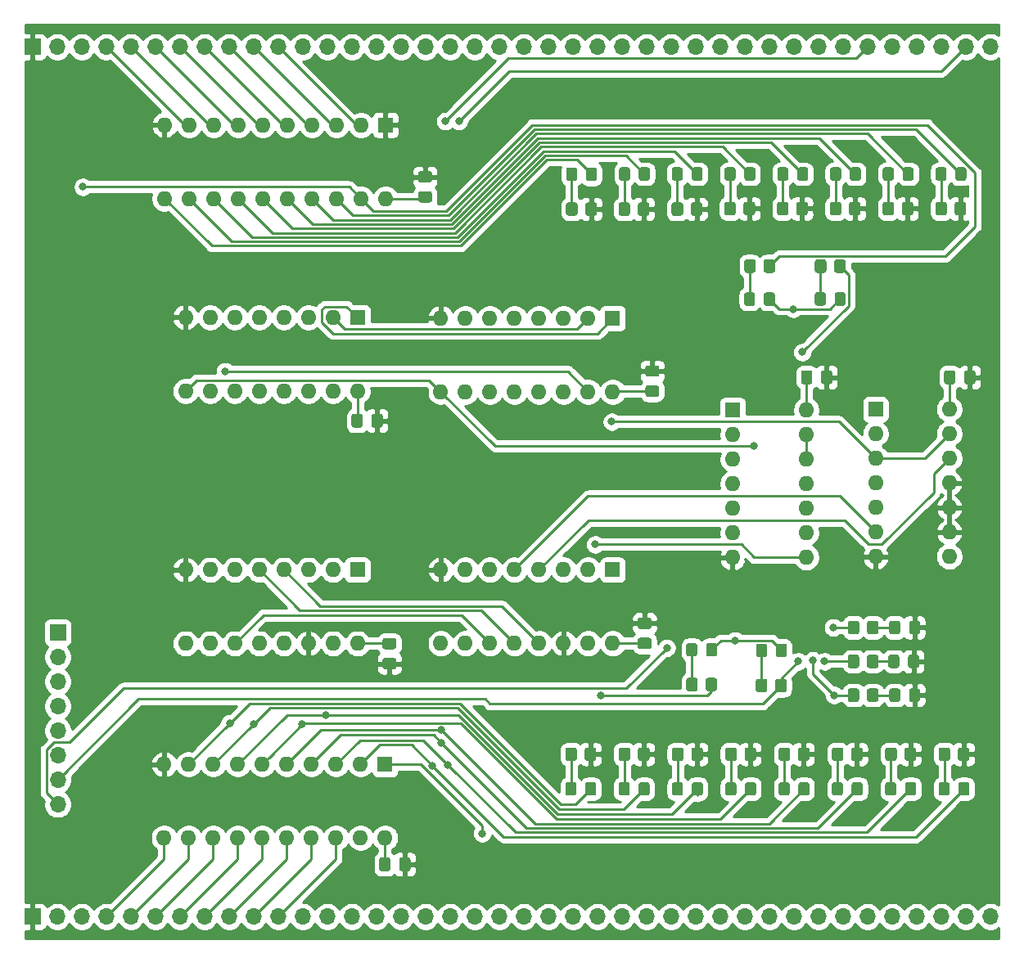
<source format=gtl>
G04 #@! TF.GenerationSoftware,KiCad,Pcbnew,(5.1.9)-1*
G04 #@! TF.CreationDate,2022-07-23T11:52:42-04:00*
G04 #@! TF.ProjectId,pc-sp,70632d73-702e-46b6-9963-61645f706362,1.1*
G04 #@! TF.SameCoordinates,Original*
G04 #@! TF.FileFunction,Copper,L1,Top*
G04 #@! TF.FilePolarity,Positive*
%FSLAX46Y46*%
G04 Gerber Fmt 4.6, Leading zero omitted, Abs format (unit mm)*
G04 Created by KiCad (PCBNEW (5.1.9)-1) date 2022-07-23 11:52:42*
%MOMM*%
%LPD*%
G01*
G04 APERTURE LIST*
G04 #@! TA.AperFunction,ComponentPad*
%ADD10O,1.600000X1.600000*%
G04 #@! TD*
G04 #@! TA.AperFunction,ComponentPad*
%ADD11R,1.600000X1.600000*%
G04 #@! TD*
G04 #@! TA.AperFunction,ComponentPad*
%ADD12O,1.700000X1.700000*%
G04 #@! TD*
G04 #@! TA.AperFunction,ComponentPad*
%ADD13R,1.700000X1.700000*%
G04 #@! TD*
G04 #@! TA.AperFunction,ViaPad*
%ADD14C,0.800000*%
G04 #@! TD*
G04 #@! TA.AperFunction,Conductor*
%ADD15C,0.250000*%
G04 #@! TD*
G04 #@! TA.AperFunction,Conductor*
%ADD16C,0.254000*%
G04 #@! TD*
G04 #@! TA.AperFunction,Conductor*
%ADD17C,0.100000*%
G04 #@! TD*
G04 APERTURE END LIST*
G04 #@! TA.AperFunction,SMDPad,CuDef*
G36*
G01*
X172700000Y-106550001D02*
X172700000Y-105649999D01*
G75*
G02*
X172949999Y-105400000I249999J0D01*
G01*
X173650001Y-105400000D01*
G75*
G02*
X173900000Y-105649999I0J-249999D01*
G01*
X173900000Y-106550001D01*
G75*
G02*
X173650001Y-106800000I-249999J0D01*
G01*
X172949999Y-106800000D01*
G75*
G02*
X172700000Y-106550001I0J249999D01*
G01*
G37*
G04 #@! TD.AperFunction*
G04 #@! TA.AperFunction,SMDPad,CuDef*
G36*
G01*
X170700000Y-106550001D02*
X170700000Y-105649999D01*
G75*
G02*
X170949999Y-105400000I249999J0D01*
G01*
X171650001Y-105400000D01*
G75*
G02*
X171900000Y-105649999I0J-249999D01*
G01*
X171900000Y-106550001D01*
G75*
G02*
X171650001Y-106800000I-249999J0D01*
G01*
X170949999Y-106800000D01*
G75*
G02*
X170700000Y-106550001I0J249999D01*
G01*
G37*
G04 #@! TD.AperFunction*
G04 #@! TA.AperFunction,SMDPad,CuDef*
G36*
G01*
X172700000Y-110050001D02*
X172700000Y-109149999D01*
G75*
G02*
X172949999Y-108900000I249999J0D01*
G01*
X173650001Y-108900000D01*
G75*
G02*
X173900000Y-109149999I0J-249999D01*
G01*
X173900000Y-110050001D01*
G75*
G02*
X173650001Y-110300000I-249999J0D01*
G01*
X172949999Y-110300000D01*
G75*
G02*
X172700000Y-110050001I0J249999D01*
G01*
G37*
G04 #@! TD.AperFunction*
G04 #@! TA.AperFunction,SMDPad,CuDef*
G36*
G01*
X170700000Y-110050001D02*
X170700000Y-109149999D01*
G75*
G02*
X170949999Y-108900000I249999J0D01*
G01*
X171650001Y-108900000D01*
G75*
G02*
X171900000Y-109149999I0J-249999D01*
G01*
X171900000Y-110050001D01*
G75*
G02*
X171650001Y-110300000I-249999J0D01*
G01*
X170949999Y-110300000D01*
G75*
G02*
X170700000Y-110050001I0J249999D01*
G01*
G37*
G04 #@! TD.AperFunction*
G04 #@! TA.AperFunction,SMDPad,CuDef*
G36*
G01*
X172700000Y-113550001D02*
X172700000Y-112649999D01*
G75*
G02*
X172949999Y-112400000I249999J0D01*
G01*
X173650001Y-112400000D01*
G75*
G02*
X173900000Y-112649999I0J-249999D01*
G01*
X173900000Y-113550001D01*
G75*
G02*
X173650001Y-113800000I-249999J0D01*
G01*
X172949999Y-113800000D01*
G75*
G02*
X172700000Y-113550001I0J249999D01*
G01*
G37*
G04 #@! TD.AperFunction*
G04 #@! TA.AperFunction,SMDPad,CuDef*
G36*
G01*
X170700000Y-113550001D02*
X170700000Y-112649999D01*
G75*
G02*
X170949999Y-112400000I249999J0D01*
G01*
X171650001Y-112400000D01*
G75*
G02*
X171900000Y-112649999I0J-249999D01*
G01*
X171900000Y-113550001D01*
G75*
G02*
X171650001Y-113800000I-249999J0D01*
G01*
X170949999Y-113800000D01*
G75*
G02*
X170700000Y-113550001I0J249999D01*
G01*
G37*
G04 #@! TD.AperFunction*
G04 #@! TA.AperFunction,SMDPad,CuDef*
G36*
G01*
X176150000Y-105649999D02*
X176150000Y-106550001D01*
G75*
G02*
X175900001Y-106800000I-249999J0D01*
G01*
X175249999Y-106800000D01*
G75*
G02*
X175000000Y-106550001I0J249999D01*
G01*
X175000000Y-105649999D01*
G75*
G02*
X175249999Y-105400000I249999J0D01*
G01*
X175900001Y-105400000D01*
G75*
G02*
X176150000Y-105649999I0J-249999D01*
G01*
G37*
G04 #@! TD.AperFunction*
G04 #@! TA.AperFunction,SMDPad,CuDef*
G36*
G01*
X178200000Y-105649999D02*
X178200000Y-106550001D01*
G75*
G02*
X177950001Y-106800000I-249999J0D01*
G01*
X177299999Y-106800000D01*
G75*
G02*
X177050000Y-106550001I0J249999D01*
G01*
X177050000Y-105649999D01*
G75*
G02*
X177299999Y-105400000I249999J0D01*
G01*
X177950001Y-105400000D01*
G75*
G02*
X178200000Y-105649999I0J-249999D01*
G01*
G37*
G04 #@! TD.AperFunction*
G04 #@! TA.AperFunction,SMDPad,CuDef*
G36*
G01*
X176050000Y-109149999D02*
X176050000Y-110050001D01*
G75*
G02*
X175800001Y-110300000I-249999J0D01*
G01*
X175149999Y-110300000D01*
G75*
G02*
X174900000Y-110050001I0J249999D01*
G01*
X174900000Y-109149999D01*
G75*
G02*
X175149999Y-108900000I249999J0D01*
G01*
X175800001Y-108900000D01*
G75*
G02*
X176050000Y-109149999I0J-249999D01*
G01*
G37*
G04 #@! TD.AperFunction*
G04 #@! TA.AperFunction,SMDPad,CuDef*
G36*
G01*
X178100000Y-109149999D02*
X178100000Y-110050001D01*
G75*
G02*
X177850001Y-110300000I-249999J0D01*
G01*
X177199999Y-110300000D01*
G75*
G02*
X176950000Y-110050001I0J249999D01*
G01*
X176950000Y-109149999D01*
G75*
G02*
X177199999Y-108900000I249999J0D01*
G01*
X177850001Y-108900000D01*
G75*
G02*
X178100000Y-109149999I0J-249999D01*
G01*
G37*
G04 #@! TD.AperFunction*
G04 #@! TA.AperFunction,SMDPad,CuDef*
G36*
G01*
X176150000Y-112649999D02*
X176150000Y-113550001D01*
G75*
G02*
X175900001Y-113800000I-249999J0D01*
G01*
X175249999Y-113800000D01*
G75*
G02*
X175000000Y-113550001I0J249999D01*
G01*
X175000000Y-112649999D01*
G75*
G02*
X175249999Y-112400000I249999J0D01*
G01*
X175900001Y-112400000D01*
G75*
G02*
X176150000Y-112649999I0J-249999D01*
G01*
G37*
G04 #@! TD.AperFunction*
G04 #@! TA.AperFunction,SMDPad,CuDef*
G36*
G01*
X178200000Y-112649999D02*
X178200000Y-113550001D01*
G75*
G02*
X177950001Y-113800000I-249999J0D01*
G01*
X177299999Y-113800000D01*
G75*
G02*
X177050000Y-113550001I0J249999D01*
G01*
X177050000Y-112649999D01*
G75*
G02*
X177299999Y-112400000I249999J0D01*
G01*
X177950001Y-112400000D01*
G75*
G02*
X178200000Y-112649999I0J-249999D01*
G01*
G37*
G04 #@! TD.AperFunction*
D10*
X120000000Y-81620000D03*
X102220000Y-74000000D03*
X117460000Y-81620000D03*
X104760000Y-74000000D03*
X114920000Y-81620000D03*
X107300000Y-74000000D03*
X112380000Y-81620000D03*
X109840000Y-74000000D03*
X109840000Y-81620000D03*
X112380000Y-74000000D03*
X107300000Y-81620000D03*
X114920000Y-74000000D03*
X104760000Y-81620000D03*
X117460000Y-74000000D03*
X102220000Y-81620000D03*
D11*
X120000000Y-74000000D03*
D10*
X146400000Y-81710000D03*
X128620000Y-74090000D03*
X143860000Y-81710000D03*
X131160000Y-74090000D03*
X141320000Y-81710000D03*
X133700000Y-74090000D03*
X138780000Y-81710000D03*
X136240000Y-74090000D03*
X136240000Y-81710000D03*
X138780000Y-74090000D03*
X133700000Y-81710000D03*
X141320000Y-74090000D03*
X131160000Y-81710000D03*
X143860000Y-74090000D03*
X128620000Y-81710000D03*
D11*
X146400000Y-74090000D03*
D12*
X89000000Y-124380000D03*
X89000000Y-121840000D03*
X89000000Y-119300000D03*
X89000000Y-116760000D03*
X89000000Y-114220000D03*
X89000000Y-111680000D03*
X89000000Y-109140000D03*
D13*
X89000000Y-106600000D03*
D10*
X166420000Y-83600000D03*
X158800000Y-98840000D03*
X166420000Y-86140000D03*
X158800000Y-96300000D03*
X166420000Y-88680000D03*
X158800000Y-93760000D03*
X166420000Y-91220000D03*
X158800000Y-91220000D03*
X166420000Y-93760000D03*
X158800000Y-88680000D03*
X166420000Y-96300000D03*
X158800000Y-86140000D03*
X166420000Y-98840000D03*
D11*
X158800000Y-83600000D03*
D10*
X122860000Y-127870000D03*
X100000000Y-120250000D03*
X120320000Y-127870000D03*
X102540000Y-120250000D03*
X117780000Y-127870000D03*
X105080000Y-120250000D03*
X115240000Y-127870000D03*
X107620000Y-120250000D03*
X112700000Y-127870000D03*
X110160000Y-120250000D03*
X110160000Y-127870000D03*
X112700000Y-120250000D03*
X107620000Y-127870000D03*
X115240000Y-120250000D03*
X105080000Y-127870000D03*
X117780000Y-120250000D03*
X102540000Y-127870000D03*
X120320000Y-120250000D03*
X100000000Y-127870000D03*
D11*
X122860000Y-120250000D03*
D10*
X181210000Y-83520000D03*
X173590000Y-98760000D03*
X181210000Y-86060000D03*
X173590000Y-96220000D03*
X181210000Y-88600000D03*
X173590000Y-93680000D03*
X181210000Y-91140000D03*
X173590000Y-91140000D03*
X181210000Y-93680000D03*
X173590000Y-88600000D03*
X181210000Y-96220000D03*
X173590000Y-86060000D03*
X181210000Y-98760000D03*
D11*
X173590000Y-83520000D03*
D10*
X120000000Y-107750000D03*
X102220000Y-100130000D03*
X117460000Y-107750000D03*
X104760000Y-100130000D03*
X114920000Y-107750000D03*
X107300000Y-100130000D03*
X112380000Y-107750000D03*
X109840000Y-100130000D03*
X109840000Y-107750000D03*
X112380000Y-100130000D03*
X107300000Y-107750000D03*
X114920000Y-100130000D03*
X104760000Y-107750000D03*
X117460000Y-100130000D03*
X102220000Y-107750000D03*
D11*
X120000000Y-100130000D03*
D10*
X146400000Y-107740000D03*
X128620000Y-100120000D03*
X143860000Y-107740000D03*
X131160000Y-100120000D03*
X141320000Y-107740000D03*
X133700000Y-100120000D03*
X138780000Y-107740000D03*
X136240000Y-100120000D03*
X136240000Y-107740000D03*
X138780000Y-100120000D03*
X133700000Y-107740000D03*
X141320000Y-100120000D03*
X131160000Y-107740000D03*
X143860000Y-100120000D03*
X128620000Y-107740000D03*
D11*
X146400000Y-100120000D03*
G04 #@! TA.AperFunction,SMDPad,CuDef*
G36*
G01*
X181850000Y-79725000D02*
X181850000Y-80675000D01*
G75*
G02*
X181600000Y-80925000I-250000J0D01*
G01*
X180925000Y-80925000D01*
G75*
G02*
X180675000Y-80675000I0J250000D01*
G01*
X180675000Y-79725000D01*
G75*
G02*
X180925000Y-79475000I250000J0D01*
G01*
X181600000Y-79475000D01*
G75*
G02*
X181850000Y-79725000I0J-250000D01*
G01*
G37*
G04 #@! TD.AperFunction*
G04 #@! TA.AperFunction,SMDPad,CuDef*
G36*
G01*
X183925000Y-79725000D02*
X183925000Y-80675000D01*
G75*
G02*
X183675000Y-80925000I-250000J0D01*
G01*
X183000000Y-80925000D01*
G75*
G02*
X182750000Y-80675000I0J250000D01*
G01*
X182750000Y-79725000D01*
G75*
G02*
X183000000Y-79475000I250000J0D01*
G01*
X183675000Y-79475000D01*
G75*
G02*
X183925000Y-79725000I0J-250000D01*
G01*
G37*
G04 #@! TD.AperFunction*
D10*
X122900000Y-61720000D03*
X100040000Y-54100000D03*
X120360000Y-61720000D03*
X102580000Y-54100000D03*
X117820000Y-61720000D03*
X105120000Y-54100000D03*
X115280000Y-61720000D03*
X107660000Y-54100000D03*
X112740000Y-61720000D03*
X110200000Y-54100000D03*
X110200000Y-61720000D03*
X112740000Y-54100000D03*
X107660000Y-61720000D03*
X115280000Y-54100000D03*
X105120000Y-61720000D03*
X117820000Y-54100000D03*
X102580000Y-61720000D03*
X120360000Y-54100000D03*
X100040000Y-61720000D03*
D11*
X122900000Y-54100000D03*
G04 #@! TA.AperFunction,SMDPad,CuDef*
G36*
G01*
X156000000Y-112450001D02*
X156000000Y-111549999D01*
G75*
G02*
X156249999Y-111300000I249999J0D01*
G01*
X156950001Y-111300000D01*
G75*
G02*
X157200000Y-111549999I0J-249999D01*
G01*
X157200000Y-112450001D01*
G75*
G02*
X156950001Y-112700000I-249999J0D01*
G01*
X156249999Y-112700000D01*
G75*
G02*
X156000000Y-112450001I0J249999D01*
G01*
G37*
G04 #@! TD.AperFunction*
G04 #@! TA.AperFunction,SMDPad,CuDef*
G36*
G01*
X154000000Y-112450001D02*
X154000000Y-111549999D01*
G75*
G02*
X154249999Y-111300000I249999J0D01*
G01*
X154950001Y-111300000D01*
G75*
G02*
X155200000Y-111549999I0J-249999D01*
G01*
X155200000Y-112450001D01*
G75*
G02*
X154950001Y-112700000I-249999J0D01*
G01*
X154249999Y-112700000D01*
G75*
G02*
X154000000Y-112450001I0J249999D01*
G01*
G37*
G04 #@! TD.AperFunction*
G04 #@! TA.AperFunction,SMDPad,CuDef*
G36*
G01*
X163200000Y-112550001D02*
X163200000Y-111649999D01*
G75*
G02*
X163449999Y-111400000I249999J0D01*
G01*
X164150001Y-111400000D01*
G75*
G02*
X164400000Y-111649999I0J-249999D01*
G01*
X164400000Y-112550001D01*
G75*
G02*
X164150001Y-112800000I-249999J0D01*
G01*
X163449999Y-112800000D01*
G75*
G02*
X163200000Y-112550001I0J249999D01*
G01*
G37*
G04 #@! TD.AperFunction*
G04 #@! TA.AperFunction,SMDPad,CuDef*
G36*
G01*
X161200000Y-112550001D02*
X161200000Y-111649999D01*
G75*
G02*
X161449999Y-111400000I249999J0D01*
G01*
X162150001Y-111400000D01*
G75*
G02*
X162400000Y-111649999I0J-249999D01*
G01*
X162400000Y-112550001D01*
G75*
G02*
X162150001Y-112800000I-249999J0D01*
G01*
X161449999Y-112800000D01*
G75*
G02*
X161200000Y-112550001I0J249999D01*
G01*
G37*
G04 #@! TD.AperFunction*
G04 #@! TA.AperFunction,SMDPad,CuDef*
G36*
G01*
X169300000Y-69150001D02*
X169300000Y-68249999D01*
G75*
G02*
X169549999Y-68000000I249999J0D01*
G01*
X170250001Y-68000000D01*
G75*
G02*
X170500000Y-68249999I0J-249999D01*
G01*
X170500000Y-69150001D01*
G75*
G02*
X170250001Y-69400000I-249999J0D01*
G01*
X169549999Y-69400000D01*
G75*
G02*
X169300000Y-69150001I0J249999D01*
G01*
G37*
G04 #@! TD.AperFunction*
G04 #@! TA.AperFunction,SMDPad,CuDef*
G36*
G01*
X167300000Y-69150001D02*
X167300000Y-68249999D01*
G75*
G02*
X167549999Y-68000000I249999J0D01*
G01*
X168250001Y-68000000D01*
G75*
G02*
X168500000Y-68249999I0J-249999D01*
G01*
X168500000Y-69150001D01*
G75*
G02*
X168250001Y-69400000I-249999J0D01*
G01*
X167549999Y-69400000D01*
G75*
G02*
X167300000Y-69150001I0J249999D01*
G01*
G37*
G04 #@! TD.AperFunction*
G04 #@! TA.AperFunction,SMDPad,CuDef*
G36*
G01*
X143570000Y-63250001D02*
X143570000Y-62349999D01*
G75*
G02*
X143819999Y-62100000I249999J0D01*
G01*
X144520001Y-62100000D01*
G75*
G02*
X144770000Y-62349999I0J-249999D01*
G01*
X144770000Y-63250001D01*
G75*
G02*
X144520001Y-63500000I-249999J0D01*
G01*
X143819999Y-63500000D01*
G75*
G02*
X143570000Y-63250001I0J249999D01*
G01*
G37*
G04 #@! TD.AperFunction*
G04 #@! TA.AperFunction,SMDPad,CuDef*
G36*
G01*
X141570000Y-63250001D02*
X141570000Y-62349999D01*
G75*
G02*
X141819999Y-62100000I249999J0D01*
G01*
X142520001Y-62100000D01*
G75*
G02*
X142770000Y-62349999I0J-249999D01*
G01*
X142770000Y-63250001D01*
G75*
G02*
X142520001Y-63500000I-249999J0D01*
G01*
X141819999Y-63500000D01*
G75*
G02*
X141570000Y-63250001I0J249999D01*
G01*
G37*
G04 #@! TD.AperFunction*
G04 #@! TA.AperFunction,SMDPad,CuDef*
G36*
G01*
X149000000Y-63250001D02*
X149000000Y-62349999D01*
G75*
G02*
X149249999Y-62100000I249999J0D01*
G01*
X149950001Y-62100000D01*
G75*
G02*
X150200000Y-62349999I0J-249999D01*
G01*
X150200000Y-63250001D01*
G75*
G02*
X149950001Y-63500000I-249999J0D01*
G01*
X149249999Y-63500000D01*
G75*
G02*
X149000000Y-63250001I0J249999D01*
G01*
G37*
G04 #@! TD.AperFunction*
G04 #@! TA.AperFunction,SMDPad,CuDef*
G36*
G01*
X147000000Y-63250001D02*
X147000000Y-62349999D01*
G75*
G02*
X147249999Y-62100000I249999J0D01*
G01*
X147950001Y-62100000D01*
G75*
G02*
X148200000Y-62349999I0J-249999D01*
G01*
X148200000Y-63250001D01*
G75*
G02*
X147950001Y-63500000I-249999J0D01*
G01*
X147249999Y-63500000D01*
G75*
G02*
X147000000Y-63250001I0J249999D01*
G01*
G37*
G04 #@! TD.AperFunction*
G04 #@! TA.AperFunction,SMDPad,CuDef*
G36*
G01*
X154481428Y-63250001D02*
X154481428Y-62349999D01*
G75*
G02*
X154731427Y-62100000I249999J0D01*
G01*
X155431429Y-62100000D01*
G75*
G02*
X155681428Y-62349999I0J-249999D01*
G01*
X155681428Y-63250001D01*
G75*
G02*
X155431429Y-63500000I-249999J0D01*
G01*
X154731427Y-63500000D01*
G75*
G02*
X154481428Y-63250001I0J249999D01*
G01*
G37*
G04 #@! TD.AperFunction*
G04 #@! TA.AperFunction,SMDPad,CuDef*
G36*
G01*
X152481428Y-63250001D02*
X152481428Y-62349999D01*
G75*
G02*
X152731427Y-62100000I249999J0D01*
G01*
X153431429Y-62100000D01*
G75*
G02*
X153681428Y-62349999I0J-249999D01*
G01*
X153681428Y-63250001D01*
G75*
G02*
X153431429Y-63500000I-249999J0D01*
G01*
X152731427Y-63500000D01*
G75*
G02*
X152481428Y-63250001I0J249999D01*
G01*
G37*
G04 #@! TD.AperFunction*
G04 #@! TA.AperFunction,SMDPad,CuDef*
G36*
G01*
X159937142Y-63200001D02*
X159937142Y-62299999D01*
G75*
G02*
X160187141Y-62050000I249999J0D01*
G01*
X160887143Y-62050000D01*
G75*
G02*
X161137142Y-62299999I0J-249999D01*
G01*
X161137142Y-63200001D01*
G75*
G02*
X160887143Y-63450000I-249999J0D01*
G01*
X160187141Y-63450000D01*
G75*
G02*
X159937142Y-63200001I0J249999D01*
G01*
G37*
G04 #@! TD.AperFunction*
G04 #@! TA.AperFunction,SMDPad,CuDef*
G36*
G01*
X157937142Y-63200001D02*
X157937142Y-62299999D01*
G75*
G02*
X158187141Y-62050000I249999J0D01*
G01*
X158887143Y-62050000D01*
G75*
G02*
X159137142Y-62299999I0J-249999D01*
G01*
X159137142Y-63200001D01*
G75*
G02*
X158887143Y-63450000I-249999J0D01*
G01*
X158187141Y-63450000D01*
G75*
G02*
X157937142Y-63200001I0J249999D01*
G01*
G37*
G04 #@! TD.AperFunction*
G04 #@! TA.AperFunction,SMDPad,CuDef*
G36*
G01*
X165392856Y-63200001D02*
X165392856Y-62299999D01*
G75*
G02*
X165642855Y-62050000I249999J0D01*
G01*
X166342857Y-62050000D01*
G75*
G02*
X166592856Y-62299999I0J-249999D01*
G01*
X166592856Y-63200001D01*
G75*
G02*
X166342857Y-63450000I-249999J0D01*
G01*
X165642855Y-63450000D01*
G75*
G02*
X165392856Y-63200001I0J249999D01*
G01*
G37*
G04 #@! TD.AperFunction*
G04 #@! TA.AperFunction,SMDPad,CuDef*
G36*
G01*
X163392856Y-63200001D02*
X163392856Y-62299999D01*
G75*
G02*
X163642855Y-62050000I249999J0D01*
G01*
X164342857Y-62050000D01*
G75*
G02*
X164592856Y-62299999I0J-249999D01*
G01*
X164592856Y-63200001D01*
G75*
G02*
X164342857Y-63450000I-249999J0D01*
G01*
X163642855Y-63450000D01*
G75*
G02*
X163392856Y-63200001I0J249999D01*
G01*
G37*
G04 #@! TD.AperFunction*
G04 #@! TA.AperFunction,SMDPad,CuDef*
G36*
G01*
X170848570Y-63200001D02*
X170848570Y-62299999D01*
G75*
G02*
X171098569Y-62050000I249999J0D01*
G01*
X171798571Y-62050000D01*
G75*
G02*
X172048570Y-62299999I0J-249999D01*
G01*
X172048570Y-63200001D01*
G75*
G02*
X171798571Y-63450000I-249999J0D01*
G01*
X171098569Y-63450000D01*
G75*
G02*
X170848570Y-63200001I0J249999D01*
G01*
G37*
G04 #@! TD.AperFunction*
G04 #@! TA.AperFunction,SMDPad,CuDef*
G36*
G01*
X168848570Y-63200001D02*
X168848570Y-62299999D01*
G75*
G02*
X169098569Y-62050000I249999J0D01*
G01*
X169798571Y-62050000D01*
G75*
G02*
X170048570Y-62299999I0J-249999D01*
G01*
X170048570Y-63200001D01*
G75*
G02*
X169798571Y-63450000I-249999J0D01*
G01*
X169098569Y-63450000D01*
G75*
G02*
X168848570Y-63200001I0J249999D01*
G01*
G37*
G04 #@! TD.AperFunction*
G04 #@! TA.AperFunction,SMDPad,CuDef*
G36*
G01*
X176304284Y-63200001D02*
X176304284Y-62299999D01*
G75*
G02*
X176554283Y-62050000I249999J0D01*
G01*
X177254285Y-62050000D01*
G75*
G02*
X177504284Y-62299999I0J-249999D01*
G01*
X177504284Y-63200001D01*
G75*
G02*
X177254285Y-63450000I-249999J0D01*
G01*
X176554283Y-63450000D01*
G75*
G02*
X176304284Y-63200001I0J249999D01*
G01*
G37*
G04 #@! TD.AperFunction*
G04 #@! TA.AperFunction,SMDPad,CuDef*
G36*
G01*
X174304284Y-63200001D02*
X174304284Y-62299999D01*
G75*
G02*
X174554283Y-62050000I249999J0D01*
G01*
X175254285Y-62050000D01*
G75*
G02*
X175504284Y-62299999I0J-249999D01*
G01*
X175504284Y-63200001D01*
G75*
G02*
X175254285Y-63450000I-249999J0D01*
G01*
X174554283Y-63450000D01*
G75*
G02*
X174304284Y-63200001I0J249999D01*
G01*
G37*
G04 #@! TD.AperFunction*
G04 #@! TA.AperFunction,SMDPad,CuDef*
G36*
G01*
X181760000Y-63200001D02*
X181760000Y-62299999D01*
G75*
G02*
X182009999Y-62050000I249999J0D01*
G01*
X182710001Y-62050000D01*
G75*
G02*
X182960000Y-62299999I0J-249999D01*
G01*
X182960000Y-63200001D01*
G75*
G02*
X182710001Y-63450000I-249999J0D01*
G01*
X182009999Y-63450000D01*
G75*
G02*
X181760000Y-63200001I0J249999D01*
G01*
G37*
G04 #@! TD.AperFunction*
G04 #@! TA.AperFunction,SMDPad,CuDef*
G36*
G01*
X179760000Y-63200001D02*
X179760000Y-62299999D01*
G75*
G02*
X180009999Y-62050000I249999J0D01*
G01*
X180710001Y-62050000D01*
G75*
G02*
X180960000Y-62299999I0J-249999D01*
G01*
X180960000Y-63200001D01*
G75*
G02*
X180710001Y-63450000I-249999J0D01*
G01*
X180009999Y-63450000D01*
G75*
G02*
X179760000Y-63200001I0J249999D01*
G01*
G37*
G04 #@! TD.AperFunction*
G04 #@! TA.AperFunction,SMDPad,CuDef*
G36*
G01*
X156055000Y-108850001D02*
X156055000Y-107949999D01*
G75*
G02*
X156304999Y-107700000I249999J0D01*
G01*
X156955001Y-107700000D01*
G75*
G02*
X157205000Y-107949999I0J-249999D01*
G01*
X157205000Y-108850001D01*
G75*
G02*
X156955001Y-109100000I-249999J0D01*
G01*
X156304999Y-109100000D01*
G75*
G02*
X156055000Y-108850001I0J249999D01*
G01*
G37*
G04 #@! TD.AperFunction*
G04 #@! TA.AperFunction,SMDPad,CuDef*
G36*
G01*
X154005000Y-108850001D02*
X154005000Y-107949999D01*
G75*
G02*
X154254999Y-107700000I249999J0D01*
G01*
X154905001Y-107700000D01*
G75*
G02*
X155155000Y-107949999I0J-249999D01*
G01*
X155155000Y-108850001D01*
G75*
G02*
X154905001Y-109100000I-249999J0D01*
G01*
X154254999Y-109100000D01*
G75*
G02*
X154005000Y-108850001I0J249999D01*
G01*
G37*
G04 #@! TD.AperFunction*
G04 #@! TA.AperFunction,SMDPad,CuDef*
G36*
G01*
X163280000Y-108910001D02*
X163280000Y-108009999D01*
G75*
G02*
X163529999Y-107760000I249999J0D01*
G01*
X164180001Y-107760000D01*
G75*
G02*
X164430000Y-108009999I0J-249999D01*
G01*
X164430000Y-108910001D01*
G75*
G02*
X164180001Y-109160000I-249999J0D01*
G01*
X163529999Y-109160000D01*
G75*
G02*
X163280000Y-108910001I0J249999D01*
G01*
G37*
G04 #@! TD.AperFunction*
G04 #@! TA.AperFunction,SMDPad,CuDef*
G36*
G01*
X161230000Y-108910001D02*
X161230000Y-108009999D01*
G75*
G02*
X161479999Y-107760000I249999J0D01*
G01*
X162130001Y-107760000D01*
G75*
G02*
X162380000Y-108009999I0J-249999D01*
G01*
X162380000Y-108910001D01*
G75*
G02*
X162130001Y-109160000I-249999J0D01*
G01*
X161479999Y-109160000D01*
G75*
G02*
X161230000Y-108910001I0J249999D01*
G01*
G37*
G04 #@! TD.AperFunction*
G04 #@! TA.AperFunction,SMDPad,CuDef*
G36*
G01*
X169350000Y-72550001D02*
X169350000Y-71649999D01*
G75*
G02*
X169599999Y-71400000I249999J0D01*
G01*
X170250001Y-71400000D01*
G75*
G02*
X170500000Y-71649999I0J-249999D01*
G01*
X170500000Y-72550001D01*
G75*
G02*
X170250001Y-72800000I-249999J0D01*
G01*
X169599999Y-72800000D01*
G75*
G02*
X169350000Y-72550001I0J249999D01*
G01*
G37*
G04 #@! TD.AperFunction*
G04 #@! TA.AperFunction,SMDPad,CuDef*
G36*
G01*
X167300000Y-72550001D02*
X167300000Y-71649999D01*
G75*
G02*
X167549999Y-71400000I249999J0D01*
G01*
X168200001Y-71400000D01*
G75*
G02*
X168450000Y-71649999I0J-249999D01*
G01*
X168450000Y-72550001D01*
G75*
G02*
X168200001Y-72800000I-249999J0D01*
G01*
X167549999Y-72800000D01*
G75*
G02*
X167300000Y-72550001I0J249999D01*
G01*
G37*
G04 #@! TD.AperFunction*
G04 #@! TA.AperFunction,SMDPad,CuDef*
G36*
G01*
X143630000Y-59640001D02*
X143630000Y-58739999D01*
G75*
G02*
X143879999Y-58490000I249999J0D01*
G01*
X144530001Y-58490000D01*
G75*
G02*
X144780000Y-58739999I0J-249999D01*
G01*
X144780000Y-59640001D01*
G75*
G02*
X144530001Y-59890000I-249999J0D01*
G01*
X143879999Y-59890000D01*
G75*
G02*
X143630000Y-59640001I0J249999D01*
G01*
G37*
G04 #@! TD.AperFunction*
G04 #@! TA.AperFunction,SMDPad,CuDef*
G36*
G01*
X141580000Y-59640001D02*
X141580000Y-58739999D01*
G75*
G02*
X141829999Y-58490000I249999J0D01*
G01*
X142480001Y-58490000D01*
G75*
G02*
X142730000Y-58739999I0J-249999D01*
G01*
X142730000Y-59640001D01*
G75*
G02*
X142480001Y-59890000I-249999J0D01*
G01*
X141829999Y-59890000D01*
G75*
G02*
X141580000Y-59640001I0J249999D01*
G01*
G37*
G04 #@! TD.AperFunction*
G04 #@! TA.AperFunction,SMDPad,CuDef*
G36*
G01*
X149105714Y-59620001D02*
X149105714Y-58719999D01*
G75*
G02*
X149355713Y-58470000I249999J0D01*
G01*
X150005715Y-58470000D01*
G75*
G02*
X150255714Y-58719999I0J-249999D01*
G01*
X150255714Y-59620001D01*
G75*
G02*
X150005715Y-59870000I-249999J0D01*
G01*
X149355713Y-59870000D01*
G75*
G02*
X149105714Y-59620001I0J249999D01*
G01*
G37*
G04 #@! TD.AperFunction*
G04 #@! TA.AperFunction,SMDPad,CuDef*
G36*
G01*
X147055714Y-59620001D02*
X147055714Y-58719999D01*
G75*
G02*
X147305713Y-58470000I249999J0D01*
G01*
X147955715Y-58470000D01*
G75*
G02*
X148205714Y-58719999I0J-249999D01*
G01*
X148205714Y-59620001D01*
G75*
G02*
X147955715Y-59870000I-249999J0D01*
G01*
X147305713Y-59870000D01*
G75*
G02*
X147055714Y-59620001I0J249999D01*
G01*
G37*
G04 #@! TD.AperFunction*
G04 #@! TA.AperFunction,SMDPad,CuDef*
G36*
G01*
X154561428Y-59620001D02*
X154561428Y-58719999D01*
G75*
G02*
X154811427Y-58470000I249999J0D01*
G01*
X155461429Y-58470000D01*
G75*
G02*
X155711428Y-58719999I0J-249999D01*
G01*
X155711428Y-59620001D01*
G75*
G02*
X155461429Y-59870000I-249999J0D01*
G01*
X154811427Y-59870000D01*
G75*
G02*
X154561428Y-59620001I0J249999D01*
G01*
G37*
G04 #@! TD.AperFunction*
G04 #@! TA.AperFunction,SMDPad,CuDef*
G36*
G01*
X152511428Y-59620001D02*
X152511428Y-58719999D01*
G75*
G02*
X152761427Y-58470000I249999J0D01*
G01*
X153411429Y-58470000D01*
G75*
G02*
X153661428Y-58719999I0J-249999D01*
G01*
X153661428Y-59620001D01*
G75*
G02*
X153411429Y-59870000I-249999J0D01*
G01*
X152761427Y-59870000D01*
G75*
G02*
X152511428Y-59620001I0J249999D01*
G01*
G37*
G04 #@! TD.AperFunction*
G04 #@! TA.AperFunction,SMDPad,CuDef*
G36*
G01*
X160017142Y-59620001D02*
X160017142Y-58719999D01*
G75*
G02*
X160267141Y-58470000I249999J0D01*
G01*
X160917143Y-58470000D01*
G75*
G02*
X161167142Y-58719999I0J-249999D01*
G01*
X161167142Y-59620001D01*
G75*
G02*
X160917143Y-59870000I-249999J0D01*
G01*
X160267141Y-59870000D01*
G75*
G02*
X160017142Y-59620001I0J249999D01*
G01*
G37*
G04 #@! TD.AperFunction*
G04 #@! TA.AperFunction,SMDPad,CuDef*
G36*
G01*
X157967142Y-59620001D02*
X157967142Y-58719999D01*
G75*
G02*
X158217141Y-58470000I249999J0D01*
G01*
X158867143Y-58470000D01*
G75*
G02*
X159117142Y-58719999I0J-249999D01*
G01*
X159117142Y-59620001D01*
G75*
G02*
X158867143Y-59870000I-249999J0D01*
G01*
X158217141Y-59870000D01*
G75*
G02*
X157967142Y-59620001I0J249999D01*
G01*
G37*
G04 #@! TD.AperFunction*
G04 #@! TA.AperFunction,SMDPad,CuDef*
G36*
G01*
X165472856Y-59620001D02*
X165472856Y-58719999D01*
G75*
G02*
X165722855Y-58470000I249999J0D01*
G01*
X166372857Y-58470000D01*
G75*
G02*
X166622856Y-58719999I0J-249999D01*
G01*
X166622856Y-59620001D01*
G75*
G02*
X166372857Y-59870000I-249999J0D01*
G01*
X165722855Y-59870000D01*
G75*
G02*
X165472856Y-59620001I0J249999D01*
G01*
G37*
G04 #@! TD.AperFunction*
G04 #@! TA.AperFunction,SMDPad,CuDef*
G36*
G01*
X163422856Y-59620001D02*
X163422856Y-58719999D01*
G75*
G02*
X163672855Y-58470000I249999J0D01*
G01*
X164322857Y-58470000D01*
G75*
G02*
X164572856Y-58719999I0J-249999D01*
G01*
X164572856Y-59620001D01*
G75*
G02*
X164322857Y-59870000I-249999J0D01*
G01*
X163672855Y-59870000D01*
G75*
G02*
X163422856Y-59620001I0J249999D01*
G01*
G37*
G04 #@! TD.AperFunction*
G04 #@! TA.AperFunction,SMDPad,CuDef*
G36*
G01*
X170928570Y-59620001D02*
X170928570Y-58719999D01*
G75*
G02*
X171178569Y-58470000I249999J0D01*
G01*
X171828571Y-58470000D01*
G75*
G02*
X172078570Y-58719999I0J-249999D01*
G01*
X172078570Y-59620001D01*
G75*
G02*
X171828571Y-59870000I-249999J0D01*
G01*
X171178569Y-59870000D01*
G75*
G02*
X170928570Y-59620001I0J249999D01*
G01*
G37*
G04 #@! TD.AperFunction*
G04 #@! TA.AperFunction,SMDPad,CuDef*
G36*
G01*
X168878570Y-59620001D02*
X168878570Y-58719999D01*
G75*
G02*
X169128569Y-58470000I249999J0D01*
G01*
X169778571Y-58470000D01*
G75*
G02*
X170028570Y-58719999I0J-249999D01*
G01*
X170028570Y-59620001D01*
G75*
G02*
X169778571Y-59870000I-249999J0D01*
G01*
X169128569Y-59870000D01*
G75*
G02*
X168878570Y-59620001I0J249999D01*
G01*
G37*
G04 #@! TD.AperFunction*
G04 #@! TA.AperFunction,SMDPad,CuDef*
G36*
G01*
X176384284Y-59620001D02*
X176384284Y-58719999D01*
G75*
G02*
X176634283Y-58470000I249999J0D01*
G01*
X177284285Y-58470000D01*
G75*
G02*
X177534284Y-58719999I0J-249999D01*
G01*
X177534284Y-59620001D01*
G75*
G02*
X177284285Y-59870000I-249999J0D01*
G01*
X176634283Y-59870000D01*
G75*
G02*
X176384284Y-59620001I0J249999D01*
G01*
G37*
G04 #@! TD.AperFunction*
G04 #@! TA.AperFunction,SMDPad,CuDef*
G36*
G01*
X174334284Y-59620001D02*
X174334284Y-58719999D01*
G75*
G02*
X174584283Y-58470000I249999J0D01*
G01*
X175234285Y-58470000D01*
G75*
G02*
X175484284Y-58719999I0J-249999D01*
G01*
X175484284Y-59620001D01*
G75*
G02*
X175234285Y-59870000I-249999J0D01*
G01*
X174584283Y-59870000D01*
G75*
G02*
X174334284Y-59620001I0J249999D01*
G01*
G37*
G04 #@! TD.AperFunction*
G04 #@! TA.AperFunction,SMDPad,CuDef*
G36*
G01*
X181840000Y-59620001D02*
X181840000Y-58719999D01*
G75*
G02*
X182089999Y-58470000I249999J0D01*
G01*
X182740001Y-58470000D01*
G75*
G02*
X182990000Y-58719999I0J-249999D01*
G01*
X182990000Y-59620001D01*
G75*
G02*
X182740001Y-59870000I-249999J0D01*
G01*
X182089999Y-59870000D01*
G75*
G02*
X181840000Y-59620001I0J249999D01*
G01*
G37*
G04 #@! TD.AperFunction*
G04 #@! TA.AperFunction,SMDPad,CuDef*
G36*
G01*
X179790000Y-59620001D02*
X179790000Y-58719999D01*
G75*
G02*
X180039999Y-58470000I249999J0D01*
G01*
X180690001Y-58470000D01*
G75*
G02*
X180940000Y-58719999I0J-249999D01*
G01*
X180940000Y-59620001D01*
G75*
G02*
X180690001Y-59870000I-249999J0D01*
G01*
X180039999Y-59870000D01*
G75*
G02*
X179790000Y-59620001I0J249999D01*
G01*
G37*
G04 #@! TD.AperFunction*
G04 #@! TA.AperFunction,SMDPad,CuDef*
G36*
G01*
X167050000Y-79725000D02*
X167050000Y-80675000D01*
G75*
G02*
X166800000Y-80925000I-250000J0D01*
G01*
X166125000Y-80925000D01*
G75*
G02*
X165875000Y-80675000I0J250000D01*
G01*
X165875000Y-79725000D01*
G75*
G02*
X166125000Y-79475000I250000J0D01*
G01*
X166800000Y-79475000D01*
G75*
G02*
X167050000Y-79725000I0J-250000D01*
G01*
G37*
G04 #@! TD.AperFunction*
G04 #@! TA.AperFunction,SMDPad,CuDef*
G36*
G01*
X169125000Y-79725000D02*
X169125000Y-80675000D01*
G75*
G02*
X168875000Y-80925000I-250000J0D01*
G01*
X168200000Y-80925000D01*
G75*
G02*
X167950000Y-80675000I0J250000D01*
G01*
X167950000Y-79725000D01*
G75*
G02*
X168200000Y-79475000I250000J0D01*
G01*
X168875000Y-79475000D01*
G75*
G02*
X169125000Y-79725000I0J-250000D01*
G01*
G37*
G04 #@! TD.AperFunction*
G04 #@! TA.AperFunction,SMDPad,CuDef*
G36*
G01*
X123775000Y-108350000D02*
X122825000Y-108350000D01*
G75*
G02*
X122575000Y-108100000I0J250000D01*
G01*
X122575000Y-107425000D01*
G75*
G02*
X122825000Y-107175000I250000J0D01*
G01*
X123775000Y-107175000D01*
G75*
G02*
X124025000Y-107425000I0J-250000D01*
G01*
X124025000Y-108100000D01*
G75*
G02*
X123775000Y-108350000I-250000J0D01*
G01*
G37*
G04 #@! TD.AperFunction*
G04 #@! TA.AperFunction,SMDPad,CuDef*
G36*
G01*
X123775000Y-110425000D02*
X122825000Y-110425000D01*
G75*
G02*
X122575000Y-110175000I0J250000D01*
G01*
X122575000Y-109500000D01*
G75*
G02*
X122825000Y-109250000I250000J0D01*
G01*
X123775000Y-109250000D01*
G75*
G02*
X124025000Y-109500000I0J-250000D01*
G01*
X124025000Y-110175000D01*
G75*
G02*
X123775000Y-110425000I-250000J0D01*
G01*
G37*
G04 #@! TD.AperFunction*
G04 #@! TA.AperFunction,SMDPad,CuDef*
G36*
G01*
X123412500Y-130125000D02*
X123412500Y-131075000D01*
G75*
G02*
X123162500Y-131325000I-250000J0D01*
G01*
X122487500Y-131325000D01*
G75*
G02*
X122237500Y-131075000I0J250000D01*
G01*
X122237500Y-130125000D01*
G75*
G02*
X122487500Y-129875000I250000J0D01*
G01*
X123162500Y-129875000D01*
G75*
G02*
X123412500Y-130125000I0J-250000D01*
G01*
G37*
G04 #@! TD.AperFunction*
G04 #@! TA.AperFunction,SMDPad,CuDef*
G36*
G01*
X125487500Y-130125000D02*
X125487500Y-131075000D01*
G75*
G02*
X125237500Y-131325000I-250000J0D01*
G01*
X124562500Y-131325000D01*
G75*
G02*
X124312500Y-131075000I0J250000D01*
G01*
X124312500Y-130125000D01*
G75*
G02*
X124562500Y-129875000I250000J0D01*
G01*
X125237500Y-129875000D01*
G75*
G02*
X125487500Y-130125000I0J-250000D01*
G01*
G37*
G04 #@! TD.AperFunction*
G04 #@! TA.AperFunction,SMDPad,CuDef*
G36*
G01*
X120550000Y-84225000D02*
X120550000Y-85175000D01*
G75*
G02*
X120300000Y-85425000I-250000J0D01*
G01*
X119625000Y-85425000D01*
G75*
G02*
X119375000Y-85175000I0J250000D01*
G01*
X119375000Y-84225000D01*
G75*
G02*
X119625000Y-83975000I250000J0D01*
G01*
X120300000Y-83975000D01*
G75*
G02*
X120550000Y-84225000I0J-250000D01*
G01*
G37*
G04 #@! TD.AperFunction*
G04 #@! TA.AperFunction,SMDPad,CuDef*
G36*
G01*
X122625000Y-84225000D02*
X122625000Y-85175000D01*
G75*
G02*
X122375000Y-85425000I-250000J0D01*
G01*
X121700000Y-85425000D01*
G75*
G02*
X121450000Y-85175000I0J250000D01*
G01*
X121450000Y-84225000D01*
G75*
G02*
X121700000Y-83975000I250000J0D01*
G01*
X122375000Y-83975000D01*
G75*
G02*
X122625000Y-84225000I0J-250000D01*
G01*
G37*
G04 #@! TD.AperFunction*
G04 #@! TA.AperFunction,SMDPad,CuDef*
G36*
G01*
X150025000Y-81050000D02*
X150975000Y-81050000D01*
G75*
G02*
X151225000Y-81300000I0J-250000D01*
G01*
X151225000Y-81975000D01*
G75*
G02*
X150975000Y-82225000I-250000J0D01*
G01*
X150025000Y-82225000D01*
G75*
G02*
X149775000Y-81975000I0J250000D01*
G01*
X149775000Y-81300000D01*
G75*
G02*
X150025000Y-81050000I250000J0D01*
G01*
G37*
G04 #@! TD.AperFunction*
G04 #@! TA.AperFunction,SMDPad,CuDef*
G36*
G01*
X150025000Y-78975000D02*
X150975000Y-78975000D01*
G75*
G02*
X151225000Y-79225000I0J-250000D01*
G01*
X151225000Y-79900000D01*
G75*
G02*
X150975000Y-80150000I-250000J0D01*
G01*
X150025000Y-80150000D01*
G75*
G02*
X149775000Y-79900000I0J250000D01*
G01*
X149775000Y-79225000D01*
G75*
G02*
X150025000Y-78975000I250000J0D01*
G01*
G37*
G04 #@! TD.AperFunction*
G04 #@! TA.AperFunction,SMDPad,CuDef*
G36*
G01*
X126525000Y-60950000D02*
X127475000Y-60950000D01*
G75*
G02*
X127725000Y-61200000I0J-250000D01*
G01*
X127725000Y-61875000D01*
G75*
G02*
X127475000Y-62125000I-250000J0D01*
G01*
X126525000Y-62125000D01*
G75*
G02*
X126275000Y-61875000I0J250000D01*
G01*
X126275000Y-61200000D01*
G75*
G02*
X126525000Y-60950000I250000J0D01*
G01*
G37*
G04 #@! TD.AperFunction*
G04 #@! TA.AperFunction,SMDPad,CuDef*
G36*
G01*
X126525000Y-58875000D02*
X127475000Y-58875000D01*
G75*
G02*
X127725000Y-59125000I0J-250000D01*
G01*
X127725000Y-59800000D01*
G75*
G02*
X127475000Y-60050000I-250000J0D01*
G01*
X126525000Y-60050000D01*
G75*
G02*
X126275000Y-59800000I0J250000D01*
G01*
X126275000Y-59125000D01*
G75*
G02*
X126525000Y-58875000I250000J0D01*
G01*
G37*
G04 #@! TD.AperFunction*
G04 #@! TA.AperFunction,SMDPad,CuDef*
G36*
G01*
X149225000Y-107150000D02*
X150175000Y-107150000D01*
G75*
G02*
X150425000Y-107400000I0J-250000D01*
G01*
X150425000Y-108075000D01*
G75*
G02*
X150175000Y-108325000I-250000J0D01*
G01*
X149225000Y-108325000D01*
G75*
G02*
X148975000Y-108075000I0J250000D01*
G01*
X148975000Y-107400000D01*
G75*
G02*
X149225000Y-107150000I250000J0D01*
G01*
G37*
G04 #@! TD.AperFunction*
G04 #@! TA.AperFunction,SMDPad,CuDef*
G36*
G01*
X149225000Y-105075000D02*
X150175000Y-105075000D01*
G75*
G02*
X150425000Y-105325000I0J-250000D01*
G01*
X150425000Y-106000000D01*
G75*
G02*
X150175000Y-106250000I-250000J0D01*
G01*
X149225000Y-106250000D01*
G75*
G02*
X148975000Y-106000000I0J250000D01*
G01*
X148975000Y-105325000D01*
G75*
G02*
X149225000Y-105075000I250000J0D01*
G01*
G37*
G04 #@! TD.AperFunction*
G04 #@! TA.AperFunction,SMDPad,CuDef*
G36*
G01*
X162000000Y-69150001D02*
X162000000Y-68249999D01*
G75*
G02*
X162249999Y-68000000I249999J0D01*
G01*
X162950001Y-68000000D01*
G75*
G02*
X163200000Y-68249999I0J-249999D01*
G01*
X163200000Y-69150001D01*
G75*
G02*
X162950001Y-69400000I-249999J0D01*
G01*
X162249999Y-69400000D01*
G75*
G02*
X162000000Y-69150001I0J249999D01*
G01*
G37*
G04 #@! TD.AperFunction*
G04 #@! TA.AperFunction,SMDPad,CuDef*
G36*
G01*
X160000000Y-69150001D02*
X160000000Y-68249999D01*
G75*
G02*
X160249999Y-68000000I249999J0D01*
G01*
X160950001Y-68000000D01*
G75*
G02*
X161200000Y-68249999I0J-249999D01*
G01*
X161200000Y-69150001D01*
G75*
G02*
X160950001Y-69400000I-249999J0D01*
G01*
X160249999Y-69400000D01*
G75*
G02*
X160000000Y-69150001I0J249999D01*
G01*
G37*
G04 #@! TD.AperFunction*
G04 #@! TA.AperFunction,SMDPad,CuDef*
G36*
G01*
X162030000Y-72570001D02*
X162030000Y-71669999D01*
G75*
G02*
X162279999Y-71420000I249999J0D01*
G01*
X162930001Y-71420000D01*
G75*
G02*
X163180000Y-71669999I0J-249999D01*
G01*
X163180000Y-72570001D01*
G75*
G02*
X162930001Y-72820000I-249999J0D01*
G01*
X162279999Y-72820000D01*
G75*
G02*
X162030000Y-72570001I0J249999D01*
G01*
G37*
G04 #@! TD.AperFunction*
G04 #@! TA.AperFunction,SMDPad,CuDef*
G36*
G01*
X159980000Y-72570001D02*
X159980000Y-71669999D01*
G75*
G02*
X160229999Y-71420000I249999J0D01*
G01*
X160880001Y-71420000D01*
G75*
G02*
X161130000Y-71669999I0J-249999D01*
G01*
X161130000Y-72570001D01*
G75*
G02*
X160880001Y-72820000I-249999J0D01*
G01*
X160229999Y-72820000D01*
G75*
G02*
X159980000Y-72570001I0J249999D01*
G01*
G37*
G04 #@! TD.AperFunction*
G04 #@! TA.AperFunction,SMDPad,CuDef*
G36*
G01*
X143500000Y-119660001D02*
X143500000Y-118759999D01*
G75*
G02*
X143749999Y-118510000I249999J0D01*
G01*
X144450001Y-118510000D01*
G75*
G02*
X144700000Y-118759999I0J-249999D01*
G01*
X144700000Y-119660001D01*
G75*
G02*
X144450001Y-119910000I-249999J0D01*
G01*
X143749999Y-119910000D01*
G75*
G02*
X143500000Y-119660001I0J249999D01*
G01*
G37*
G04 #@! TD.AperFunction*
G04 #@! TA.AperFunction,SMDPad,CuDef*
G36*
G01*
X141500000Y-119660001D02*
X141500000Y-118759999D01*
G75*
G02*
X141749999Y-118510000I249999J0D01*
G01*
X142450001Y-118510000D01*
G75*
G02*
X142700000Y-118759999I0J-249999D01*
G01*
X142700000Y-119660001D01*
G75*
G02*
X142450001Y-119910000I-249999J0D01*
G01*
X141749999Y-119910000D01*
G75*
G02*
X141500000Y-119660001I0J249999D01*
G01*
G37*
G04 #@! TD.AperFunction*
G04 #@! TA.AperFunction,SMDPad,CuDef*
G36*
G01*
X149014285Y-119660001D02*
X149014285Y-118759999D01*
G75*
G02*
X149264284Y-118510000I249999J0D01*
G01*
X149964286Y-118510000D01*
G75*
G02*
X150214285Y-118759999I0J-249999D01*
G01*
X150214285Y-119660001D01*
G75*
G02*
X149964286Y-119910000I-249999J0D01*
G01*
X149264284Y-119910000D01*
G75*
G02*
X149014285Y-119660001I0J249999D01*
G01*
G37*
G04 #@! TD.AperFunction*
G04 #@! TA.AperFunction,SMDPad,CuDef*
G36*
G01*
X147014285Y-119660001D02*
X147014285Y-118759999D01*
G75*
G02*
X147264284Y-118510000I249999J0D01*
G01*
X147964286Y-118510000D01*
G75*
G02*
X148214285Y-118759999I0J-249999D01*
G01*
X148214285Y-119660001D01*
G75*
G02*
X147964286Y-119910000I-249999J0D01*
G01*
X147264284Y-119910000D01*
G75*
G02*
X147014285Y-119660001I0J249999D01*
G01*
G37*
G04 #@! TD.AperFunction*
G04 #@! TA.AperFunction,SMDPad,CuDef*
G36*
G01*
X154528570Y-119660001D02*
X154528570Y-118759999D01*
G75*
G02*
X154778569Y-118510000I249999J0D01*
G01*
X155478571Y-118510000D01*
G75*
G02*
X155728570Y-118759999I0J-249999D01*
G01*
X155728570Y-119660001D01*
G75*
G02*
X155478571Y-119910000I-249999J0D01*
G01*
X154778569Y-119910000D01*
G75*
G02*
X154528570Y-119660001I0J249999D01*
G01*
G37*
G04 #@! TD.AperFunction*
G04 #@! TA.AperFunction,SMDPad,CuDef*
G36*
G01*
X152528570Y-119660001D02*
X152528570Y-118759999D01*
G75*
G02*
X152778569Y-118510000I249999J0D01*
G01*
X153478571Y-118510000D01*
G75*
G02*
X153728570Y-118759999I0J-249999D01*
G01*
X153728570Y-119660001D01*
G75*
G02*
X153478571Y-119910000I-249999J0D01*
G01*
X152778569Y-119910000D01*
G75*
G02*
X152528570Y-119660001I0J249999D01*
G01*
G37*
G04 #@! TD.AperFunction*
G04 #@! TA.AperFunction,SMDPad,CuDef*
G36*
G01*
X160042855Y-119660001D02*
X160042855Y-118759999D01*
G75*
G02*
X160292854Y-118510000I249999J0D01*
G01*
X160992856Y-118510000D01*
G75*
G02*
X161242855Y-118759999I0J-249999D01*
G01*
X161242855Y-119660001D01*
G75*
G02*
X160992856Y-119910000I-249999J0D01*
G01*
X160292854Y-119910000D01*
G75*
G02*
X160042855Y-119660001I0J249999D01*
G01*
G37*
G04 #@! TD.AperFunction*
G04 #@! TA.AperFunction,SMDPad,CuDef*
G36*
G01*
X158042855Y-119660001D02*
X158042855Y-118759999D01*
G75*
G02*
X158292854Y-118510000I249999J0D01*
G01*
X158992856Y-118510000D01*
G75*
G02*
X159242855Y-118759999I0J-249999D01*
G01*
X159242855Y-119660001D01*
G75*
G02*
X158992856Y-119910000I-249999J0D01*
G01*
X158292854Y-119910000D01*
G75*
G02*
X158042855Y-119660001I0J249999D01*
G01*
G37*
G04 #@! TD.AperFunction*
G04 #@! TA.AperFunction,SMDPad,CuDef*
G36*
G01*
X165557140Y-119660001D02*
X165557140Y-118759999D01*
G75*
G02*
X165807139Y-118510000I249999J0D01*
G01*
X166507141Y-118510000D01*
G75*
G02*
X166757140Y-118759999I0J-249999D01*
G01*
X166757140Y-119660001D01*
G75*
G02*
X166507141Y-119910000I-249999J0D01*
G01*
X165807139Y-119910000D01*
G75*
G02*
X165557140Y-119660001I0J249999D01*
G01*
G37*
G04 #@! TD.AperFunction*
G04 #@! TA.AperFunction,SMDPad,CuDef*
G36*
G01*
X163557140Y-119660001D02*
X163557140Y-118759999D01*
G75*
G02*
X163807139Y-118510000I249999J0D01*
G01*
X164507141Y-118510000D01*
G75*
G02*
X164757140Y-118759999I0J-249999D01*
G01*
X164757140Y-119660001D01*
G75*
G02*
X164507141Y-119910000I-249999J0D01*
G01*
X163807139Y-119910000D01*
G75*
G02*
X163557140Y-119660001I0J249999D01*
G01*
G37*
G04 #@! TD.AperFunction*
G04 #@! TA.AperFunction,SMDPad,CuDef*
G36*
G01*
X171071425Y-119660001D02*
X171071425Y-118759999D01*
G75*
G02*
X171321424Y-118510000I249999J0D01*
G01*
X172021426Y-118510000D01*
G75*
G02*
X172271425Y-118759999I0J-249999D01*
G01*
X172271425Y-119660001D01*
G75*
G02*
X172021426Y-119910000I-249999J0D01*
G01*
X171321424Y-119910000D01*
G75*
G02*
X171071425Y-119660001I0J249999D01*
G01*
G37*
G04 #@! TD.AperFunction*
G04 #@! TA.AperFunction,SMDPad,CuDef*
G36*
G01*
X169071425Y-119660001D02*
X169071425Y-118759999D01*
G75*
G02*
X169321424Y-118510000I249999J0D01*
G01*
X170021426Y-118510000D01*
G75*
G02*
X170271425Y-118759999I0J-249999D01*
G01*
X170271425Y-119660001D01*
G75*
G02*
X170021426Y-119910000I-249999J0D01*
G01*
X169321424Y-119910000D01*
G75*
G02*
X169071425Y-119660001I0J249999D01*
G01*
G37*
G04 #@! TD.AperFunction*
G04 #@! TA.AperFunction,SMDPad,CuDef*
G36*
G01*
X176585710Y-119660001D02*
X176585710Y-118759999D01*
G75*
G02*
X176835709Y-118510000I249999J0D01*
G01*
X177535711Y-118510000D01*
G75*
G02*
X177785710Y-118759999I0J-249999D01*
G01*
X177785710Y-119660001D01*
G75*
G02*
X177535711Y-119910000I-249999J0D01*
G01*
X176835709Y-119910000D01*
G75*
G02*
X176585710Y-119660001I0J249999D01*
G01*
G37*
G04 #@! TD.AperFunction*
G04 #@! TA.AperFunction,SMDPad,CuDef*
G36*
G01*
X174585710Y-119660001D02*
X174585710Y-118759999D01*
G75*
G02*
X174835709Y-118510000I249999J0D01*
G01*
X175535711Y-118510000D01*
G75*
G02*
X175785710Y-118759999I0J-249999D01*
G01*
X175785710Y-119660001D01*
G75*
G02*
X175535711Y-119910000I-249999J0D01*
G01*
X174835709Y-119910000D01*
G75*
G02*
X174585710Y-119660001I0J249999D01*
G01*
G37*
G04 #@! TD.AperFunction*
G04 #@! TA.AperFunction,SMDPad,CuDef*
G36*
G01*
X182100000Y-119660001D02*
X182100000Y-118759999D01*
G75*
G02*
X182349999Y-118510000I249999J0D01*
G01*
X183050001Y-118510000D01*
G75*
G02*
X183300000Y-118759999I0J-249999D01*
G01*
X183300000Y-119660001D01*
G75*
G02*
X183050001Y-119910000I-249999J0D01*
G01*
X182349999Y-119910000D01*
G75*
G02*
X182100000Y-119660001I0J249999D01*
G01*
G37*
G04 #@! TD.AperFunction*
G04 #@! TA.AperFunction,SMDPad,CuDef*
G36*
G01*
X180100000Y-119660001D02*
X180100000Y-118759999D01*
G75*
G02*
X180349999Y-118510000I249999J0D01*
G01*
X181050001Y-118510000D01*
G75*
G02*
X181300000Y-118759999I0J-249999D01*
G01*
X181300000Y-119660001D01*
G75*
G02*
X181050001Y-119910000I-249999J0D01*
G01*
X180349999Y-119910000D01*
G75*
G02*
X180100000Y-119660001I0J249999D01*
G01*
G37*
G04 #@! TD.AperFunction*
G04 #@! TA.AperFunction,SMDPad,CuDef*
G36*
G01*
X143550000Y-123250001D02*
X143550000Y-122349999D01*
G75*
G02*
X143799999Y-122100000I249999J0D01*
G01*
X144450001Y-122100000D01*
G75*
G02*
X144700000Y-122349999I0J-249999D01*
G01*
X144700000Y-123250001D01*
G75*
G02*
X144450001Y-123500000I-249999J0D01*
G01*
X143799999Y-123500000D01*
G75*
G02*
X143550000Y-123250001I0J249999D01*
G01*
G37*
G04 #@! TD.AperFunction*
G04 #@! TA.AperFunction,SMDPad,CuDef*
G36*
G01*
X141500000Y-123250001D02*
X141500000Y-122349999D01*
G75*
G02*
X141749999Y-122100000I249999J0D01*
G01*
X142400001Y-122100000D01*
G75*
G02*
X142650000Y-122349999I0J-249999D01*
G01*
X142650000Y-123250001D01*
G75*
G02*
X142400001Y-123500000I-249999J0D01*
G01*
X141749999Y-123500000D01*
G75*
G02*
X141500000Y-123250001I0J249999D01*
G01*
G37*
G04 #@! TD.AperFunction*
G04 #@! TA.AperFunction,SMDPad,CuDef*
G36*
G01*
X149064285Y-123250001D02*
X149064285Y-122349999D01*
G75*
G02*
X149314284Y-122100000I249999J0D01*
G01*
X149964286Y-122100000D01*
G75*
G02*
X150214285Y-122349999I0J-249999D01*
G01*
X150214285Y-123250001D01*
G75*
G02*
X149964286Y-123500000I-249999J0D01*
G01*
X149314284Y-123500000D01*
G75*
G02*
X149064285Y-123250001I0J249999D01*
G01*
G37*
G04 #@! TD.AperFunction*
G04 #@! TA.AperFunction,SMDPad,CuDef*
G36*
G01*
X147014285Y-123250001D02*
X147014285Y-122349999D01*
G75*
G02*
X147264284Y-122100000I249999J0D01*
G01*
X147914286Y-122100000D01*
G75*
G02*
X148164285Y-122349999I0J-249999D01*
G01*
X148164285Y-123250001D01*
G75*
G02*
X147914286Y-123500000I-249999J0D01*
G01*
X147264284Y-123500000D01*
G75*
G02*
X147014285Y-123250001I0J249999D01*
G01*
G37*
G04 #@! TD.AperFunction*
G04 #@! TA.AperFunction,SMDPad,CuDef*
G36*
G01*
X154578570Y-123250001D02*
X154578570Y-122349999D01*
G75*
G02*
X154828569Y-122100000I249999J0D01*
G01*
X155478571Y-122100000D01*
G75*
G02*
X155728570Y-122349999I0J-249999D01*
G01*
X155728570Y-123250001D01*
G75*
G02*
X155478571Y-123500000I-249999J0D01*
G01*
X154828569Y-123500000D01*
G75*
G02*
X154578570Y-123250001I0J249999D01*
G01*
G37*
G04 #@! TD.AperFunction*
G04 #@! TA.AperFunction,SMDPad,CuDef*
G36*
G01*
X152528570Y-123250001D02*
X152528570Y-122349999D01*
G75*
G02*
X152778569Y-122100000I249999J0D01*
G01*
X153428571Y-122100000D01*
G75*
G02*
X153678570Y-122349999I0J-249999D01*
G01*
X153678570Y-123250001D01*
G75*
G02*
X153428571Y-123500000I-249999J0D01*
G01*
X152778569Y-123500000D01*
G75*
G02*
X152528570Y-123250001I0J249999D01*
G01*
G37*
G04 #@! TD.AperFunction*
G04 #@! TA.AperFunction,SMDPad,CuDef*
G36*
G01*
X160092855Y-123250001D02*
X160092855Y-122349999D01*
G75*
G02*
X160342854Y-122100000I249999J0D01*
G01*
X160992856Y-122100000D01*
G75*
G02*
X161242855Y-122349999I0J-249999D01*
G01*
X161242855Y-123250001D01*
G75*
G02*
X160992856Y-123500000I-249999J0D01*
G01*
X160342854Y-123500000D01*
G75*
G02*
X160092855Y-123250001I0J249999D01*
G01*
G37*
G04 #@! TD.AperFunction*
G04 #@! TA.AperFunction,SMDPad,CuDef*
G36*
G01*
X158042855Y-123250001D02*
X158042855Y-122349999D01*
G75*
G02*
X158292854Y-122100000I249999J0D01*
G01*
X158942856Y-122100000D01*
G75*
G02*
X159192855Y-122349999I0J-249999D01*
G01*
X159192855Y-123250001D01*
G75*
G02*
X158942856Y-123500000I-249999J0D01*
G01*
X158292854Y-123500000D01*
G75*
G02*
X158042855Y-123250001I0J249999D01*
G01*
G37*
G04 #@! TD.AperFunction*
G04 #@! TA.AperFunction,SMDPad,CuDef*
G36*
G01*
X165607140Y-123250001D02*
X165607140Y-122349999D01*
G75*
G02*
X165857139Y-122100000I249999J0D01*
G01*
X166507141Y-122100000D01*
G75*
G02*
X166757140Y-122349999I0J-249999D01*
G01*
X166757140Y-123250001D01*
G75*
G02*
X166507141Y-123500000I-249999J0D01*
G01*
X165857139Y-123500000D01*
G75*
G02*
X165607140Y-123250001I0J249999D01*
G01*
G37*
G04 #@! TD.AperFunction*
G04 #@! TA.AperFunction,SMDPad,CuDef*
G36*
G01*
X163557140Y-123250001D02*
X163557140Y-122349999D01*
G75*
G02*
X163807139Y-122100000I249999J0D01*
G01*
X164457141Y-122100000D01*
G75*
G02*
X164707140Y-122349999I0J-249999D01*
G01*
X164707140Y-123250001D01*
G75*
G02*
X164457141Y-123500000I-249999J0D01*
G01*
X163807139Y-123500000D01*
G75*
G02*
X163557140Y-123250001I0J249999D01*
G01*
G37*
G04 #@! TD.AperFunction*
G04 #@! TA.AperFunction,SMDPad,CuDef*
G36*
G01*
X171121425Y-123250001D02*
X171121425Y-122349999D01*
G75*
G02*
X171371424Y-122100000I249999J0D01*
G01*
X172021426Y-122100000D01*
G75*
G02*
X172271425Y-122349999I0J-249999D01*
G01*
X172271425Y-123250001D01*
G75*
G02*
X172021426Y-123500000I-249999J0D01*
G01*
X171371424Y-123500000D01*
G75*
G02*
X171121425Y-123250001I0J249999D01*
G01*
G37*
G04 #@! TD.AperFunction*
G04 #@! TA.AperFunction,SMDPad,CuDef*
G36*
G01*
X169071425Y-123250001D02*
X169071425Y-122349999D01*
G75*
G02*
X169321424Y-122100000I249999J0D01*
G01*
X169971426Y-122100000D01*
G75*
G02*
X170221425Y-122349999I0J-249999D01*
G01*
X170221425Y-123250001D01*
G75*
G02*
X169971426Y-123500000I-249999J0D01*
G01*
X169321424Y-123500000D01*
G75*
G02*
X169071425Y-123250001I0J249999D01*
G01*
G37*
G04 #@! TD.AperFunction*
G04 #@! TA.AperFunction,SMDPad,CuDef*
G36*
G01*
X176635710Y-123250001D02*
X176635710Y-122349999D01*
G75*
G02*
X176885709Y-122100000I249999J0D01*
G01*
X177535711Y-122100000D01*
G75*
G02*
X177785710Y-122349999I0J-249999D01*
G01*
X177785710Y-123250001D01*
G75*
G02*
X177535711Y-123500000I-249999J0D01*
G01*
X176885709Y-123500000D01*
G75*
G02*
X176635710Y-123250001I0J249999D01*
G01*
G37*
G04 #@! TD.AperFunction*
G04 #@! TA.AperFunction,SMDPad,CuDef*
G36*
G01*
X174585710Y-123250001D02*
X174585710Y-122349999D01*
G75*
G02*
X174835709Y-122100000I249999J0D01*
G01*
X175485711Y-122100000D01*
G75*
G02*
X175735710Y-122349999I0J-249999D01*
G01*
X175735710Y-123250001D01*
G75*
G02*
X175485711Y-123500000I-249999J0D01*
G01*
X174835709Y-123500000D01*
G75*
G02*
X174585710Y-123250001I0J249999D01*
G01*
G37*
G04 #@! TD.AperFunction*
G04 #@! TA.AperFunction,SMDPad,CuDef*
G36*
G01*
X182150000Y-123250001D02*
X182150000Y-122349999D01*
G75*
G02*
X182399999Y-122100000I249999J0D01*
G01*
X183050001Y-122100000D01*
G75*
G02*
X183300000Y-122349999I0J-249999D01*
G01*
X183300000Y-123250001D01*
G75*
G02*
X183050001Y-123500000I-249999J0D01*
G01*
X182399999Y-123500000D01*
G75*
G02*
X182150000Y-123250001I0J249999D01*
G01*
G37*
G04 #@! TD.AperFunction*
G04 #@! TA.AperFunction,SMDPad,CuDef*
G36*
G01*
X180100000Y-123250001D02*
X180100000Y-122349999D01*
G75*
G02*
X180349999Y-122100000I249999J0D01*
G01*
X181000001Y-122100000D01*
G75*
G02*
X181250000Y-122349999I0J-249999D01*
G01*
X181250000Y-123250001D01*
G75*
G02*
X181000001Y-123500000I-249999J0D01*
G01*
X180349999Y-123500000D01*
G75*
G02*
X180100000Y-123250001I0J249999D01*
G01*
G37*
G04 #@! TD.AperFunction*
D12*
X185460000Y-136000000D03*
X182920000Y-136000000D03*
X180380000Y-136000000D03*
X177840000Y-136000000D03*
X175300000Y-136000000D03*
X172760000Y-136000000D03*
X170220000Y-136000000D03*
X167680000Y-136000000D03*
X165140000Y-136000000D03*
X162600000Y-136000000D03*
X160060000Y-136000000D03*
X157520000Y-136000000D03*
X154980000Y-136000000D03*
X152440000Y-136000000D03*
X149900000Y-136000000D03*
X147360000Y-136000000D03*
X144820000Y-136000000D03*
X142280000Y-136000000D03*
X139740000Y-136000000D03*
X137200000Y-136000000D03*
X134660000Y-136000000D03*
X132120000Y-136000000D03*
X129580000Y-136000000D03*
X127040000Y-136000000D03*
X124500000Y-136000000D03*
X121960000Y-136000000D03*
X119420000Y-136000000D03*
X116880000Y-136000000D03*
X114340000Y-136000000D03*
X111800000Y-136000000D03*
X109260000Y-136000000D03*
X106720000Y-136000000D03*
X104180000Y-136000000D03*
X101640000Y-136000000D03*
X99100000Y-136000000D03*
X96560000Y-136000000D03*
X94020000Y-136000000D03*
X91480000Y-136000000D03*
X88940000Y-136000000D03*
D13*
X86400000Y-136000000D03*
D12*
X185460000Y-46000000D03*
X182920000Y-46000000D03*
X180380000Y-46000000D03*
X177840000Y-46000000D03*
X175300000Y-46000000D03*
X172760000Y-46000000D03*
X170220000Y-46000000D03*
X167680000Y-46000000D03*
X165140000Y-46000000D03*
X162600000Y-46000000D03*
X160060000Y-46000000D03*
X157520000Y-46000000D03*
X154980000Y-46000000D03*
X152440000Y-46000000D03*
X149900000Y-46000000D03*
X147360000Y-46000000D03*
X144820000Y-46000000D03*
X142280000Y-46000000D03*
X139740000Y-46000000D03*
X137200000Y-46000000D03*
X134660000Y-46000000D03*
X132120000Y-46000000D03*
X129580000Y-46000000D03*
X127040000Y-46000000D03*
X124500000Y-46000000D03*
X121960000Y-46000000D03*
X119420000Y-46000000D03*
X116880000Y-46000000D03*
X114340000Y-46000000D03*
X111800000Y-46000000D03*
X109260000Y-46000000D03*
X106720000Y-46000000D03*
X104180000Y-46000000D03*
X101640000Y-46000000D03*
X99100000Y-46000000D03*
X96560000Y-46000000D03*
X94020000Y-46000000D03*
X91480000Y-46000000D03*
X88940000Y-46000000D03*
D13*
X86400000Y-46000000D03*
D14*
X146300000Y-84800000D03*
X165074990Y-73125010D03*
X159065010Y-107434990D03*
X132900000Y-127400000D03*
X130500000Y-53700000D03*
X91600000Y-60500000D03*
X152000000Y-108200000D03*
X129100000Y-53700000D03*
X169300000Y-113100000D03*
X167100002Y-109500000D03*
X168300010Y-109600000D03*
X165600000Y-109600000D03*
X145200000Y-113125010D03*
X106795000Y-115995000D03*
X109275000Y-116055000D03*
X116700000Y-115125032D03*
X114310000Y-116100000D03*
X128690000Y-116725010D03*
X128690000Y-118030000D03*
X129380000Y-120340000D03*
X127765000Y-120405000D03*
X169200000Y-106100000D03*
X144600000Y-97500000D03*
X106300000Y-79600000D03*
X166006595Y-77606595D03*
X161000000Y-87300000D03*
D15*
X178670000Y-88600000D02*
X181210000Y-86060000D01*
X173590000Y-88600000D02*
X178670000Y-88600000D01*
X142734999Y-75215001D02*
X143860000Y-74090000D01*
X118675001Y-75215001D02*
X142734999Y-75215001D01*
X117460000Y-74000000D02*
X118675001Y-75215001D01*
X169790000Y-84800000D02*
X173590000Y-88600000D01*
X146300000Y-84800000D02*
X169790000Y-84800000D01*
X117780000Y-130020000D02*
X111800000Y-136000000D01*
X117780000Y-127870000D02*
X117780000Y-130020000D01*
X119900000Y-54100000D02*
X120360000Y-54100000D01*
X111800000Y-46000000D02*
X119900000Y-54100000D01*
X115240000Y-130020000D02*
X109260000Y-136000000D01*
X115240000Y-127870000D02*
X115240000Y-130020000D01*
X117360000Y-54100000D02*
X117820000Y-54100000D01*
X109260000Y-46000000D02*
X117360000Y-54100000D01*
X112700000Y-130020000D02*
X106720000Y-136000000D01*
X112700000Y-127870000D02*
X112700000Y-130020000D01*
X114820000Y-54100000D02*
X115280000Y-54100000D01*
X106720000Y-46000000D02*
X114820000Y-54100000D01*
X110160000Y-130020000D02*
X104180000Y-136000000D01*
X110160000Y-127870000D02*
X110160000Y-130020000D01*
X112280000Y-54100000D02*
X112740000Y-54100000D01*
X104180000Y-46000000D02*
X112280000Y-54100000D01*
X107620000Y-130020000D02*
X101640000Y-136000000D01*
X107620000Y-127870000D02*
X107620000Y-130020000D01*
X109740000Y-54100000D02*
X110200000Y-54100000D01*
X101640000Y-46000000D02*
X109740000Y-54100000D01*
X105080000Y-130020000D02*
X99100000Y-136000000D01*
X105080000Y-127870000D02*
X105080000Y-130020000D01*
X107200000Y-54100000D02*
X107660000Y-54100000D01*
X99100000Y-46000000D02*
X107200000Y-54100000D01*
X102540000Y-130020000D02*
X96560000Y-136000000D01*
X102540000Y-127870000D02*
X102540000Y-130020000D01*
X104660000Y-54100000D02*
X105120000Y-54100000D01*
X96560000Y-46000000D02*
X104660000Y-54100000D01*
X100000000Y-130020000D02*
X94020000Y-136000000D01*
X100000000Y-127870000D02*
X100000000Y-130020000D01*
X102120000Y-54100000D02*
X102580000Y-54100000D01*
X94020000Y-46000000D02*
X102120000Y-54100000D01*
X168899990Y-73125010D02*
X169925000Y-72100000D01*
X163610010Y-73125010D02*
X165074990Y-73125010D01*
X162605000Y-72120000D02*
X163610010Y-73125010D01*
X165074990Y-73125010D02*
X168899990Y-73125010D01*
X162829990Y-107434990D02*
X163855000Y-108460000D01*
X157595010Y-107434990D02*
X159065010Y-107434990D01*
X156630000Y-108400000D02*
X157595010Y-107434990D01*
X159065010Y-107434990D02*
X162829990Y-107434990D01*
X181262500Y-83467500D02*
X181210000Y-83520000D01*
X181262500Y-80200000D02*
X181262500Y-83467500D01*
X166462500Y-83557500D02*
X166420000Y-83600000D01*
X166462500Y-80200000D02*
X166462500Y-83557500D01*
X146472500Y-81637500D02*
X146400000Y-81710000D01*
X150500000Y-81637500D02*
X146472500Y-81637500D01*
X120000000Y-84662500D02*
X119962500Y-84700000D01*
X120000000Y-81620000D02*
X120000000Y-84662500D01*
X123287500Y-107750000D02*
X123300000Y-107762500D01*
X120000000Y-107750000D02*
X123287500Y-107750000D01*
X122860000Y-130565000D02*
X122825000Y-130600000D01*
X122860000Y-127870000D02*
X122860000Y-130565000D01*
X123282500Y-61337500D02*
X122900000Y-61720000D01*
X126817500Y-61720000D02*
X127000000Y-61537500D01*
X122900000Y-61720000D02*
X126817500Y-61720000D01*
X146402500Y-107737500D02*
X146400000Y-107740000D01*
X149700000Y-107737500D02*
X146402500Y-107737500D01*
X122860000Y-120250000D02*
X126550000Y-120250000D01*
X132900000Y-126600000D02*
X132900000Y-127400000D01*
X126550000Y-120250000D02*
X132900000Y-126600000D01*
X180365000Y-62745000D02*
X180360000Y-62750000D01*
X180365000Y-59170000D02*
X180365000Y-62745000D01*
X174909284Y-62745000D02*
X174904284Y-62750000D01*
X174909284Y-59170000D02*
X174909284Y-62745000D01*
X169453570Y-62745000D02*
X169448570Y-62750000D01*
X169453570Y-59170000D02*
X169453570Y-62745000D01*
X163997856Y-62745000D02*
X163992856Y-62750000D01*
X163997856Y-59170000D02*
X163997856Y-62745000D01*
X158542142Y-62745000D02*
X158537142Y-62750000D01*
X158542142Y-59170000D02*
X158542142Y-62745000D01*
X153086428Y-62795000D02*
X153081428Y-62800000D01*
X153086428Y-59170000D02*
X153086428Y-62795000D01*
X147630714Y-62769286D02*
X147600000Y-62800000D01*
X147630714Y-59170000D02*
X147630714Y-62769286D01*
X142155000Y-62785000D02*
X142170000Y-62800000D01*
X142155000Y-59190000D02*
X142155000Y-62785000D01*
X180700000Y-122775000D02*
X180675000Y-122800000D01*
X180700000Y-119210000D02*
X180700000Y-122775000D01*
X175185710Y-122775000D02*
X175160710Y-122800000D01*
X175185710Y-119210000D02*
X175185710Y-122775000D01*
X169671425Y-122775000D02*
X169646425Y-122800000D01*
X169671425Y-119210000D02*
X169671425Y-122775000D01*
X164157140Y-122775000D02*
X164132140Y-122800000D01*
X164157140Y-119210000D02*
X164157140Y-122775000D01*
X158642855Y-122775000D02*
X158617855Y-122800000D01*
X158642855Y-119210000D02*
X158642855Y-122775000D01*
X153128570Y-122775000D02*
X153103570Y-122800000D01*
X153128570Y-119210000D02*
X153128570Y-122775000D01*
X147614285Y-122775000D02*
X147589285Y-122800000D01*
X147614285Y-119210000D02*
X147614285Y-122775000D01*
X142100000Y-122775000D02*
X142075000Y-122800000D01*
X142100000Y-119210000D02*
X142100000Y-122775000D01*
X167900000Y-72075000D02*
X167875000Y-72100000D01*
X167900000Y-68700000D02*
X167900000Y-72075000D01*
X117460008Y-75665010D02*
X144824990Y-75665010D01*
X116334999Y-74540001D02*
X117460008Y-75665010D01*
X116334999Y-73170001D02*
X116334999Y-74540001D01*
X116630001Y-72874999D02*
X116334999Y-73170001D01*
X118874999Y-72874999D02*
X116630001Y-72874999D01*
X144824990Y-75665010D02*
X146400000Y-74090000D01*
X120000000Y-74000000D02*
X118874999Y-72874999D01*
X135700000Y-48500000D02*
X130500000Y-53700000D01*
X180420000Y-48500000D02*
X135700000Y-48500000D01*
X182920000Y-46000000D02*
X180420000Y-48500000D01*
X160600000Y-72075000D02*
X160555000Y-72120000D01*
X160600000Y-68700000D02*
X160600000Y-72075000D01*
X177795011Y-54550011D02*
X182415000Y-59170000D01*
X138286399Y-54550011D02*
X177795011Y-54550011D01*
X117820000Y-61720000D02*
X119550011Y-63450011D01*
X129386400Y-63450011D02*
X138286399Y-54550011D01*
X119550011Y-63450011D02*
X129386400Y-63450011D01*
X172789306Y-55000022D02*
X176959284Y-59170000D01*
X117460022Y-63900022D02*
X129572800Y-63900022D01*
X115280000Y-61720000D02*
X117460022Y-63900022D01*
X129572800Y-63900022D02*
X138472799Y-55000022D01*
X138472799Y-55000022D02*
X172789306Y-55000022D01*
X112740000Y-61720000D02*
X115370033Y-64350033D01*
X115370033Y-64350033D02*
X129759200Y-64350033D01*
X129759200Y-64350033D02*
X138659199Y-55450033D01*
X167783603Y-55450033D02*
X171503570Y-59170000D01*
X138659199Y-55450033D02*
X167783603Y-55450033D01*
X162777900Y-55900044D02*
X166047856Y-59170000D01*
X129945600Y-64800044D02*
X138845599Y-55900044D01*
X113280044Y-64800044D02*
X129945600Y-64800044D01*
X138845599Y-55900044D02*
X162777900Y-55900044D01*
X110200000Y-61720000D02*
X113280044Y-64800044D01*
X111190055Y-65250055D02*
X130132000Y-65250055D01*
X157772197Y-56350055D02*
X160592142Y-59170000D01*
X107660000Y-61720000D02*
X111190055Y-65250055D01*
X139031999Y-56350055D02*
X157772197Y-56350055D01*
X130132000Y-65250055D02*
X139031999Y-56350055D01*
X139218399Y-56800066D02*
X152766494Y-56800066D01*
X152766494Y-56800066D02*
X155136428Y-59170000D01*
X130318400Y-65700066D02*
X139218399Y-56800066D01*
X109100066Y-65700066D02*
X130318400Y-65700066D01*
X105120000Y-61720000D02*
X109100066Y-65700066D01*
X102580000Y-61720000D02*
X107010077Y-66150077D01*
X139404799Y-57250077D02*
X147760791Y-57250077D01*
X147760791Y-57250077D02*
X149680714Y-59170000D01*
X130504800Y-66150077D02*
X139404799Y-57250077D01*
X107010077Y-66150077D02*
X130504800Y-66150077D01*
X100040000Y-61720000D02*
X104920088Y-66600088D01*
X104920088Y-66600088D02*
X130691200Y-66600088D01*
X139591199Y-57700088D02*
X142715088Y-57700088D01*
X130691200Y-66600088D02*
X139591199Y-57700088D01*
X142715088Y-57700088D02*
X144205000Y-59190000D01*
X161805000Y-112095000D02*
X161800000Y-112100000D01*
X161805000Y-108460000D02*
X161805000Y-112095000D01*
X154580000Y-111980000D02*
X154600000Y-112000000D01*
X154580000Y-108400000D02*
X154580000Y-111980000D01*
X163625010Y-67674990D02*
X162600000Y-68700000D01*
X183900000Y-64600000D02*
X180825010Y-67674990D01*
X183900000Y-59066810D02*
X183900000Y-64600000D01*
X178933190Y-54100000D02*
X183900000Y-59066810D01*
X138100000Y-54100000D02*
X178933190Y-54100000D01*
X129200000Y-63000000D02*
X138100000Y-54100000D01*
X120360000Y-61720000D02*
X121640000Y-63000000D01*
X180825010Y-67674990D02*
X163625010Y-67674990D01*
X121640000Y-63000000D02*
X129200000Y-63000000D01*
X119140000Y-60500000D02*
X91600000Y-60500000D01*
X120360000Y-61720000D02*
X119140000Y-60500000D01*
X88625997Y-117935001D02*
X90264999Y-117935001D01*
X87824999Y-118735999D02*
X88625997Y-117935001D01*
X87824999Y-123204999D02*
X87824999Y-118735999D01*
X90264999Y-117935001D02*
X92350000Y-115850000D01*
X89000000Y-124380000D02*
X87824999Y-123204999D01*
X92200000Y-116000000D02*
X92350000Y-115850000D01*
X147800000Y-112400000D02*
X152000000Y-108200000D01*
X95800000Y-112400000D02*
X147800000Y-112400000D01*
X92350000Y-115850000D02*
X95800000Y-112400000D01*
X171584999Y-47175001D02*
X135624999Y-47175001D01*
X135624999Y-47175001D02*
X129100000Y-53700000D01*
X172760000Y-46000000D02*
X171584999Y-47175001D01*
X169300000Y-113100000D02*
X171300000Y-113100000D01*
X169300000Y-113100000D02*
X167100002Y-110900002D01*
X167100002Y-110900002D02*
X167100002Y-109500000D01*
X171300000Y-109600000D02*
X168300010Y-109600000D01*
X166420000Y-86140000D02*
X166420000Y-88680000D01*
X163800000Y-111400000D02*
X165600000Y-109600000D01*
X163800000Y-112100000D02*
X163800000Y-111400000D01*
X161900000Y-114000000D02*
X163800000Y-112100000D01*
X133700000Y-114000000D02*
X161900000Y-114000000D01*
X133200000Y-113500000D02*
X133700000Y-114000000D01*
X97340000Y-113500000D02*
X133200000Y-113500000D01*
X89000000Y-121840000D02*
X97340000Y-113500000D01*
X156600000Y-112700000D02*
X156174990Y-113125010D01*
X156600000Y-112000000D02*
X156600000Y-112700000D01*
X156174990Y-113125010D02*
X145200000Y-113125010D01*
X144125000Y-122875000D02*
X144125000Y-122800000D01*
X141000000Y-124400000D02*
X141100000Y-124400000D01*
X142525000Y-124400000D02*
X144125000Y-122800000D01*
X141000000Y-124400000D02*
X142525000Y-124400000D01*
X106795000Y-115995000D02*
X102540000Y-120250000D01*
X108839989Y-113950011D02*
X106795000Y-115995000D01*
X141000000Y-124370000D02*
X130580011Y-113950011D01*
X141000000Y-124400000D02*
X141000000Y-124370000D01*
X130580011Y-113950011D02*
X108839989Y-113950011D01*
X109275000Y-116055000D02*
X105080000Y-120250000D01*
X110929978Y-114400022D02*
X109275000Y-116055000D01*
X130362842Y-114400022D02*
X110929978Y-114400022D01*
X147539285Y-124900000D02*
X140862820Y-124900000D01*
X149639285Y-122800000D02*
X147539285Y-124900000D01*
X140862820Y-124900000D02*
X130362842Y-114400022D01*
X155153570Y-122800000D02*
X155153570Y-123500000D01*
X152553570Y-125400000D02*
X140726410Y-125400000D01*
X130451442Y-115125032D02*
X116700000Y-115125032D01*
X140726410Y-125400000D02*
X130451442Y-115125032D01*
X112744968Y-115125032D02*
X116700000Y-115125032D01*
X107620000Y-120250000D02*
X112744968Y-115125032D01*
X155153570Y-122800000D02*
X152553570Y-125400000D01*
X110959999Y-119450001D02*
X110160000Y-120250000D01*
X114310000Y-116100000D02*
X110959999Y-119450001D01*
X114410000Y-116000000D02*
X114310000Y-116100000D01*
X130690000Y-116000000D02*
X114410000Y-116000000D01*
X160667855Y-122800000D02*
X157567855Y-125900000D01*
X140590000Y-125900000D02*
X130690000Y-116000000D01*
X157567855Y-125900000D02*
X140590000Y-125900000D01*
X138364987Y-126399997D02*
X128690000Y-116725010D01*
X162582143Y-126399997D02*
X138364987Y-126399997D01*
X116224990Y-116725010D02*
X128690000Y-116725010D01*
X112700000Y-120250000D02*
X116224990Y-116725010D01*
X166182140Y-122800000D02*
X162582143Y-126399997D01*
X167646417Y-126850008D02*
X171696425Y-122800000D01*
X137510008Y-126850008D02*
X167646417Y-126850008D01*
X118260000Y-117230000D02*
X127890000Y-117230000D01*
X115240000Y-120250000D02*
X118260000Y-117230000D01*
X128690000Y-118030000D02*
X137510008Y-126850008D01*
X127890000Y-117230000D02*
X128690000Y-118030000D01*
X172710691Y-127300019D02*
X177210710Y-122800000D01*
X136340019Y-127300019D02*
X172710691Y-127300019D01*
X120270000Y-117760000D02*
X126800000Y-117760000D01*
X117780000Y-120250000D02*
X120270000Y-117760000D01*
X129380000Y-120340000D02*
X136340019Y-127300019D01*
X126800000Y-117760000D02*
X129380000Y-120340000D01*
X177774970Y-127750030D02*
X182725000Y-122800000D01*
X135110030Y-127750030D02*
X177774970Y-127750030D01*
X122350000Y-118220000D02*
X125580000Y-118220000D01*
X120320000Y-120250000D02*
X122350000Y-118220000D01*
X127765000Y-120405000D02*
X135110030Y-127750030D01*
X125580000Y-118220000D02*
X127765000Y-120405000D01*
X169200000Y-106100000D02*
X171300000Y-106100000D01*
X143860000Y-92500000D02*
X136240000Y-100120000D01*
X169870000Y-92500000D02*
X143860000Y-92500000D01*
X173590000Y-96220000D02*
X169870000Y-92500000D01*
X170400000Y-95000000D02*
X143900000Y-95000000D01*
X143900000Y-95000000D02*
X138780000Y-100120000D01*
X172900000Y-97500000D02*
X170400000Y-95000000D01*
X174250000Y-97500000D02*
X172900000Y-97500000D01*
X179600000Y-92150000D02*
X174250000Y-97500000D01*
X179600000Y-90210000D02*
X179600000Y-92150000D01*
X181210000Y-88600000D02*
X179600000Y-90210000D01*
X130760000Y-104800000D02*
X133700000Y-107740000D01*
X110250000Y-104800000D02*
X130760000Y-104800000D01*
X107300000Y-107750000D02*
X110250000Y-104800000D01*
X159700000Y-97500000D02*
X144600000Y-97500000D01*
X161040000Y-98840000D02*
X159700000Y-97500000D01*
X166420000Y-98840000D02*
X161040000Y-98840000D01*
X112380000Y-100130000D02*
X116136000Y-103886000D01*
X134926000Y-103886000D02*
X138780000Y-107740000D01*
X116136000Y-103886000D02*
X134926000Y-103886000D01*
X114046011Y-104336011D02*
X132836011Y-104336011D01*
X109840000Y-100130000D02*
X114046011Y-104336011D01*
X132836011Y-104336011D02*
X136240000Y-107740000D01*
X173300000Y-113100000D02*
X175575000Y-113100000D01*
X173300000Y-109600000D02*
X175475000Y-109600000D01*
X173300000Y-106100000D02*
X175575000Y-106100000D01*
X141750000Y-79600000D02*
X106300000Y-79600000D01*
X143860000Y-81710000D02*
X141750000Y-79600000D01*
X170825010Y-72788180D02*
X166006595Y-77606595D01*
X170825010Y-69625010D02*
X170825010Y-72788180D01*
X169900000Y-68700000D02*
X170825010Y-69625010D01*
X127404999Y-80494999D02*
X128620000Y-81710000D01*
X103345001Y-80494999D02*
X127404999Y-80494999D01*
X102220000Y-81620000D02*
X103345001Y-80494999D01*
X134210000Y-87300000D02*
X161000000Y-87300000D01*
X128620000Y-81710000D02*
X134210000Y-87300000D01*
D16*
X186315000Y-44785298D02*
X186163411Y-44684010D01*
X185893158Y-44572068D01*
X185606260Y-44515000D01*
X185313740Y-44515000D01*
X185026842Y-44572068D01*
X184756589Y-44684010D01*
X184513368Y-44846525D01*
X184306525Y-45053368D01*
X184190000Y-45227760D01*
X184073475Y-45053368D01*
X183866632Y-44846525D01*
X183623411Y-44684010D01*
X183353158Y-44572068D01*
X183066260Y-44515000D01*
X182773740Y-44515000D01*
X182486842Y-44572068D01*
X182216589Y-44684010D01*
X181973368Y-44846525D01*
X181766525Y-45053368D01*
X181650000Y-45227760D01*
X181533475Y-45053368D01*
X181326632Y-44846525D01*
X181083411Y-44684010D01*
X180813158Y-44572068D01*
X180526260Y-44515000D01*
X180233740Y-44515000D01*
X179946842Y-44572068D01*
X179676589Y-44684010D01*
X179433368Y-44846525D01*
X179226525Y-45053368D01*
X179110000Y-45227760D01*
X178993475Y-45053368D01*
X178786632Y-44846525D01*
X178543411Y-44684010D01*
X178273158Y-44572068D01*
X177986260Y-44515000D01*
X177693740Y-44515000D01*
X177406842Y-44572068D01*
X177136589Y-44684010D01*
X176893368Y-44846525D01*
X176686525Y-45053368D01*
X176570000Y-45227760D01*
X176453475Y-45053368D01*
X176246632Y-44846525D01*
X176003411Y-44684010D01*
X175733158Y-44572068D01*
X175446260Y-44515000D01*
X175153740Y-44515000D01*
X174866842Y-44572068D01*
X174596589Y-44684010D01*
X174353368Y-44846525D01*
X174146525Y-45053368D01*
X174030000Y-45227760D01*
X173913475Y-45053368D01*
X173706632Y-44846525D01*
X173463411Y-44684010D01*
X173193158Y-44572068D01*
X172906260Y-44515000D01*
X172613740Y-44515000D01*
X172326842Y-44572068D01*
X172056589Y-44684010D01*
X171813368Y-44846525D01*
X171606525Y-45053368D01*
X171490000Y-45227760D01*
X171373475Y-45053368D01*
X171166632Y-44846525D01*
X170923411Y-44684010D01*
X170653158Y-44572068D01*
X170366260Y-44515000D01*
X170073740Y-44515000D01*
X169786842Y-44572068D01*
X169516589Y-44684010D01*
X169273368Y-44846525D01*
X169066525Y-45053368D01*
X168950000Y-45227760D01*
X168833475Y-45053368D01*
X168626632Y-44846525D01*
X168383411Y-44684010D01*
X168113158Y-44572068D01*
X167826260Y-44515000D01*
X167533740Y-44515000D01*
X167246842Y-44572068D01*
X166976589Y-44684010D01*
X166733368Y-44846525D01*
X166526525Y-45053368D01*
X166410000Y-45227760D01*
X166293475Y-45053368D01*
X166086632Y-44846525D01*
X165843411Y-44684010D01*
X165573158Y-44572068D01*
X165286260Y-44515000D01*
X164993740Y-44515000D01*
X164706842Y-44572068D01*
X164436589Y-44684010D01*
X164193368Y-44846525D01*
X163986525Y-45053368D01*
X163870000Y-45227760D01*
X163753475Y-45053368D01*
X163546632Y-44846525D01*
X163303411Y-44684010D01*
X163033158Y-44572068D01*
X162746260Y-44515000D01*
X162453740Y-44515000D01*
X162166842Y-44572068D01*
X161896589Y-44684010D01*
X161653368Y-44846525D01*
X161446525Y-45053368D01*
X161330000Y-45227760D01*
X161213475Y-45053368D01*
X161006632Y-44846525D01*
X160763411Y-44684010D01*
X160493158Y-44572068D01*
X160206260Y-44515000D01*
X159913740Y-44515000D01*
X159626842Y-44572068D01*
X159356589Y-44684010D01*
X159113368Y-44846525D01*
X158906525Y-45053368D01*
X158790000Y-45227760D01*
X158673475Y-45053368D01*
X158466632Y-44846525D01*
X158223411Y-44684010D01*
X157953158Y-44572068D01*
X157666260Y-44515000D01*
X157373740Y-44515000D01*
X157086842Y-44572068D01*
X156816589Y-44684010D01*
X156573368Y-44846525D01*
X156366525Y-45053368D01*
X156250000Y-45227760D01*
X156133475Y-45053368D01*
X155926632Y-44846525D01*
X155683411Y-44684010D01*
X155413158Y-44572068D01*
X155126260Y-44515000D01*
X154833740Y-44515000D01*
X154546842Y-44572068D01*
X154276589Y-44684010D01*
X154033368Y-44846525D01*
X153826525Y-45053368D01*
X153710000Y-45227760D01*
X153593475Y-45053368D01*
X153386632Y-44846525D01*
X153143411Y-44684010D01*
X152873158Y-44572068D01*
X152586260Y-44515000D01*
X152293740Y-44515000D01*
X152006842Y-44572068D01*
X151736589Y-44684010D01*
X151493368Y-44846525D01*
X151286525Y-45053368D01*
X151170000Y-45227760D01*
X151053475Y-45053368D01*
X150846632Y-44846525D01*
X150603411Y-44684010D01*
X150333158Y-44572068D01*
X150046260Y-44515000D01*
X149753740Y-44515000D01*
X149466842Y-44572068D01*
X149196589Y-44684010D01*
X148953368Y-44846525D01*
X148746525Y-45053368D01*
X148630000Y-45227760D01*
X148513475Y-45053368D01*
X148306632Y-44846525D01*
X148063411Y-44684010D01*
X147793158Y-44572068D01*
X147506260Y-44515000D01*
X147213740Y-44515000D01*
X146926842Y-44572068D01*
X146656589Y-44684010D01*
X146413368Y-44846525D01*
X146206525Y-45053368D01*
X146090000Y-45227760D01*
X145973475Y-45053368D01*
X145766632Y-44846525D01*
X145523411Y-44684010D01*
X145253158Y-44572068D01*
X144966260Y-44515000D01*
X144673740Y-44515000D01*
X144386842Y-44572068D01*
X144116589Y-44684010D01*
X143873368Y-44846525D01*
X143666525Y-45053368D01*
X143550000Y-45227760D01*
X143433475Y-45053368D01*
X143226632Y-44846525D01*
X142983411Y-44684010D01*
X142713158Y-44572068D01*
X142426260Y-44515000D01*
X142133740Y-44515000D01*
X141846842Y-44572068D01*
X141576589Y-44684010D01*
X141333368Y-44846525D01*
X141126525Y-45053368D01*
X141010000Y-45227760D01*
X140893475Y-45053368D01*
X140686632Y-44846525D01*
X140443411Y-44684010D01*
X140173158Y-44572068D01*
X139886260Y-44515000D01*
X139593740Y-44515000D01*
X139306842Y-44572068D01*
X139036589Y-44684010D01*
X138793368Y-44846525D01*
X138586525Y-45053368D01*
X138470000Y-45227760D01*
X138353475Y-45053368D01*
X138146632Y-44846525D01*
X137903411Y-44684010D01*
X137633158Y-44572068D01*
X137346260Y-44515000D01*
X137053740Y-44515000D01*
X136766842Y-44572068D01*
X136496589Y-44684010D01*
X136253368Y-44846525D01*
X136046525Y-45053368D01*
X135930000Y-45227760D01*
X135813475Y-45053368D01*
X135606632Y-44846525D01*
X135363411Y-44684010D01*
X135093158Y-44572068D01*
X134806260Y-44515000D01*
X134513740Y-44515000D01*
X134226842Y-44572068D01*
X133956589Y-44684010D01*
X133713368Y-44846525D01*
X133506525Y-45053368D01*
X133390000Y-45227760D01*
X133273475Y-45053368D01*
X133066632Y-44846525D01*
X132823411Y-44684010D01*
X132553158Y-44572068D01*
X132266260Y-44515000D01*
X131973740Y-44515000D01*
X131686842Y-44572068D01*
X131416589Y-44684010D01*
X131173368Y-44846525D01*
X130966525Y-45053368D01*
X130850000Y-45227760D01*
X130733475Y-45053368D01*
X130526632Y-44846525D01*
X130283411Y-44684010D01*
X130013158Y-44572068D01*
X129726260Y-44515000D01*
X129433740Y-44515000D01*
X129146842Y-44572068D01*
X128876589Y-44684010D01*
X128633368Y-44846525D01*
X128426525Y-45053368D01*
X128310000Y-45227760D01*
X128193475Y-45053368D01*
X127986632Y-44846525D01*
X127743411Y-44684010D01*
X127473158Y-44572068D01*
X127186260Y-44515000D01*
X126893740Y-44515000D01*
X126606842Y-44572068D01*
X126336589Y-44684010D01*
X126093368Y-44846525D01*
X125886525Y-45053368D01*
X125770000Y-45227760D01*
X125653475Y-45053368D01*
X125446632Y-44846525D01*
X125203411Y-44684010D01*
X124933158Y-44572068D01*
X124646260Y-44515000D01*
X124353740Y-44515000D01*
X124066842Y-44572068D01*
X123796589Y-44684010D01*
X123553368Y-44846525D01*
X123346525Y-45053368D01*
X123230000Y-45227760D01*
X123113475Y-45053368D01*
X122906632Y-44846525D01*
X122663411Y-44684010D01*
X122393158Y-44572068D01*
X122106260Y-44515000D01*
X121813740Y-44515000D01*
X121526842Y-44572068D01*
X121256589Y-44684010D01*
X121013368Y-44846525D01*
X120806525Y-45053368D01*
X120690000Y-45227760D01*
X120573475Y-45053368D01*
X120366632Y-44846525D01*
X120123411Y-44684010D01*
X119853158Y-44572068D01*
X119566260Y-44515000D01*
X119273740Y-44515000D01*
X118986842Y-44572068D01*
X118716589Y-44684010D01*
X118473368Y-44846525D01*
X118266525Y-45053368D01*
X118150000Y-45227760D01*
X118033475Y-45053368D01*
X117826632Y-44846525D01*
X117583411Y-44684010D01*
X117313158Y-44572068D01*
X117026260Y-44515000D01*
X116733740Y-44515000D01*
X116446842Y-44572068D01*
X116176589Y-44684010D01*
X115933368Y-44846525D01*
X115726525Y-45053368D01*
X115610000Y-45227760D01*
X115493475Y-45053368D01*
X115286632Y-44846525D01*
X115043411Y-44684010D01*
X114773158Y-44572068D01*
X114486260Y-44515000D01*
X114193740Y-44515000D01*
X113906842Y-44572068D01*
X113636589Y-44684010D01*
X113393368Y-44846525D01*
X113186525Y-45053368D01*
X113070000Y-45227760D01*
X112953475Y-45053368D01*
X112746632Y-44846525D01*
X112503411Y-44684010D01*
X112233158Y-44572068D01*
X111946260Y-44515000D01*
X111653740Y-44515000D01*
X111366842Y-44572068D01*
X111096589Y-44684010D01*
X110853368Y-44846525D01*
X110646525Y-45053368D01*
X110530000Y-45227760D01*
X110413475Y-45053368D01*
X110206632Y-44846525D01*
X109963411Y-44684010D01*
X109693158Y-44572068D01*
X109406260Y-44515000D01*
X109113740Y-44515000D01*
X108826842Y-44572068D01*
X108556589Y-44684010D01*
X108313368Y-44846525D01*
X108106525Y-45053368D01*
X107990000Y-45227760D01*
X107873475Y-45053368D01*
X107666632Y-44846525D01*
X107423411Y-44684010D01*
X107153158Y-44572068D01*
X106866260Y-44515000D01*
X106573740Y-44515000D01*
X106286842Y-44572068D01*
X106016589Y-44684010D01*
X105773368Y-44846525D01*
X105566525Y-45053368D01*
X105450000Y-45227760D01*
X105333475Y-45053368D01*
X105126632Y-44846525D01*
X104883411Y-44684010D01*
X104613158Y-44572068D01*
X104326260Y-44515000D01*
X104033740Y-44515000D01*
X103746842Y-44572068D01*
X103476589Y-44684010D01*
X103233368Y-44846525D01*
X103026525Y-45053368D01*
X102910000Y-45227760D01*
X102793475Y-45053368D01*
X102586632Y-44846525D01*
X102343411Y-44684010D01*
X102073158Y-44572068D01*
X101786260Y-44515000D01*
X101493740Y-44515000D01*
X101206842Y-44572068D01*
X100936589Y-44684010D01*
X100693368Y-44846525D01*
X100486525Y-45053368D01*
X100370000Y-45227760D01*
X100253475Y-45053368D01*
X100046632Y-44846525D01*
X99803411Y-44684010D01*
X99533158Y-44572068D01*
X99246260Y-44515000D01*
X98953740Y-44515000D01*
X98666842Y-44572068D01*
X98396589Y-44684010D01*
X98153368Y-44846525D01*
X97946525Y-45053368D01*
X97830000Y-45227760D01*
X97713475Y-45053368D01*
X97506632Y-44846525D01*
X97263411Y-44684010D01*
X96993158Y-44572068D01*
X96706260Y-44515000D01*
X96413740Y-44515000D01*
X96126842Y-44572068D01*
X95856589Y-44684010D01*
X95613368Y-44846525D01*
X95406525Y-45053368D01*
X95290000Y-45227760D01*
X95173475Y-45053368D01*
X94966632Y-44846525D01*
X94723411Y-44684010D01*
X94453158Y-44572068D01*
X94166260Y-44515000D01*
X93873740Y-44515000D01*
X93586842Y-44572068D01*
X93316589Y-44684010D01*
X93073368Y-44846525D01*
X92866525Y-45053368D01*
X92750000Y-45227760D01*
X92633475Y-45053368D01*
X92426632Y-44846525D01*
X92183411Y-44684010D01*
X91913158Y-44572068D01*
X91626260Y-44515000D01*
X91333740Y-44515000D01*
X91046842Y-44572068D01*
X90776589Y-44684010D01*
X90533368Y-44846525D01*
X90326525Y-45053368D01*
X90210000Y-45227760D01*
X90093475Y-45053368D01*
X89886632Y-44846525D01*
X89643411Y-44684010D01*
X89373158Y-44572068D01*
X89086260Y-44515000D01*
X88793740Y-44515000D01*
X88506842Y-44572068D01*
X88236589Y-44684010D01*
X87993368Y-44846525D01*
X87861513Y-44978380D01*
X87839502Y-44905820D01*
X87780537Y-44795506D01*
X87701185Y-44698815D01*
X87604494Y-44619463D01*
X87494180Y-44560498D01*
X87374482Y-44524188D01*
X87250000Y-44511928D01*
X86685750Y-44515000D01*
X86527000Y-44673750D01*
X86527000Y-45873000D01*
X86547000Y-45873000D01*
X86547000Y-46127000D01*
X86527000Y-46127000D01*
X86527000Y-47326250D01*
X86685750Y-47485000D01*
X87250000Y-47488072D01*
X87374482Y-47475812D01*
X87494180Y-47439502D01*
X87604494Y-47380537D01*
X87701185Y-47301185D01*
X87780537Y-47204494D01*
X87839502Y-47094180D01*
X87861513Y-47021620D01*
X87993368Y-47153475D01*
X88236589Y-47315990D01*
X88506842Y-47427932D01*
X88793740Y-47485000D01*
X89086260Y-47485000D01*
X89373158Y-47427932D01*
X89643411Y-47315990D01*
X89886632Y-47153475D01*
X90093475Y-46946632D01*
X90210000Y-46772240D01*
X90326525Y-46946632D01*
X90533368Y-47153475D01*
X90776589Y-47315990D01*
X91046842Y-47427932D01*
X91333740Y-47485000D01*
X91626260Y-47485000D01*
X91913158Y-47427932D01*
X92183411Y-47315990D01*
X92426632Y-47153475D01*
X92633475Y-46946632D01*
X92750000Y-46772240D01*
X92866525Y-46946632D01*
X93073368Y-47153475D01*
X93316589Y-47315990D01*
X93586842Y-47427932D01*
X93873740Y-47485000D01*
X94166260Y-47485000D01*
X94386408Y-47441209D01*
X99662060Y-52716862D01*
X99556913Y-52748754D01*
X99302580Y-52868963D01*
X99076586Y-53036481D01*
X98887615Y-53244869D01*
X98742930Y-53486119D01*
X98648091Y-53750960D01*
X98769376Y-53973000D01*
X99913000Y-53973000D01*
X99913000Y-53953000D01*
X100167000Y-53953000D01*
X100167000Y-53973000D01*
X100187000Y-53973000D01*
X100187000Y-54227000D01*
X100167000Y-54227000D01*
X100167000Y-55369915D01*
X100389039Y-55491904D01*
X100523087Y-55451246D01*
X100777420Y-55331037D01*
X101003414Y-55163519D01*
X101192385Y-54955131D01*
X101303933Y-54769135D01*
X101308320Y-54779727D01*
X101465363Y-55014759D01*
X101665241Y-55214637D01*
X101900273Y-55371680D01*
X102161426Y-55479853D01*
X102438665Y-55535000D01*
X102721335Y-55535000D01*
X102998574Y-55479853D01*
X103259727Y-55371680D01*
X103494759Y-55214637D01*
X103694637Y-55014759D01*
X103850000Y-54782241D01*
X104005363Y-55014759D01*
X104205241Y-55214637D01*
X104440273Y-55371680D01*
X104701426Y-55479853D01*
X104978665Y-55535000D01*
X105261335Y-55535000D01*
X105538574Y-55479853D01*
X105799727Y-55371680D01*
X106034759Y-55214637D01*
X106234637Y-55014759D01*
X106390000Y-54782241D01*
X106545363Y-55014759D01*
X106745241Y-55214637D01*
X106980273Y-55371680D01*
X107241426Y-55479853D01*
X107518665Y-55535000D01*
X107801335Y-55535000D01*
X108078574Y-55479853D01*
X108339727Y-55371680D01*
X108574759Y-55214637D01*
X108774637Y-55014759D01*
X108930000Y-54782241D01*
X109085363Y-55014759D01*
X109285241Y-55214637D01*
X109520273Y-55371680D01*
X109781426Y-55479853D01*
X110058665Y-55535000D01*
X110341335Y-55535000D01*
X110618574Y-55479853D01*
X110879727Y-55371680D01*
X111114759Y-55214637D01*
X111314637Y-55014759D01*
X111470000Y-54782241D01*
X111625363Y-55014759D01*
X111825241Y-55214637D01*
X112060273Y-55371680D01*
X112321426Y-55479853D01*
X112598665Y-55535000D01*
X112881335Y-55535000D01*
X113158574Y-55479853D01*
X113419727Y-55371680D01*
X113654759Y-55214637D01*
X113854637Y-55014759D01*
X114010000Y-54782241D01*
X114165363Y-55014759D01*
X114365241Y-55214637D01*
X114600273Y-55371680D01*
X114861426Y-55479853D01*
X115138665Y-55535000D01*
X115421335Y-55535000D01*
X115698574Y-55479853D01*
X115959727Y-55371680D01*
X116194759Y-55214637D01*
X116394637Y-55014759D01*
X116550000Y-54782241D01*
X116705363Y-55014759D01*
X116905241Y-55214637D01*
X117140273Y-55371680D01*
X117401426Y-55479853D01*
X117678665Y-55535000D01*
X117961335Y-55535000D01*
X118238574Y-55479853D01*
X118499727Y-55371680D01*
X118734759Y-55214637D01*
X118934637Y-55014759D01*
X119090000Y-54782241D01*
X119245363Y-55014759D01*
X119445241Y-55214637D01*
X119680273Y-55371680D01*
X119941426Y-55479853D01*
X120218665Y-55535000D01*
X120501335Y-55535000D01*
X120778574Y-55479853D01*
X121039727Y-55371680D01*
X121274759Y-55214637D01*
X121473357Y-55016039D01*
X121474188Y-55024482D01*
X121510498Y-55144180D01*
X121569463Y-55254494D01*
X121648815Y-55351185D01*
X121745506Y-55430537D01*
X121855820Y-55489502D01*
X121975518Y-55525812D01*
X122100000Y-55538072D01*
X122614250Y-55535000D01*
X122773000Y-55376250D01*
X122773000Y-54227000D01*
X123027000Y-54227000D01*
X123027000Y-55376250D01*
X123185750Y-55535000D01*
X123700000Y-55538072D01*
X123824482Y-55525812D01*
X123944180Y-55489502D01*
X124054494Y-55430537D01*
X124151185Y-55351185D01*
X124230537Y-55254494D01*
X124289502Y-55144180D01*
X124325812Y-55024482D01*
X124338072Y-54900000D01*
X124335000Y-54385750D01*
X124176250Y-54227000D01*
X123027000Y-54227000D01*
X122773000Y-54227000D01*
X122753000Y-54227000D01*
X122753000Y-53973000D01*
X122773000Y-53973000D01*
X122773000Y-52823750D01*
X123027000Y-52823750D01*
X123027000Y-53973000D01*
X124176250Y-53973000D01*
X124335000Y-53814250D01*
X124338072Y-53300000D01*
X124325812Y-53175518D01*
X124289502Y-53055820D01*
X124230537Y-52945506D01*
X124151185Y-52848815D01*
X124054494Y-52769463D01*
X123944180Y-52710498D01*
X123824482Y-52674188D01*
X123700000Y-52661928D01*
X123185750Y-52665000D01*
X123027000Y-52823750D01*
X122773000Y-52823750D01*
X122614250Y-52665000D01*
X122100000Y-52661928D01*
X121975518Y-52674188D01*
X121855820Y-52710498D01*
X121745506Y-52769463D01*
X121648815Y-52848815D01*
X121569463Y-52945506D01*
X121510498Y-53055820D01*
X121474188Y-53175518D01*
X121473357Y-53183961D01*
X121274759Y-52985363D01*
X121039727Y-52828320D01*
X120778574Y-52720147D01*
X120501335Y-52665000D01*
X120218665Y-52665000D01*
X119941426Y-52720147D01*
X119696430Y-52821628D01*
X114359801Y-47485000D01*
X114486260Y-47485000D01*
X114773158Y-47427932D01*
X115043411Y-47315990D01*
X115286632Y-47153475D01*
X115493475Y-46946632D01*
X115610000Y-46772240D01*
X115726525Y-46946632D01*
X115933368Y-47153475D01*
X116176589Y-47315990D01*
X116446842Y-47427932D01*
X116733740Y-47485000D01*
X117026260Y-47485000D01*
X117313158Y-47427932D01*
X117583411Y-47315990D01*
X117826632Y-47153475D01*
X118033475Y-46946632D01*
X118150000Y-46772240D01*
X118266525Y-46946632D01*
X118473368Y-47153475D01*
X118716589Y-47315990D01*
X118986842Y-47427932D01*
X119273740Y-47485000D01*
X119566260Y-47485000D01*
X119853158Y-47427932D01*
X120123411Y-47315990D01*
X120366632Y-47153475D01*
X120573475Y-46946632D01*
X120690000Y-46772240D01*
X120806525Y-46946632D01*
X121013368Y-47153475D01*
X121256589Y-47315990D01*
X121526842Y-47427932D01*
X121813740Y-47485000D01*
X122106260Y-47485000D01*
X122393158Y-47427932D01*
X122663411Y-47315990D01*
X122906632Y-47153475D01*
X123113475Y-46946632D01*
X123230000Y-46772240D01*
X123346525Y-46946632D01*
X123553368Y-47153475D01*
X123796589Y-47315990D01*
X124066842Y-47427932D01*
X124353740Y-47485000D01*
X124646260Y-47485000D01*
X124933158Y-47427932D01*
X125203411Y-47315990D01*
X125446632Y-47153475D01*
X125653475Y-46946632D01*
X125770000Y-46772240D01*
X125886525Y-46946632D01*
X126093368Y-47153475D01*
X126336589Y-47315990D01*
X126606842Y-47427932D01*
X126893740Y-47485000D01*
X127186260Y-47485000D01*
X127473158Y-47427932D01*
X127743411Y-47315990D01*
X127986632Y-47153475D01*
X128193475Y-46946632D01*
X128310000Y-46772240D01*
X128426525Y-46946632D01*
X128633368Y-47153475D01*
X128876589Y-47315990D01*
X129146842Y-47427932D01*
X129433740Y-47485000D01*
X129726260Y-47485000D01*
X130013158Y-47427932D01*
X130283411Y-47315990D01*
X130526632Y-47153475D01*
X130733475Y-46946632D01*
X130850000Y-46772240D01*
X130966525Y-46946632D01*
X131173368Y-47153475D01*
X131416589Y-47315990D01*
X131686842Y-47427932D01*
X131973740Y-47485000D01*
X132266260Y-47485000D01*
X132553158Y-47427932D01*
X132823411Y-47315990D01*
X133066632Y-47153475D01*
X133273475Y-46946632D01*
X133390000Y-46772240D01*
X133506525Y-46946632D01*
X133713368Y-47153475D01*
X133956589Y-47315990D01*
X134226842Y-47427932D01*
X134285582Y-47439616D01*
X129060199Y-52665000D01*
X128998061Y-52665000D01*
X128798102Y-52704774D01*
X128609744Y-52782795D01*
X128440226Y-52896063D01*
X128296063Y-53040226D01*
X128182795Y-53209744D01*
X128104774Y-53398102D01*
X128065000Y-53598061D01*
X128065000Y-53801939D01*
X128104774Y-54001898D01*
X128182795Y-54190256D01*
X128296063Y-54359774D01*
X128440226Y-54503937D01*
X128609744Y-54617205D01*
X128798102Y-54695226D01*
X128998061Y-54735000D01*
X129201939Y-54735000D01*
X129401898Y-54695226D01*
X129590256Y-54617205D01*
X129759774Y-54503937D01*
X129800000Y-54463711D01*
X129840226Y-54503937D01*
X130009744Y-54617205D01*
X130198102Y-54695226D01*
X130398061Y-54735000D01*
X130601939Y-54735000D01*
X130801898Y-54695226D01*
X130990256Y-54617205D01*
X131159774Y-54503937D01*
X131303937Y-54359774D01*
X131417205Y-54190256D01*
X131495226Y-54001898D01*
X131535000Y-53801939D01*
X131535000Y-53739801D01*
X136014802Y-49260000D01*
X180382678Y-49260000D01*
X180420000Y-49263676D01*
X180457322Y-49260000D01*
X180457333Y-49260000D01*
X180568986Y-49249003D01*
X180712247Y-49205546D01*
X180844276Y-49134974D01*
X180960001Y-49040001D01*
X180983804Y-49010997D01*
X182553592Y-47441210D01*
X182773740Y-47485000D01*
X183066260Y-47485000D01*
X183353158Y-47427932D01*
X183623411Y-47315990D01*
X183866632Y-47153475D01*
X184073475Y-46946632D01*
X184190000Y-46772240D01*
X184306525Y-46946632D01*
X184513368Y-47153475D01*
X184756589Y-47315990D01*
X185026842Y-47427932D01*
X185313740Y-47485000D01*
X185606260Y-47485000D01*
X185893158Y-47427932D01*
X186163411Y-47315990D01*
X186315000Y-47214701D01*
X186315001Y-134785299D01*
X186163411Y-134684010D01*
X185893158Y-134572068D01*
X185606260Y-134515000D01*
X185313740Y-134515000D01*
X185026842Y-134572068D01*
X184756589Y-134684010D01*
X184513368Y-134846525D01*
X184306525Y-135053368D01*
X184190000Y-135227760D01*
X184073475Y-135053368D01*
X183866632Y-134846525D01*
X183623411Y-134684010D01*
X183353158Y-134572068D01*
X183066260Y-134515000D01*
X182773740Y-134515000D01*
X182486842Y-134572068D01*
X182216589Y-134684010D01*
X181973368Y-134846525D01*
X181766525Y-135053368D01*
X181650000Y-135227760D01*
X181533475Y-135053368D01*
X181326632Y-134846525D01*
X181083411Y-134684010D01*
X180813158Y-134572068D01*
X180526260Y-134515000D01*
X180233740Y-134515000D01*
X179946842Y-134572068D01*
X179676589Y-134684010D01*
X179433368Y-134846525D01*
X179226525Y-135053368D01*
X179110000Y-135227760D01*
X178993475Y-135053368D01*
X178786632Y-134846525D01*
X178543411Y-134684010D01*
X178273158Y-134572068D01*
X177986260Y-134515000D01*
X177693740Y-134515000D01*
X177406842Y-134572068D01*
X177136589Y-134684010D01*
X176893368Y-134846525D01*
X176686525Y-135053368D01*
X176570000Y-135227760D01*
X176453475Y-135053368D01*
X176246632Y-134846525D01*
X176003411Y-134684010D01*
X175733158Y-134572068D01*
X175446260Y-134515000D01*
X175153740Y-134515000D01*
X174866842Y-134572068D01*
X174596589Y-134684010D01*
X174353368Y-134846525D01*
X174146525Y-135053368D01*
X174030000Y-135227760D01*
X173913475Y-135053368D01*
X173706632Y-134846525D01*
X173463411Y-134684010D01*
X173193158Y-134572068D01*
X172906260Y-134515000D01*
X172613740Y-134515000D01*
X172326842Y-134572068D01*
X172056589Y-134684010D01*
X171813368Y-134846525D01*
X171606525Y-135053368D01*
X171490000Y-135227760D01*
X171373475Y-135053368D01*
X171166632Y-134846525D01*
X170923411Y-134684010D01*
X170653158Y-134572068D01*
X170366260Y-134515000D01*
X170073740Y-134515000D01*
X169786842Y-134572068D01*
X169516589Y-134684010D01*
X169273368Y-134846525D01*
X169066525Y-135053368D01*
X168950000Y-135227760D01*
X168833475Y-135053368D01*
X168626632Y-134846525D01*
X168383411Y-134684010D01*
X168113158Y-134572068D01*
X167826260Y-134515000D01*
X167533740Y-134515000D01*
X167246842Y-134572068D01*
X166976589Y-134684010D01*
X166733368Y-134846525D01*
X166526525Y-135053368D01*
X166410000Y-135227760D01*
X166293475Y-135053368D01*
X166086632Y-134846525D01*
X165843411Y-134684010D01*
X165573158Y-134572068D01*
X165286260Y-134515000D01*
X164993740Y-134515000D01*
X164706842Y-134572068D01*
X164436589Y-134684010D01*
X164193368Y-134846525D01*
X163986525Y-135053368D01*
X163870000Y-135227760D01*
X163753475Y-135053368D01*
X163546632Y-134846525D01*
X163303411Y-134684010D01*
X163033158Y-134572068D01*
X162746260Y-134515000D01*
X162453740Y-134515000D01*
X162166842Y-134572068D01*
X161896589Y-134684010D01*
X161653368Y-134846525D01*
X161446525Y-135053368D01*
X161330000Y-135227760D01*
X161213475Y-135053368D01*
X161006632Y-134846525D01*
X160763411Y-134684010D01*
X160493158Y-134572068D01*
X160206260Y-134515000D01*
X159913740Y-134515000D01*
X159626842Y-134572068D01*
X159356589Y-134684010D01*
X159113368Y-134846525D01*
X158906525Y-135053368D01*
X158790000Y-135227760D01*
X158673475Y-135053368D01*
X158466632Y-134846525D01*
X158223411Y-134684010D01*
X157953158Y-134572068D01*
X157666260Y-134515000D01*
X157373740Y-134515000D01*
X157086842Y-134572068D01*
X156816589Y-134684010D01*
X156573368Y-134846525D01*
X156366525Y-135053368D01*
X156250000Y-135227760D01*
X156133475Y-135053368D01*
X155926632Y-134846525D01*
X155683411Y-134684010D01*
X155413158Y-134572068D01*
X155126260Y-134515000D01*
X154833740Y-134515000D01*
X154546842Y-134572068D01*
X154276589Y-134684010D01*
X154033368Y-134846525D01*
X153826525Y-135053368D01*
X153710000Y-135227760D01*
X153593475Y-135053368D01*
X153386632Y-134846525D01*
X153143411Y-134684010D01*
X152873158Y-134572068D01*
X152586260Y-134515000D01*
X152293740Y-134515000D01*
X152006842Y-134572068D01*
X151736589Y-134684010D01*
X151493368Y-134846525D01*
X151286525Y-135053368D01*
X151170000Y-135227760D01*
X151053475Y-135053368D01*
X150846632Y-134846525D01*
X150603411Y-134684010D01*
X150333158Y-134572068D01*
X150046260Y-134515000D01*
X149753740Y-134515000D01*
X149466842Y-134572068D01*
X149196589Y-134684010D01*
X148953368Y-134846525D01*
X148746525Y-135053368D01*
X148630000Y-135227760D01*
X148513475Y-135053368D01*
X148306632Y-134846525D01*
X148063411Y-134684010D01*
X147793158Y-134572068D01*
X147506260Y-134515000D01*
X147213740Y-134515000D01*
X146926842Y-134572068D01*
X146656589Y-134684010D01*
X146413368Y-134846525D01*
X146206525Y-135053368D01*
X146090000Y-135227760D01*
X145973475Y-135053368D01*
X145766632Y-134846525D01*
X145523411Y-134684010D01*
X145253158Y-134572068D01*
X144966260Y-134515000D01*
X144673740Y-134515000D01*
X144386842Y-134572068D01*
X144116589Y-134684010D01*
X143873368Y-134846525D01*
X143666525Y-135053368D01*
X143550000Y-135227760D01*
X143433475Y-135053368D01*
X143226632Y-134846525D01*
X142983411Y-134684010D01*
X142713158Y-134572068D01*
X142426260Y-134515000D01*
X142133740Y-134515000D01*
X141846842Y-134572068D01*
X141576589Y-134684010D01*
X141333368Y-134846525D01*
X141126525Y-135053368D01*
X141010000Y-135227760D01*
X140893475Y-135053368D01*
X140686632Y-134846525D01*
X140443411Y-134684010D01*
X140173158Y-134572068D01*
X139886260Y-134515000D01*
X139593740Y-134515000D01*
X139306842Y-134572068D01*
X139036589Y-134684010D01*
X138793368Y-134846525D01*
X138586525Y-135053368D01*
X138470000Y-135227760D01*
X138353475Y-135053368D01*
X138146632Y-134846525D01*
X137903411Y-134684010D01*
X137633158Y-134572068D01*
X137346260Y-134515000D01*
X137053740Y-134515000D01*
X136766842Y-134572068D01*
X136496589Y-134684010D01*
X136253368Y-134846525D01*
X136046525Y-135053368D01*
X135930000Y-135227760D01*
X135813475Y-135053368D01*
X135606632Y-134846525D01*
X135363411Y-134684010D01*
X135093158Y-134572068D01*
X134806260Y-134515000D01*
X134513740Y-134515000D01*
X134226842Y-134572068D01*
X133956589Y-134684010D01*
X133713368Y-134846525D01*
X133506525Y-135053368D01*
X133390000Y-135227760D01*
X133273475Y-135053368D01*
X133066632Y-134846525D01*
X132823411Y-134684010D01*
X132553158Y-134572068D01*
X132266260Y-134515000D01*
X131973740Y-134515000D01*
X131686842Y-134572068D01*
X131416589Y-134684010D01*
X131173368Y-134846525D01*
X130966525Y-135053368D01*
X130850000Y-135227760D01*
X130733475Y-135053368D01*
X130526632Y-134846525D01*
X130283411Y-134684010D01*
X130013158Y-134572068D01*
X129726260Y-134515000D01*
X129433740Y-134515000D01*
X129146842Y-134572068D01*
X128876589Y-134684010D01*
X128633368Y-134846525D01*
X128426525Y-135053368D01*
X128310000Y-135227760D01*
X128193475Y-135053368D01*
X127986632Y-134846525D01*
X127743411Y-134684010D01*
X127473158Y-134572068D01*
X127186260Y-134515000D01*
X126893740Y-134515000D01*
X126606842Y-134572068D01*
X126336589Y-134684010D01*
X126093368Y-134846525D01*
X125886525Y-135053368D01*
X125770000Y-135227760D01*
X125653475Y-135053368D01*
X125446632Y-134846525D01*
X125203411Y-134684010D01*
X124933158Y-134572068D01*
X124646260Y-134515000D01*
X124353740Y-134515000D01*
X124066842Y-134572068D01*
X123796589Y-134684010D01*
X123553368Y-134846525D01*
X123346525Y-135053368D01*
X123230000Y-135227760D01*
X123113475Y-135053368D01*
X122906632Y-134846525D01*
X122663411Y-134684010D01*
X122393158Y-134572068D01*
X122106260Y-134515000D01*
X121813740Y-134515000D01*
X121526842Y-134572068D01*
X121256589Y-134684010D01*
X121013368Y-134846525D01*
X120806525Y-135053368D01*
X120690000Y-135227760D01*
X120573475Y-135053368D01*
X120366632Y-134846525D01*
X120123411Y-134684010D01*
X119853158Y-134572068D01*
X119566260Y-134515000D01*
X119273740Y-134515000D01*
X118986842Y-134572068D01*
X118716589Y-134684010D01*
X118473368Y-134846525D01*
X118266525Y-135053368D01*
X118150000Y-135227760D01*
X118033475Y-135053368D01*
X117826632Y-134846525D01*
X117583411Y-134684010D01*
X117313158Y-134572068D01*
X117026260Y-134515000D01*
X116733740Y-134515000D01*
X116446842Y-134572068D01*
X116176589Y-134684010D01*
X115933368Y-134846525D01*
X115726525Y-135053368D01*
X115610000Y-135227760D01*
X115493475Y-135053368D01*
X115286632Y-134846525D01*
X115043411Y-134684010D01*
X114773158Y-134572068D01*
X114486260Y-134515000D01*
X114359801Y-134515000D01*
X118291003Y-130583799D01*
X118320001Y-130560001D01*
X118391401Y-130473000D01*
X118414974Y-130444277D01*
X118485546Y-130312247D01*
X118497526Y-130272754D01*
X118529003Y-130168986D01*
X118540000Y-130057333D01*
X118540000Y-130057324D01*
X118543676Y-130020001D01*
X118540000Y-129982678D01*
X118540000Y-129088043D01*
X118694759Y-128984637D01*
X118894637Y-128784759D01*
X119050000Y-128552241D01*
X119205363Y-128784759D01*
X119405241Y-128984637D01*
X119640273Y-129141680D01*
X119901426Y-129249853D01*
X120178665Y-129305000D01*
X120461335Y-129305000D01*
X120738574Y-129249853D01*
X120999727Y-129141680D01*
X121234759Y-128984637D01*
X121434637Y-128784759D01*
X121590000Y-128552241D01*
X121745363Y-128784759D01*
X121945241Y-128984637D01*
X122100000Y-129088044D01*
X122100001Y-129329997D01*
X121994114Y-129386595D01*
X121859538Y-129497038D01*
X121749095Y-129631614D01*
X121667028Y-129785150D01*
X121616492Y-129951746D01*
X121599428Y-130125000D01*
X121599428Y-131075000D01*
X121616492Y-131248254D01*
X121667028Y-131414850D01*
X121749095Y-131568386D01*
X121859538Y-131702962D01*
X121994114Y-131813405D01*
X122147650Y-131895472D01*
X122314246Y-131946008D01*
X122487500Y-131963072D01*
X123162500Y-131963072D01*
X123335754Y-131946008D01*
X123502350Y-131895472D01*
X123655886Y-131813405D01*
X123790462Y-131702962D01*
X123795842Y-131696406D01*
X123861315Y-131776185D01*
X123958006Y-131855537D01*
X124068320Y-131914502D01*
X124188018Y-131950812D01*
X124312500Y-131963072D01*
X124614250Y-131960000D01*
X124773000Y-131801250D01*
X124773000Y-130727000D01*
X125027000Y-130727000D01*
X125027000Y-131801250D01*
X125185750Y-131960000D01*
X125487500Y-131963072D01*
X125611982Y-131950812D01*
X125731680Y-131914502D01*
X125841994Y-131855537D01*
X125938685Y-131776185D01*
X126018037Y-131679494D01*
X126077002Y-131569180D01*
X126113312Y-131449482D01*
X126125572Y-131325000D01*
X126122500Y-130885750D01*
X125963750Y-130727000D01*
X125027000Y-130727000D01*
X124773000Y-130727000D01*
X124753000Y-130727000D01*
X124753000Y-130473000D01*
X124773000Y-130473000D01*
X124773000Y-129398750D01*
X125027000Y-129398750D01*
X125027000Y-130473000D01*
X125963750Y-130473000D01*
X126122500Y-130314250D01*
X126125572Y-129875000D01*
X126113312Y-129750518D01*
X126077002Y-129630820D01*
X126018037Y-129520506D01*
X125938685Y-129423815D01*
X125841994Y-129344463D01*
X125731680Y-129285498D01*
X125611982Y-129249188D01*
X125487500Y-129236928D01*
X125185750Y-129240000D01*
X125027000Y-129398750D01*
X124773000Y-129398750D01*
X124614250Y-129240000D01*
X124312500Y-129236928D01*
X124188018Y-129249188D01*
X124068320Y-129285498D01*
X123958006Y-129344463D01*
X123861315Y-129423815D01*
X123795842Y-129503594D01*
X123790462Y-129497038D01*
X123655886Y-129386595D01*
X123620000Y-129367413D01*
X123620000Y-129088043D01*
X123774759Y-128984637D01*
X123974637Y-128784759D01*
X124131680Y-128549727D01*
X124239853Y-128288574D01*
X124295000Y-128011335D01*
X124295000Y-127728665D01*
X124239853Y-127451426D01*
X124131680Y-127190273D01*
X123974637Y-126955241D01*
X123774759Y-126755363D01*
X123539727Y-126598320D01*
X123278574Y-126490147D01*
X123001335Y-126435000D01*
X122718665Y-126435000D01*
X122441426Y-126490147D01*
X122180273Y-126598320D01*
X121945241Y-126755363D01*
X121745363Y-126955241D01*
X121590000Y-127187759D01*
X121434637Y-126955241D01*
X121234759Y-126755363D01*
X120999727Y-126598320D01*
X120738574Y-126490147D01*
X120461335Y-126435000D01*
X120178665Y-126435000D01*
X119901426Y-126490147D01*
X119640273Y-126598320D01*
X119405241Y-126755363D01*
X119205363Y-126955241D01*
X119050000Y-127187759D01*
X118894637Y-126955241D01*
X118694759Y-126755363D01*
X118459727Y-126598320D01*
X118198574Y-126490147D01*
X117921335Y-126435000D01*
X117638665Y-126435000D01*
X117361426Y-126490147D01*
X117100273Y-126598320D01*
X116865241Y-126755363D01*
X116665363Y-126955241D01*
X116510000Y-127187759D01*
X116354637Y-126955241D01*
X116154759Y-126755363D01*
X115919727Y-126598320D01*
X115658574Y-126490147D01*
X115381335Y-126435000D01*
X115098665Y-126435000D01*
X114821426Y-126490147D01*
X114560273Y-126598320D01*
X114325241Y-126755363D01*
X114125363Y-126955241D01*
X113970000Y-127187759D01*
X113814637Y-126955241D01*
X113614759Y-126755363D01*
X113379727Y-126598320D01*
X113118574Y-126490147D01*
X112841335Y-126435000D01*
X112558665Y-126435000D01*
X112281426Y-126490147D01*
X112020273Y-126598320D01*
X111785241Y-126755363D01*
X111585363Y-126955241D01*
X111430000Y-127187759D01*
X111274637Y-126955241D01*
X111074759Y-126755363D01*
X110839727Y-126598320D01*
X110578574Y-126490147D01*
X110301335Y-126435000D01*
X110018665Y-126435000D01*
X109741426Y-126490147D01*
X109480273Y-126598320D01*
X109245241Y-126755363D01*
X109045363Y-126955241D01*
X108890000Y-127187759D01*
X108734637Y-126955241D01*
X108534759Y-126755363D01*
X108299727Y-126598320D01*
X108038574Y-126490147D01*
X107761335Y-126435000D01*
X107478665Y-126435000D01*
X107201426Y-126490147D01*
X106940273Y-126598320D01*
X106705241Y-126755363D01*
X106505363Y-126955241D01*
X106350000Y-127187759D01*
X106194637Y-126955241D01*
X105994759Y-126755363D01*
X105759727Y-126598320D01*
X105498574Y-126490147D01*
X105221335Y-126435000D01*
X104938665Y-126435000D01*
X104661426Y-126490147D01*
X104400273Y-126598320D01*
X104165241Y-126755363D01*
X103965363Y-126955241D01*
X103810000Y-127187759D01*
X103654637Y-126955241D01*
X103454759Y-126755363D01*
X103219727Y-126598320D01*
X102958574Y-126490147D01*
X102681335Y-126435000D01*
X102398665Y-126435000D01*
X102121426Y-126490147D01*
X101860273Y-126598320D01*
X101625241Y-126755363D01*
X101425363Y-126955241D01*
X101270000Y-127187759D01*
X101114637Y-126955241D01*
X100914759Y-126755363D01*
X100679727Y-126598320D01*
X100418574Y-126490147D01*
X100141335Y-126435000D01*
X99858665Y-126435000D01*
X99581426Y-126490147D01*
X99320273Y-126598320D01*
X99085241Y-126755363D01*
X98885363Y-126955241D01*
X98728320Y-127190273D01*
X98620147Y-127451426D01*
X98565000Y-127728665D01*
X98565000Y-128011335D01*
X98620147Y-128288574D01*
X98728320Y-128549727D01*
X98885363Y-128784759D01*
X99085241Y-128984637D01*
X99240001Y-129088044D01*
X99240001Y-129705197D01*
X94386408Y-134558791D01*
X94166260Y-134515000D01*
X93873740Y-134515000D01*
X93586842Y-134572068D01*
X93316589Y-134684010D01*
X93073368Y-134846525D01*
X92866525Y-135053368D01*
X92750000Y-135227760D01*
X92633475Y-135053368D01*
X92426632Y-134846525D01*
X92183411Y-134684010D01*
X91913158Y-134572068D01*
X91626260Y-134515000D01*
X91333740Y-134515000D01*
X91046842Y-134572068D01*
X90776589Y-134684010D01*
X90533368Y-134846525D01*
X90326525Y-135053368D01*
X90210000Y-135227760D01*
X90093475Y-135053368D01*
X89886632Y-134846525D01*
X89643411Y-134684010D01*
X89373158Y-134572068D01*
X89086260Y-134515000D01*
X88793740Y-134515000D01*
X88506842Y-134572068D01*
X88236589Y-134684010D01*
X87993368Y-134846525D01*
X87861513Y-134978380D01*
X87839502Y-134905820D01*
X87780537Y-134795506D01*
X87701185Y-134698815D01*
X87604494Y-134619463D01*
X87494180Y-134560498D01*
X87374482Y-134524188D01*
X87250000Y-134511928D01*
X86685750Y-134515000D01*
X86527000Y-134673750D01*
X86527000Y-135873000D01*
X86547000Y-135873000D01*
X86547000Y-136127000D01*
X86527000Y-136127000D01*
X86527000Y-137326250D01*
X86685750Y-137485000D01*
X87250000Y-137488072D01*
X87374482Y-137475812D01*
X87494180Y-137439502D01*
X87604494Y-137380537D01*
X87701185Y-137301185D01*
X87780537Y-137204494D01*
X87839502Y-137094180D01*
X87861513Y-137021620D01*
X87993368Y-137153475D01*
X88236589Y-137315990D01*
X88506842Y-137427932D01*
X88793740Y-137485000D01*
X89086260Y-137485000D01*
X89373158Y-137427932D01*
X89643411Y-137315990D01*
X89886632Y-137153475D01*
X90093475Y-136946632D01*
X90210000Y-136772240D01*
X90326525Y-136946632D01*
X90533368Y-137153475D01*
X90776589Y-137315990D01*
X91046842Y-137427932D01*
X91333740Y-137485000D01*
X91626260Y-137485000D01*
X91913158Y-137427932D01*
X92183411Y-137315990D01*
X92426632Y-137153475D01*
X92633475Y-136946632D01*
X92750000Y-136772240D01*
X92866525Y-136946632D01*
X93073368Y-137153475D01*
X93316589Y-137315990D01*
X93586842Y-137427932D01*
X93873740Y-137485000D01*
X94166260Y-137485000D01*
X94453158Y-137427932D01*
X94723411Y-137315990D01*
X94966632Y-137153475D01*
X95173475Y-136946632D01*
X95290000Y-136772240D01*
X95406525Y-136946632D01*
X95613368Y-137153475D01*
X95856589Y-137315990D01*
X96126842Y-137427932D01*
X96413740Y-137485000D01*
X96706260Y-137485000D01*
X96993158Y-137427932D01*
X97263411Y-137315990D01*
X97506632Y-137153475D01*
X97713475Y-136946632D01*
X97830000Y-136772240D01*
X97946525Y-136946632D01*
X98153368Y-137153475D01*
X98396589Y-137315990D01*
X98666842Y-137427932D01*
X98953740Y-137485000D01*
X99246260Y-137485000D01*
X99533158Y-137427932D01*
X99803411Y-137315990D01*
X100046632Y-137153475D01*
X100253475Y-136946632D01*
X100370000Y-136772240D01*
X100486525Y-136946632D01*
X100693368Y-137153475D01*
X100936589Y-137315990D01*
X101206842Y-137427932D01*
X101493740Y-137485000D01*
X101786260Y-137485000D01*
X102073158Y-137427932D01*
X102343411Y-137315990D01*
X102586632Y-137153475D01*
X102793475Y-136946632D01*
X102910000Y-136772240D01*
X103026525Y-136946632D01*
X103233368Y-137153475D01*
X103476589Y-137315990D01*
X103746842Y-137427932D01*
X104033740Y-137485000D01*
X104326260Y-137485000D01*
X104613158Y-137427932D01*
X104883411Y-137315990D01*
X105126632Y-137153475D01*
X105333475Y-136946632D01*
X105450000Y-136772240D01*
X105566525Y-136946632D01*
X105773368Y-137153475D01*
X106016589Y-137315990D01*
X106286842Y-137427932D01*
X106573740Y-137485000D01*
X106866260Y-137485000D01*
X107153158Y-137427932D01*
X107423411Y-137315990D01*
X107666632Y-137153475D01*
X107873475Y-136946632D01*
X107990000Y-136772240D01*
X108106525Y-136946632D01*
X108313368Y-137153475D01*
X108556589Y-137315990D01*
X108826842Y-137427932D01*
X109113740Y-137485000D01*
X109406260Y-137485000D01*
X109693158Y-137427932D01*
X109963411Y-137315990D01*
X110206632Y-137153475D01*
X110413475Y-136946632D01*
X110530000Y-136772240D01*
X110646525Y-136946632D01*
X110853368Y-137153475D01*
X111096589Y-137315990D01*
X111366842Y-137427932D01*
X111653740Y-137485000D01*
X111946260Y-137485000D01*
X112233158Y-137427932D01*
X112503411Y-137315990D01*
X112746632Y-137153475D01*
X112953475Y-136946632D01*
X113070000Y-136772240D01*
X113186525Y-136946632D01*
X113393368Y-137153475D01*
X113636589Y-137315990D01*
X113906842Y-137427932D01*
X114193740Y-137485000D01*
X114486260Y-137485000D01*
X114773158Y-137427932D01*
X115043411Y-137315990D01*
X115286632Y-137153475D01*
X115493475Y-136946632D01*
X115610000Y-136772240D01*
X115726525Y-136946632D01*
X115933368Y-137153475D01*
X116176589Y-137315990D01*
X116446842Y-137427932D01*
X116733740Y-137485000D01*
X117026260Y-137485000D01*
X117313158Y-137427932D01*
X117583411Y-137315990D01*
X117826632Y-137153475D01*
X118033475Y-136946632D01*
X118150000Y-136772240D01*
X118266525Y-136946632D01*
X118473368Y-137153475D01*
X118716589Y-137315990D01*
X118986842Y-137427932D01*
X119273740Y-137485000D01*
X119566260Y-137485000D01*
X119853158Y-137427932D01*
X120123411Y-137315990D01*
X120366632Y-137153475D01*
X120573475Y-136946632D01*
X120690000Y-136772240D01*
X120806525Y-136946632D01*
X121013368Y-137153475D01*
X121256589Y-137315990D01*
X121526842Y-137427932D01*
X121813740Y-137485000D01*
X122106260Y-137485000D01*
X122393158Y-137427932D01*
X122663411Y-137315990D01*
X122906632Y-137153475D01*
X123113475Y-136946632D01*
X123230000Y-136772240D01*
X123346525Y-136946632D01*
X123553368Y-137153475D01*
X123796589Y-137315990D01*
X124066842Y-137427932D01*
X124353740Y-137485000D01*
X124646260Y-137485000D01*
X124933158Y-137427932D01*
X125203411Y-137315990D01*
X125446632Y-137153475D01*
X125653475Y-136946632D01*
X125770000Y-136772240D01*
X125886525Y-136946632D01*
X126093368Y-137153475D01*
X126336589Y-137315990D01*
X126606842Y-137427932D01*
X126893740Y-137485000D01*
X127186260Y-137485000D01*
X127473158Y-137427932D01*
X127743411Y-137315990D01*
X127986632Y-137153475D01*
X128193475Y-136946632D01*
X128310000Y-136772240D01*
X128426525Y-136946632D01*
X128633368Y-137153475D01*
X128876589Y-137315990D01*
X129146842Y-137427932D01*
X129433740Y-137485000D01*
X129726260Y-137485000D01*
X130013158Y-137427932D01*
X130283411Y-137315990D01*
X130526632Y-137153475D01*
X130733475Y-136946632D01*
X130850000Y-136772240D01*
X130966525Y-136946632D01*
X131173368Y-137153475D01*
X131416589Y-137315990D01*
X131686842Y-137427932D01*
X131973740Y-137485000D01*
X132266260Y-137485000D01*
X132553158Y-137427932D01*
X132823411Y-137315990D01*
X133066632Y-137153475D01*
X133273475Y-136946632D01*
X133390000Y-136772240D01*
X133506525Y-136946632D01*
X133713368Y-137153475D01*
X133956589Y-137315990D01*
X134226842Y-137427932D01*
X134513740Y-137485000D01*
X134806260Y-137485000D01*
X135093158Y-137427932D01*
X135363411Y-137315990D01*
X135606632Y-137153475D01*
X135813475Y-136946632D01*
X135930000Y-136772240D01*
X136046525Y-136946632D01*
X136253368Y-137153475D01*
X136496589Y-137315990D01*
X136766842Y-137427932D01*
X137053740Y-137485000D01*
X137346260Y-137485000D01*
X137633158Y-137427932D01*
X137903411Y-137315990D01*
X138146632Y-137153475D01*
X138353475Y-136946632D01*
X138470000Y-136772240D01*
X138586525Y-136946632D01*
X138793368Y-137153475D01*
X139036589Y-137315990D01*
X139306842Y-137427932D01*
X139593740Y-137485000D01*
X139886260Y-137485000D01*
X140173158Y-137427932D01*
X140443411Y-137315990D01*
X140686632Y-137153475D01*
X140893475Y-136946632D01*
X141010000Y-136772240D01*
X141126525Y-136946632D01*
X141333368Y-137153475D01*
X141576589Y-137315990D01*
X141846842Y-137427932D01*
X142133740Y-137485000D01*
X142426260Y-137485000D01*
X142713158Y-137427932D01*
X142983411Y-137315990D01*
X143226632Y-137153475D01*
X143433475Y-136946632D01*
X143550000Y-136772240D01*
X143666525Y-136946632D01*
X143873368Y-137153475D01*
X144116589Y-137315990D01*
X144386842Y-137427932D01*
X144673740Y-137485000D01*
X144966260Y-137485000D01*
X145253158Y-137427932D01*
X145523411Y-137315990D01*
X145766632Y-137153475D01*
X145973475Y-136946632D01*
X146090000Y-136772240D01*
X146206525Y-136946632D01*
X146413368Y-137153475D01*
X146656589Y-137315990D01*
X146926842Y-137427932D01*
X147213740Y-137485000D01*
X147506260Y-137485000D01*
X147793158Y-137427932D01*
X148063411Y-137315990D01*
X148306632Y-137153475D01*
X148513475Y-136946632D01*
X148630000Y-136772240D01*
X148746525Y-136946632D01*
X148953368Y-137153475D01*
X149196589Y-137315990D01*
X149466842Y-137427932D01*
X149753740Y-137485000D01*
X150046260Y-137485000D01*
X150333158Y-137427932D01*
X150603411Y-137315990D01*
X150846632Y-137153475D01*
X151053475Y-136946632D01*
X151170000Y-136772240D01*
X151286525Y-136946632D01*
X151493368Y-137153475D01*
X151736589Y-137315990D01*
X152006842Y-137427932D01*
X152293740Y-137485000D01*
X152586260Y-137485000D01*
X152873158Y-137427932D01*
X153143411Y-137315990D01*
X153386632Y-137153475D01*
X153593475Y-136946632D01*
X153710000Y-136772240D01*
X153826525Y-136946632D01*
X154033368Y-137153475D01*
X154276589Y-137315990D01*
X154546842Y-137427932D01*
X154833740Y-137485000D01*
X155126260Y-137485000D01*
X155413158Y-137427932D01*
X155683411Y-137315990D01*
X155926632Y-137153475D01*
X156133475Y-136946632D01*
X156250000Y-136772240D01*
X156366525Y-136946632D01*
X156573368Y-137153475D01*
X156816589Y-137315990D01*
X157086842Y-137427932D01*
X157373740Y-137485000D01*
X157666260Y-137485000D01*
X157953158Y-137427932D01*
X158223411Y-137315990D01*
X158466632Y-137153475D01*
X158673475Y-136946632D01*
X158790000Y-136772240D01*
X158906525Y-136946632D01*
X159113368Y-137153475D01*
X159356589Y-137315990D01*
X159626842Y-137427932D01*
X159913740Y-137485000D01*
X160206260Y-137485000D01*
X160493158Y-137427932D01*
X160763411Y-137315990D01*
X161006632Y-137153475D01*
X161213475Y-136946632D01*
X161330000Y-136772240D01*
X161446525Y-136946632D01*
X161653368Y-137153475D01*
X161896589Y-137315990D01*
X162166842Y-137427932D01*
X162453740Y-137485000D01*
X162746260Y-137485000D01*
X163033158Y-137427932D01*
X163303411Y-137315990D01*
X163546632Y-137153475D01*
X163753475Y-136946632D01*
X163870000Y-136772240D01*
X163986525Y-136946632D01*
X164193368Y-137153475D01*
X164436589Y-137315990D01*
X164706842Y-137427932D01*
X164993740Y-137485000D01*
X165286260Y-137485000D01*
X165573158Y-137427932D01*
X165843411Y-137315990D01*
X166086632Y-137153475D01*
X166293475Y-136946632D01*
X166410000Y-136772240D01*
X166526525Y-136946632D01*
X166733368Y-137153475D01*
X166976589Y-137315990D01*
X167246842Y-137427932D01*
X167533740Y-137485000D01*
X167826260Y-137485000D01*
X168113158Y-137427932D01*
X168383411Y-137315990D01*
X168626632Y-137153475D01*
X168833475Y-136946632D01*
X168950000Y-136772240D01*
X169066525Y-136946632D01*
X169273368Y-137153475D01*
X169516589Y-137315990D01*
X169786842Y-137427932D01*
X170073740Y-137485000D01*
X170366260Y-137485000D01*
X170653158Y-137427932D01*
X170923411Y-137315990D01*
X171166632Y-137153475D01*
X171373475Y-136946632D01*
X171490000Y-136772240D01*
X171606525Y-136946632D01*
X171813368Y-137153475D01*
X172056589Y-137315990D01*
X172326842Y-137427932D01*
X172613740Y-137485000D01*
X172906260Y-137485000D01*
X173193158Y-137427932D01*
X173463411Y-137315990D01*
X173706632Y-137153475D01*
X173913475Y-136946632D01*
X174030000Y-136772240D01*
X174146525Y-136946632D01*
X174353368Y-137153475D01*
X174596589Y-137315990D01*
X174866842Y-137427932D01*
X175153740Y-137485000D01*
X175446260Y-137485000D01*
X175733158Y-137427932D01*
X176003411Y-137315990D01*
X176246632Y-137153475D01*
X176453475Y-136946632D01*
X176570000Y-136772240D01*
X176686525Y-136946632D01*
X176893368Y-137153475D01*
X177136589Y-137315990D01*
X177406842Y-137427932D01*
X177693740Y-137485000D01*
X177986260Y-137485000D01*
X178273158Y-137427932D01*
X178543411Y-137315990D01*
X178786632Y-137153475D01*
X178993475Y-136946632D01*
X179110000Y-136772240D01*
X179226525Y-136946632D01*
X179433368Y-137153475D01*
X179676589Y-137315990D01*
X179946842Y-137427932D01*
X180233740Y-137485000D01*
X180526260Y-137485000D01*
X180813158Y-137427932D01*
X181083411Y-137315990D01*
X181326632Y-137153475D01*
X181533475Y-136946632D01*
X181650000Y-136772240D01*
X181766525Y-136946632D01*
X181973368Y-137153475D01*
X182216589Y-137315990D01*
X182486842Y-137427932D01*
X182773740Y-137485000D01*
X183066260Y-137485000D01*
X183353158Y-137427932D01*
X183623411Y-137315990D01*
X183866632Y-137153475D01*
X184073475Y-136946632D01*
X184190000Y-136772240D01*
X184306525Y-136946632D01*
X184513368Y-137153475D01*
X184756589Y-137315990D01*
X185026842Y-137427932D01*
X185313740Y-137485000D01*
X185606260Y-137485000D01*
X185893158Y-137427932D01*
X186163411Y-137315990D01*
X186315001Y-137214701D01*
X186315001Y-138315000D01*
X85685000Y-138315000D01*
X85685000Y-137487337D01*
X86114250Y-137485000D01*
X86273000Y-137326250D01*
X86273000Y-136127000D01*
X86253000Y-136127000D01*
X86253000Y-135873000D01*
X86273000Y-135873000D01*
X86273000Y-134673750D01*
X86114250Y-134515000D01*
X85685000Y-134512663D01*
X85685000Y-118735999D01*
X87061323Y-118735999D01*
X87065000Y-118773331D01*
X87064999Y-123167676D01*
X87061323Y-123204999D01*
X87064999Y-123242321D01*
X87064999Y-123242331D01*
X87075996Y-123353984D01*
X87100564Y-123434974D01*
X87119453Y-123497245D01*
X87190025Y-123629275D01*
X87206202Y-123648986D01*
X87284998Y-123745000D01*
X87314002Y-123768803D01*
X87558791Y-124013592D01*
X87515000Y-124233740D01*
X87515000Y-124526260D01*
X87572068Y-124813158D01*
X87684010Y-125083411D01*
X87846525Y-125326632D01*
X88053368Y-125533475D01*
X88296589Y-125695990D01*
X88566842Y-125807932D01*
X88853740Y-125865000D01*
X89146260Y-125865000D01*
X89433158Y-125807932D01*
X89703411Y-125695990D01*
X89946632Y-125533475D01*
X90153475Y-125326632D01*
X90315990Y-125083411D01*
X90427932Y-124813158D01*
X90485000Y-124526260D01*
X90485000Y-124233740D01*
X90427932Y-123946842D01*
X90315990Y-123676589D01*
X90153475Y-123433368D01*
X89946632Y-123226525D01*
X89772240Y-123110000D01*
X89946632Y-122993475D01*
X90153475Y-122786632D01*
X90315990Y-122543411D01*
X90427932Y-122273158D01*
X90485000Y-121986260D01*
X90485000Y-121693740D01*
X90441209Y-121473592D01*
X91315761Y-120599040D01*
X98608091Y-120599040D01*
X98702930Y-120863881D01*
X98847615Y-121105131D01*
X99036586Y-121313519D01*
X99262580Y-121481037D01*
X99516913Y-121601246D01*
X99650961Y-121641904D01*
X99873000Y-121519915D01*
X99873000Y-120377000D01*
X98729376Y-120377000D01*
X98608091Y-120599040D01*
X91315761Y-120599040D01*
X92013841Y-119900960D01*
X98608091Y-119900960D01*
X98729376Y-120123000D01*
X99873000Y-120123000D01*
X99873000Y-118980085D01*
X99650961Y-118858096D01*
X99516913Y-118898754D01*
X99262580Y-119018963D01*
X99036586Y-119186481D01*
X98847615Y-119394869D01*
X98702930Y-119636119D01*
X98608091Y-119900960D01*
X92013841Y-119900960D01*
X97654802Y-114260000D01*
X107455198Y-114260000D01*
X106755199Y-114960000D01*
X106693061Y-114960000D01*
X106493102Y-114999774D01*
X106304744Y-115077795D01*
X106135226Y-115191063D01*
X105991063Y-115335226D01*
X105877795Y-115504744D01*
X105799774Y-115693102D01*
X105760000Y-115893061D01*
X105760000Y-115955198D01*
X102863887Y-118851312D01*
X102681335Y-118815000D01*
X102398665Y-118815000D01*
X102121426Y-118870147D01*
X101860273Y-118978320D01*
X101625241Y-119135363D01*
X101425363Y-119335241D01*
X101268320Y-119570273D01*
X101263933Y-119580865D01*
X101152385Y-119394869D01*
X100963414Y-119186481D01*
X100737420Y-119018963D01*
X100483087Y-118898754D01*
X100349039Y-118858096D01*
X100127000Y-118980085D01*
X100127000Y-120123000D01*
X100147000Y-120123000D01*
X100147000Y-120377000D01*
X100127000Y-120377000D01*
X100127000Y-121519915D01*
X100349039Y-121641904D01*
X100483087Y-121601246D01*
X100737420Y-121481037D01*
X100963414Y-121313519D01*
X101152385Y-121105131D01*
X101263933Y-120919135D01*
X101268320Y-120929727D01*
X101425363Y-121164759D01*
X101625241Y-121364637D01*
X101860273Y-121521680D01*
X102121426Y-121629853D01*
X102398665Y-121685000D01*
X102681335Y-121685000D01*
X102958574Y-121629853D01*
X103219727Y-121521680D01*
X103454759Y-121364637D01*
X103654637Y-121164759D01*
X103810000Y-120932241D01*
X103965363Y-121164759D01*
X104165241Y-121364637D01*
X104400273Y-121521680D01*
X104661426Y-121629853D01*
X104938665Y-121685000D01*
X105221335Y-121685000D01*
X105498574Y-121629853D01*
X105759727Y-121521680D01*
X105994759Y-121364637D01*
X106194637Y-121164759D01*
X106350000Y-120932241D01*
X106505363Y-121164759D01*
X106705241Y-121364637D01*
X106940273Y-121521680D01*
X107201426Y-121629853D01*
X107478665Y-121685000D01*
X107761335Y-121685000D01*
X108038574Y-121629853D01*
X108299727Y-121521680D01*
X108534759Y-121364637D01*
X108734637Y-121164759D01*
X108890000Y-120932241D01*
X109045363Y-121164759D01*
X109245241Y-121364637D01*
X109480273Y-121521680D01*
X109741426Y-121629853D01*
X110018665Y-121685000D01*
X110301335Y-121685000D01*
X110578574Y-121629853D01*
X110839727Y-121521680D01*
X111074759Y-121364637D01*
X111274637Y-121164759D01*
X111430000Y-120932241D01*
X111585363Y-121164759D01*
X111785241Y-121364637D01*
X112020273Y-121521680D01*
X112281426Y-121629853D01*
X112558665Y-121685000D01*
X112841335Y-121685000D01*
X113118574Y-121629853D01*
X113379727Y-121521680D01*
X113614759Y-121364637D01*
X113814637Y-121164759D01*
X113970000Y-120932241D01*
X114125363Y-121164759D01*
X114325241Y-121364637D01*
X114560273Y-121521680D01*
X114821426Y-121629853D01*
X115098665Y-121685000D01*
X115381335Y-121685000D01*
X115658574Y-121629853D01*
X115919727Y-121521680D01*
X116154759Y-121364637D01*
X116354637Y-121164759D01*
X116510000Y-120932241D01*
X116665363Y-121164759D01*
X116865241Y-121364637D01*
X117100273Y-121521680D01*
X117361426Y-121629853D01*
X117638665Y-121685000D01*
X117921335Y-121685000D01*
X118198574Y-121629853D01*
X118459727Y-121521680D01*
X118694759Y-121364637D01*
X118894637Y-121164759D01*
X119050000Y-120932241D01*
X119205363Y-121164759D01*
X119405241Y-121364637D01*
X119640273Y-121521680D01*
X119901426Y-121629853D01*
X120178665Y-121685000D01*
X120461335Y-121685000D01*
X120738574Y-121629853D01*
X120999727Y-121521680D01*
X121234759Y-121364637D01*
X121433357Y-121166039D01*
X121434188Y-121174482D01*
X121470498Y-121294180D01*
X121529463Y-121404494D01*
X121608815Y-121501185D01*
X121705506Y-121580537D01*
X121815820Y-121639502D01*
X121935518Y-121675812D01*
X122060000Y-121688072D01*
X123660000Y-121688072D01*
X123784482Y-121675812D01*
X123904180Y-121639502D01*
X124014494Y-121580537D01*
X124111185Y-121501185D01*
X124190537Y-121404494D01*
X124249502Y-121294180D01*
X124285812Y-121174482D01*
X124298072Y-121050000D01*
X124298072Y-121010000D01*
X126235199Y-121010000D01*
X132043736Y-126818538D01*
X131982795Y-126909744D01*
X131904774Y-127098102D01*
X131865000Y-127298061D01*
X131865000Y-127501939D01*
X131904774Y-127701898D01*
X131982795Y-127890256D01*
X132096063Y-128059774D01*
X132240226Y-128203937D01*
X132409744Y-128317205D01*
X132598102Y-128395226D01*
X132798061Y-128435000D01*
X133001939Y-128435000D01*
X133201898Y-128395226D01*
X133390256Y-128317205D01*
X133559774Y-128203937D01*
X133703937Y-128059774D01*
X133817205Y-127890256D01*
X133895226Y-127701898D01*
X133910468Y-127625270D01*
X134546231Y-128261033D01*
X134570029Y-128290031D01*
X134599027Y-128313829D01*
X134685753Y-128385004D01*
X134817783Y-128455576D01*
X134961044Y-128499033D01*
X135072697Y-128510030D01*
X135072706Y-128510030D01*
X135110029Y-128513706D01*
X135147352Y-128510030D01*
X177737648Y-128510030D01*
X177774970Y-128513706D01*
X177812292Y-128510030D01*
X177812303Y-128510030D01*
X177923956Y-128499033D01*
X178067217Y-128455576D01*
X178199246Y-128385004D01*
X178314971Y-128290031D01*
X178338774Y-128261027D01*
X182461730Y-124138072D01*
X183050001Y-124138072D01*
X183223255Y-124121008D01*
X183389851Y-124070472D01*
X183543387Y-123988405D01*
X183677962Y-123877962D01*
X183788405Y-123743387D01*
X183870472Y-123589851D01*
X183921008Y-123423255D01*
X183938072Y-123250001D01*
X183938072Y-122349999D01*
X183921008Y-122176745D01*
X183870472Y-122010149D01*
X183788405Y-121856613D01*
X183677962Y-121722038D01*
X183543387Y-121611595D01*
X183389851Y-121529528D01*
X183223255Y-121478992D01*
X183050001Y-121461928D01*
X182399999Y-121461928D01*
X182226745Y-121478992D01*
X182060149Y-121529528D01*
X181906613Y-121611595D01*
X181772038Y-121722038D01*
X181700000Y-121809816D01*
X181627962Y-121722038D01*
X181493387Y-121611595D01*
X181460000Y-121593749D01*
X181460000Y-120442976D01*
X181543387Y-120398405D01*
X181624637Y-120331724D01*
X181648815Y-120361185D01*
X181745506Y-120440537D01*
X181855820Y-120499502D01*
X181975518Y-120535812D01*
X182100000Y-120548072D01*
X182414250Y-120545000D01*
X182573000Y-120386250D01*
X182573000Y-119337000D01*
X182827000Y-119337000D01*
X182827000Y-120386250D01*
X182985750Y-120545000D01*
X183300000Y-120548072D01*
X183424482Y-120535812D01*
X183544180Y-120499502D01*
X183654494Y-120440537D01*
X183751185Y-120361185D01*
X183830537Y-120264494D01*
X183889502Y-120154180D01*
X183925812Y-120034482D01*
X183938072Y-119910000D01*
X183935000Y-119495750D01*
X183776250Y-119337000D01*
X182827000Y-119337000D01*
X182573000Y-119337000D01*
X182553000Y-119337000D01*
X182553000Y-119083000D01*
X182573000Y-119083000D01*
X182573000Y-118033750D01*
X182827000Y-118033750D01*
X182827000Y-119083000D01*
X183776250Y-119083000D01*
X183935000Y-118924250D01*
X183938072Y-118510000D01*
X183925812Y-118385518D01*
X183889502Y-118265820D01*
X183830537Y-118155506D01*
X183751185Y-118058815D01*
X183654494Y-117979463D01*
X183544180Y-117920498D01*
X183424482Y-117884188D01*
X183300000Y-117871928D01*
X182985750Y-117875000D01*
X182827000Y-118033750D01*
X182573000Y-118033750D01*
X182414250Y-117875000D01*
X182100000Y-117871928D01*
X181975518Y-117884188D01*
X181855820Y-117920498D01*
X181745506Y-117979463D01*
X181648815Y-118058815D01*
X181624637Y-118088276D01*
X181543387Y-118021595D01*
X181389851Y-117939528D01*
X181223255Y-117888992D01*
X181050001Y-117871928D01*
X180349999Y-117871928D01*
X180176745Y-117888992D01*
X180010149Y-117939528D01*
X179856613Y-118021595D01*
X179722038Y-118132038D01*
X179611595Y-118266613D01*
X179529528Y-118420149D01*
X179478992Y-118586745D01*
X179461928Y-118759999D01*
X179461928Y-119660001D01*
X179478992Y-119833255D01*
X179529528Y-119999851D01*
X179611595Y-120153387D01*
X179722038Y-120287962D01*
X179856613Y-120398405D01*
X179940000Y-120442977D01*
X179940001Y-121567023D01*
X179856613Y-121611595D01*
X179722038Y-121722038D01*
X179611595Y-121856613D01*
X179529528Y-122010149D01*
X179478992Y-122176745D01*
X179461928Y-122349999D01*
X179461928Y-123250001D01*
X179478992Y-123423255D01*
X179529528Y-123589851D01*
X179611595Y-123743387D01*
X179722038Y-123877962D01*
X179856613Y-123988405D01*
X180010149Y-124070472D01*
X180176745Y-124121008D01*
X180315522Y-124134676D01*
X177460169Y-126990030D01*
X174095481Y-126990030D01*
X176947440Y-124138072D01*
X177535711Y-124138072D01*
X177708965Y-124121008D01*
X177875561Y-124070472D01*
X178029097Y-123988405D01*
X178163672Y-123877962D01*
X178274115Y-123743387D01*
X178356182Y-123589851D01*
X178406718Y-123423255D01*
X178423782Y-123250001D01*
X178423782Y-122349999D01*
X178406718Y-122176745D01*
X178356182Y-122010149D01*
X178274115Y-121856613D01*
X178163672Y-121722038D01*
X178029097Y-121611595D01*
X177875561Y-121529528D01*
X177708965Y-121478992D01*
X177535711Y-121461928D01*
X176885709Y-121461928D01*
X176712455Y-121478992D01*
X176545859Y-121529528D01*
X176392323Y-121611595D01*
X176257748Y-121722038D01*
X176185710Y-121809816D01*
X176113672Y-121722038D01*
X175979097Y-121611595D01*
X175945710Y-121593749D01*
X175945710Y-120442976D01*
X176029097Y-120398405D01*
X176110347Y-120331724D01*
X176134525Y-120361185D01*
X176231216Y-120440537D01*
X176341530Y-120499502D01*
X176461228Y-120535812D01*
X176585710Y-120548072D01*
X176899960Y-120545000D01*
X177058710Y-120386250D01*
X177058710Y-119337000D01*
X177312710Y-119337000D01*
X177312710Y-120386250D01*
X177471460Y-120545000D01*
X177785710Y-120548072D01*
X177910192Y-120535812D01*
X178029890Y-120499502D01*
X178140204Y-120440537D01*
X178236895Y-120361185D01*
X178316247Y-120264494D01*
X178375212Y-120154180D01*
X178411522Y-120034482D01*
X178423782Y-119910000D01*
X178420710Y-119495750D01*
X178261960Y-119337000D01*
X177312710Y-119337000D01*
X177058710Y-119337000D01*
X177038710Y-119337000D01*
X177038710Y-119083000D01*
X177058710Y-119083000D01*
X177058710Y-118033750D01*
X177312710Y-118033750D01*
X177312710Y-119083000D01*
X178261960Y-119083000D01*
X178420710Y-118924250D01*
X178423782Y-118510000D01*
X178411522Y-118385518D01*
X178375212Y-118265820D01*
X178316247Y-118155506D01*
X178236895Y-118058815D01*
X178140204Y-117979463D01*
X178029890Y-117920498D01*
X177910192Y-117884188D01*
X177785710Y-117871928D01*
X177471460Y-117875000D01*
X177312710Y-118033750D01*
X177058710Y-118033750D01*
X176899960Y-117875000D01*
X176585710Y-117871928D01*
X176461228Y-117884188D01*
X176341530Y-117920498D01*
X176231216Y-117979463D01*
X176134525Y-118058815D01*
X176110347Y-118088276D01*
X176029097Y-118021595D01*
X175875561Y-117939528D01*
X175708965Y-117888992D01*
X175535711Y-117871928D01*
X174835709Y-117871928D01*
X174662455Y-117888992D01*
X174495859Y-117939528D01*
X174342323Y-118021595D01*
X174207748Y-118132038D01*
X174097305Y-118266613D01*
X174015238Y-118420149D01*
X173964702Y-118586745D01*
X173947638Y-118759999D01*
X173947638Y-119660001D01*
X173964702Y-119833255D01*
X174015238Y-119999851D01*
X174097305Y-120153387D01*
X174207748Y-120287962D01*
X174342323Y-120398405D01*
X174425710Y-120442977D01*
X174425711Y-121567023D01*
X174342323Y-121611595D01*
X174207748Y-121722038D01*
X174097305Y-121856613D01*
X174015238Y-122010149D01*
X173964702Y-122176745D01*
X173947638Y-122349999D01*
X173947638Y-123250001D01*
X173964702Y-123423255D01*
X174015238Y-123589851D01*
X174097305Y-123743387D01*
X174207748Y-123877962D01*
X174342323Y-123988405D01*
X174495859Y-124070472D01*
X174662455Y-124121008D01*
X174801232Y-124134676D01*
X172395890Y-126540019D01*
X169031207Y-126540019D01*
X171433155Y-124138072D01*
X172021426Y-124138072D01*
X172194680Y-124121008D01*
X172361276Y-124070472D01*
X172514812Y-123988405D01*
X172649387Y-123877962D01*
X172759830Y-123743387D01*
X172841897Y-123589851D01*
X172892433Y-123423255D01*
X172909497Y-123250001D01*
X172909497Y-122349999D01*
X172892433Y-122176745D01*
X172841897Y-122010149D01*
X172759830Y-121856613D01*
X172649387Y-121722038D01*
X172514812Y-121611595D01*
X172361276Y-121529528D01*
X172194680Y-121478992D01*
X172021426Y-121461928D01*
X171371424Y-121461928D01*
X171198170Y-121478992D01*
X171031574Y-121529528D01*
X170878038Y-121611595D01*
X170743463Y-121722038D01*
X170671425Y-121809816D01*
X170599387Y-121722038D01*
X170464812Y-121611595D01*
X170431425Y-121593749D01*
X170431425Y-120442976D01*
X170514812Y-120398405D01*
X170596062Y-120331724D01*
X170620240Y-120361185D01*
X170716931Y-120440537D01*
X170827245Y-120499502D01*
X170946943Y-120535812D01*
X171071425Y-120548072D01*
X171385675Y-120545000D01*
X171544425Y-120386250D01*
X171544425Y-119337000D01*
X171798425Y-119337000D01*
X171798425Y-120386250D01*
X171957175Y-120545000D01*
X172271425Y-120548072D01*
X172395907Y-120535812D01*
X172515605Y-120499502D01*
X172625919Y-120440537D01*
X172722610Y-120361185D01*
X172801962Y-120264494D01*
X172860927Y-120154180D01*
X172897237Y-120034482D01*
X172909497Y-119910000D01*
X172906425Y-119495750D01*
X172747675Y-119337000D01*
X171798425Y-119337000D01*
X171544425Y-119337000D01*
X171524425Y-119337000D01*
X171524425Y-119083000D01*
X171544425Y-119083000D01*
X171544425Y-118033750D01*
X171798425Y-118033750D01*
X171798425Y-119083000D01*
X172747675Y-119083000D01*
X172906425Y-118924250D01*
X172909497Y-118510000D01*
X172897237Y-118385518D01*
X172860927Y-118265820D01*
X172801962Y-118155506D01*
X172722610Y-118058815D01*
X172625919Y-117979463D01*
X172515605Y-117920498D01*
X172395907Y-117884188D01*
X172271425Y-117871928D01*
X171957175Y-117875000D01*
X171798425Y-118033750D01*
X171544425Y-118033750D01*
X171385675Y-117875000D01*
X171071425Y-117871928D01*
X170946943Y-117884188D01*
X170827245Y-117920498D01*
X170716931Y-117979463D01*
X170620240Y-118058815D01*
X170596062Y-118088276D01*
X170514812Y-118021595D01*
X170361276Y-117939528D01*
X170194680Y-117888992D01*
X170021426Y-117871928D01*
X169321424Y-117871928D01*
X169148170Y-117888992D01*
X168981574Y-117939528D01*
X168828038Y-118021595D01*
X168693463Y-118132038D01*
X168583020Y-118266613D01*
X168500953Y-118420149D01*
X168450417Y-118586745D01*
X168433353Y-118759999D01*
X168433353Y-119660001D01*
X168450417Y-119833255D01*
X168500953Y-119999851D01*
X168583020Y-120153387D01*
X168693463Y-120287962D01*
X168828038Y-120398405D01*
X168911425Y-120442977D01*
X168911426Y-121567023D01*
X168828038Y-121611595D01*
X168693463Y-121722038D01*
X168583020Y-121856613D01*
X168500953Y-122010149D01*
X168450417Y-122176745D01*
X168433353Y-122349999D01*
X168433353Y-123250001D01*
X168450417Y-123423255D01*
X168500953Y-123589851D01*
X168583020Y-123743387D01*
X168693463Y-123877962D01*
X168828038Y-123988405D01*
X168981574Y-124070472D01*
X169148170Y-124121008D01*
X169286947Y-124134676D01*
X167331616Y-126090008D01*
X163966933Y-126090008D01*
X165918870Y-124138072D01*
X166507141Y-124138072D01*
X166680395Y-124121008D01*
X166846991Y-124070472D01*
X167000527Y-123988405D01*
X167135102Y-123877962D01*
X167245545Y-123743387D01*
X167327612Y-123589851D01*
X167378148Y-123423255D01*
X167395212Y-123250001D01*
X167395212Y-122349999D01*
X167378148Y-122176745D01*
X167327612Y-122010149D01*
X167245545Y-121856613D01*
X167135102Y-121722038D01*
X167000527Y-121611595D01*
X166846991Y-121529528D01*
X166680395Y-121478992D01*
X166507141Y-121461928D01*
X165857139Y-121461928D01*
X165683885Y-121478992D01*
X165517289Y-121529528D01*
X165363753Y-121611595D01*
X165229178Y-121722038D01*
X165157140Y-121809816D01*
X165085102Y-121722038D01*
X164950527Y-121611595D01*
X164917140Y-121593749D01*
X164917140Y-120442976D01*
X165000527Y-120398405D01*
X165081777Y-120331724D01*
X165105955Y-120361185D01*
X165202646Y-120440537D01*
X165312960Y-120499502D01*
X165432658Y-120535812D01*
X165557140Y-120548072D01*
X165871390Y-120545000D01*
X166030140Y-120386250D01*
X166030140Y-119337000D01*
X166284140Y-119337000D01*
X166284140Y-120386250D01*
X166442890Y-120545000D01*
X166757140Y-120548072D01*
X166881622Y-120535812D01*
X167001320Y-120499502D01*
X167111634Y-120440537D01*
X167208325Y-120361185D01*
X167287677Y-120264494D01*
X167346642Y-120154180D01*
X167382952Y-120034482D01*
X167395212Y-119910000D01*
X167392140Y-119495750D01*
X167233390Y-119337000D01*
X166284140Y-119337000D01*
X166030140Y-119337000D01*
X166010140Y-119337000D01*
X166010140Y-119083000D01*
X166030140Y-119083000D01*
X166030140Y-118033750D01*
X166284140Y-118033750D01*
X166284140Y-119083000D01*
X167233390Y-119083000D01*
X167392140Y-118924250D01*
X167395212Y-118510000D01*
X167382952Y-118385518D01*
X167346642Y-118265820D01*
X167287677Y-118155506D01*
X167208325Y-118058815D01*
X167111634Y-117979463D01*
X167001320Y-117920498D01*
X166881622Y-117884188D01*
X166757140Y-117871928D01*
X166442890Y-117875000D01*
X166284140Y-118033750D01*
X166030140Y-118033750D01*
X165871390Y-117875000D01*
X165557140Y-117871928D01*
X165432658Y-117884188D01*
X165312960Y-117920498D01*
X165202646Y-117979463D01*
X165105955Y-118058815D01*
X165081777Y-118088276D01*
X165000527Y-118021595D01*
X164846991Y-117939528D01*
X164680395Y-117888992D01*
X164507141Y-117871928D01*
X163807139Y-117871928D01*
X163633885Y-117888992D01*
X163467289Y-117939528D01*
X163313753Y-118021595D01*
X163179178Y-118132038D01*
X163068735Y-118266613D01*
X162986668Y-118420149D01*
X162936132Y-118586745D01*
X162919068Y-118759999D01*
X162919068Y-119660001D01*
X162936132Y-119833255D01*
X162986668Y-119999851D01*
X163068735Y-120153387D01*
X163179178Y-120287962D01*
X163313753Y-120398405D01*
X163397140Y-120442977D01*
X163397141Y-121567023D01*
X163313753Y-121611595D01*
X163179178Y-121722038D01*
X163068735Y-121856613D01*
X162986668Y-122010149D01*
X162936132Y-122176745D01*
X162919068Y-122349999D01*
X162919068Y-123250001D01*
X162936132Y-123423255D01*
X162986668Y-123589851D01*
X163068735Y-123743387D01*
X163179178Y-123877962D01*
X163313753Y-123988405D01*
X163467289Y-124070472D01*
X163633885Y-124121008D01*
X163772662Y-124134676D01*
X162267342Y-125639997D01*
X158902659Y-125639997D01*
X160404585Y-124138072D01*
X160992856Y-124138072D01*
X161166110Y-124121008D01*
X161332706Y-124070472D01*
X161486242Y-123988405D01*
X161620817Y-123877962D01*
X161731260Y-123743387D01*
X161813327Y-123589851D01*
X161863863Y-123423255D01*
X161880927Y-123250001D01*
X161880927Y-122349999D01*
X161863863Y-122176745D01*
X161813327Y-122010149D01*
X161731260Y-121856613D01*
X161620817Y-121722038D01*
X161486242Y-121611595D01*
X161332706Y-121529528D01*
X161166110Y-121478992D01*
X160992856Y-121461928D01*
X160342854Y-121461928D01*
X160169600Y-121478992D01*
X160003004Y-121529528D01*
X159849468Y-121611595D01*
X159714893Y-121722038D01*
X159642855Y-121809816D01*
X159570817Y-121722038D01*
X159436242Y-121611595D01*
X159402855Y-121593749D01*
X159402855Y-120442976D01*
X159486242Y-120398405D01*
X159567492Y-120331724D01*
X159591670Y-120361185D01*
X159688361Y-120440537D01*
X159798675Y-120499502D01*
X159918373Y-120535812D01*
X160042855Y-120548072D01*
X160357105Y-120545000D01*
X160515855Y-120386250D01*
X160515855Y-119337000D01*
X160769855Y-119337000D01*
X160769855Y-120386250D01*
X160928605Y-120545000D01*
X161242855Y-120548072D01*
X161367337Y-120535812D01*
X161487035Y-120499502D01*
X161597349Y-120440537D01*
X161694040Y-120361185D01*
X161773392Y-120264494D01*
X161832357Y-120154180D01*
X161868667Y-120034482D01*
X161880927Y-119910000D01*
X161877855Y-119495750D01*
X161719105Y-119337000D01*
X160769855Y-119337000D01*
X160515855Y-119337000D01*
X160495855Y-119337000D01*
X160495855Y-119083000D01*
X160515855Y-119083000D01*
X160515855Y-118033750D01*
X160769855Y-118033750D01*
X160769855Y-119083000D01*
X161719105Y-119083000D01*
X161877855Y-118924250D01*
X161880927Y-118510000D01*
X161868667Y-118385518D01*
X161832357Y-118265820D01*
X161773392Y-118155506D01*
X161694040Y-118058815D01*
X161597349Y-117979463D01*
X161487035Y-117920498D01*
X161367337Y-117884188D01*
X161242855Y-117871928D01*
X160928605Y-117875000D01*
X160769855Y-118033750D01*
X160515855Y-118033750D01*
X160357105Y-117875000D01*
X160042855Y-117871928D01*
X159918373Y-117884188D01*
X159798675Y-117920498D01*
X159688361Y-117979463D01*
X159591670Y-118058815D01*
X159567492Y-118088276D01*
X159486242Y-118021595D01*
X159332706Y-117939528D01*
X159166110Y-117888992D01*
X158992856Y-117871928D01*
X158292854Y-117871928D01*
X158119600Y-117888992D01*
X157953004Y-117939528D01*
X157799468Y-118021595D01*
X157664893Y-118132038D01*
X157554450Y-118266613D01*
X157472383Y-118420149D01*
X157421847Y-118586745D01*
X157404783Y-118759999D01*
X157404783Y-119660001D01*
X157421847Y-119833255D01*
X157472383Y-119999851D01*
X157554450Y-120153387D01*
X157664893Y-120287962D01*
X157799468Y-120398405D01*
X157882855Y-120442977D01*
X157882856Y-121567023D01*
X157799468Y-121611595D01*
X157664893Y-121722038D01*
X157554450Y-121856613D01*
X157472383Y-122010149D01*
X157421847Y-122176745D01*
X157404783Y-122349999D01*
X157404783Y-123250001D01*
X157421847Y-123423255D01*
X157472383Y-123589851D01*
X157554450Y-123743387D01*
X157664893Y-123877962D01*
X157799468Y-123988405D01*
X157953004Y-124070472D01*
X158119600Y-124121008D01*
X158258377Y-124134676D01*
X157253054Y-125140000D01*
X153888371Y-125140000D01*
X154836236Y-124192136D01*
X154861324Y-124205546D01*
X155004585Y-124249003D01*
X155153570Y-124263677D01*
X155302556Y-124249003D01*
X155445817Y-124205546D01*
X155577846Y-124134974D01*
X155587095Y-124127383D01*
X155651825Y-124121008D01*
X155818421Y-124070472D01*
X155971957Y-123988405D01*
X156106532Y-123877962D01*
X156216975Y-123743387D01*
X156299042Y-123589851D01*
X156349578Y-123423255D01*
X156366642Y-123250001D01*
X156366642Y-122349999D01*
X156349578Y-122176745D01*
X156299042Y-122010149D01*
X156216975Y-121856613D01*
X156106532Y-121722038D01*
X155971957Y-121611595D01*
X155818421Y-121529528D01*
X155651825Y-121478992D01*
X155478571Y-121461928D01*
X154828569Y-121461928D01*
X154655315Y-121478992D01*
X154488719Y-121529528D01*
X154335183Y-121611595D01*
X154200608Y-121722038D01*
X154128570Y-121809816D01*
X154056532Y-121722038D01*
X153921957Y-121611595D01*
X153888570Y-121593749D01*
X153888570Y-120442976D01*
X153971957Y-120398405D01*
X154053207Y-120331724D01*
X154077385Y-120361185D01*
X154174076Y-120440537D01*
X154284390Y-120499502D01*
X154404088Y-120535812D01*
X154528570Y-120548072D01*
X154842820Y-120545000D01*
X155001570Y-120386250D01*
X155001570Y-119337000D01*
X155255570Y-119337000D01*
X155255570Y-120386250D01*
X155414320Y-120545000D01*
X155728570Y-120548072D01*
X155853052Y-120535812D01*
X155972750Y-120499502D01*
X156083064Y-120440537D01*
X156179755Y-120361185D01*
X156259107Y-120264494D01*
X156318072Y-120154180D01*
X156354382Y-120034482D01*
X156366642Y-119910000D01*
X156363570Y-119495750D01*
X156204820Y-119337000D01*
X155255570Y-119337000D01*
X155001570Y-119337000D01*
X154981570Y-119337000D01*
X154981570Y-119083000D01*
X155001570Y-119083000D01*
X155001570Y-118033750D01*
X155255570Y-118033750D01*
X155255570Y-119083000D01*
X156204820Y-119083000D01*
X156363570Y-118924250D01*
X156366642Y-118510000D01*
X156354382Y-118385518D01*
X156318072Y-118265820D01*
X156259107Y-118155506D01*
X156179755Y-118058815D01*
X156083064Y-117979463D01*
X155972750Y-117920498D01*
X155853052Y-117884188D01*
X155728570Y-117871928D01*
X155414320Y-117875000D01*
X155255570Y-118033750D01*
X155001570Y-118033750D01*
X154842820Y-117875000D01*
X154528570Y-117871928D01*
X154404088Y-117884188D01*
X154284390Y-117920498D01*
X154174076Y-117979463D01*
X154077385Y-118058815D01*
X154053207Y-118088276D01*
X153971957Y-118021595D01*
X153818421Y-117939528D01*
X153651825Y-117888992D01*
X153478571Y-117871928D01*
X152778569Y-117871928D01*
X152605315Y-117888992D01*
X152438719Y-117939528D01*
X152285183Y-118021595D01*
X152150608Y-118132038D01*
X152040165Y-118266613D01*
X151958098Y-118420149D01*
X151907562Y-118586745D01*
X151890498Y-118759999D01*
X151890498Y-119660001D01*
X151907562Y-119833255D01*
X151958098Y-119999851D01*
X152040165Y-120153387D01*
X152150608Y-120287962D01*
X152285183Y-120398405D01*
X152368570Y-120442977D01*
X152368571Y-121567023D01*
X152285183Y-121611595D01*
X152150608Y-121722038D01*
X152040165Y-121856613D01*
X151958098Y-122010149D01*
X151907562Y-122176745D01*
X151890498Y-122349999D01*
X151890498Y-123250001D01*
X151907562Y-123423255D01*
X151958098Y-123589851D01*
X152040165Y-123743387D01*
X152150608Y-123877962D01*
X152285183Y-123988405D01*
X152438719Y-124070472D01*
X152605315Y-124121008D01*
X152744092Y-124134676D01*
X152238769Y-124640000D01*
X148874087Y-124640000D01*
X149376015Y-124138072D01*
X149964286Y-124138072D01*
X150137540Y-124121008D01*
X150304136Y-124070472D01*
X150457672Y-123988405D01*
X150592247Y-123877962D01*
X150702690Y-123743387D01*
X150784757Y-123589851D01*
X150835293Y-123423255D01*
X150852357Y-123250001D01*
X150852357Y-122349999D01*
X150835293Y-122176745D01*
X150784757Y-122010149D01*
X150702690Y-121856613D01*
X150592247Y-121722038D01*
X150457672Y-121611595D01*
X150304136Y-121529528D01*
X150137540Y-121478992D01*
X149964286Y-121461928D01*
X149314284Y-121461928D01*
X149141030Y-121478992D01*
X148974434Y-121529528D01*
X148820898Y-121611595D01*
X148686323Y-121722038D01*
X148614285Y-121809816D01*
X148542247Y-121722038D01*
X148407672Y-121611595D01*
X148374285Y-121593749D01*
X148374285Y-120442976D01*
X148457672Y-120398405D01*
X148538922Y-120331724D01*
X148563100Y-120361185D01*
X148659791Y-120440537D01*
X148770105Y-120499502D01*
X148889803Y-120535812D01*
X149014285Y-120548072D01*
X149328535Y-120545000D01*
X149487285Y-120386250D01*
X149487285Y-119337000D01*
X149741285Y-119337000D01*
X149741285Y-120386250D01*
X149900035Y-120545000D01*
X150214285Y-120548072D01*
X150338767Y-120535812D01*
X150458465Y-120499502D01*
X150568779Y-120440537D01*
X150665470Y-120361185D01*
X150744822Y-120264494D01*
X150803787Y-120154180D01*
X150840097Y-120034482D01*
X150852357Y-119910000D01*
X150849285Y-119495750D01*
X150690535Y-119337000D01*
X149741285Y-119337000D01*
X149487285Y-119337000D01*
X149467285Y-119337000D01*
X149467285Y-119083000D01*
X149487285Y-119083000D01*
X149487285Y-118033750D01*
X149741285Y-118033750D01*
X149741285Y-119083000D01*
X150690535Y-119083000D01*
X150849285Y-118924250D01*
X150852357Y-118510000D01*
X150840097Y-118385518D01*
X150803787Y-118265820D01*
X150744822Y-118155506D01*
X150665470Y-118058815D01*
X150568779Y-117979463D01*
X150458465Y-117920498D01*
X150338767Y-117884188D01*
X150214285Y-117871928D01*
X149900035Y-117875000D01*
X149741285Y-118033750D01*
X149487285Y-118033750D01*
X149328535Y-117875000D01*
X149014285Y-117871928D01*
X148889803Y-117884188D01*
X148770105Y-117920498D01*
X148659791Y-117979463D01*
X148563100Y-118058815D01*
X148538922Y-118088276D01*
X148457672Y-118021595D01*
X148304136Y-117939528D01*
X148137540Y-117888992D01*
X147964286Y-117871928D01*
X147264284Y-117871928D01*
X147091030Y-117888992D01*
X146924434Y-117939528D01*
X146770898Y-118021595D01*
X146636323Y-118132038D01*
X146525880Y-118266613D01*
X146443813Y-118420149D01*
X146393277Y-118586745D01*
X146376213Y-118759999D01*
X146376213Y-119660001D01*
X146393277Y-119833255D01*
X146443813Y-119999851D01*
X146525880Y-120153387D01*
X146636323Y-120287962D01*
X146770898Y-120398405D01*
X146854285Y-120442977D01*
X146854286Y-121567023D01*
X146770898Y-121611595D01*
X146636323Y-121722038D01*
X146525880Y-121856613D01*
X146443813Y-122010149D01*
X146393277Y-122176745D01*
X146376213Y-122349999D01*
X146376213Y-123250001D01*
X146393277Y-123423255D01*
X146443813Y-123589851D01*
X146525880Y-123743387D01*
X146636323Y-123877962D01*
X146770898Y-123988405D01*
X146924434Y-124070472D01*
X147091030Y-124121008D01*
X147229807Y-124134676D01*
X147224484Y-124140000D01*
X143859801Y-124140000D01*
X143861729Y-124138072D01*
X144450001Y-124138072D01*
X144623255Y-124121008D01*
X144789851Y-124070472D01*
X144943387Y-123988405D01*
X145077962Y-123877962D01*
X145188405Y-123743387D01*
X145270472Y-123589851D01*
X145321008Y-123423255D01*
X145338072Y-123250001D01*
X145338072Y-122349999D01*
X145321008Y-122176745D01*
X145270472Y-122010149D01*
X145188405Y-121856613D01*
X145077962Y-121722038D01*
X144943387Y-121611595D01*
X144789851Y-121529528D01*
X144623255Y-121478992D01*
X144450001Y-121461928D01*
X143799999Y-121461928D01*
X143626745Y-121478992D01*
X143460149Y-121529528D01*
X143306613Y-121611595D01*
X143172038Y-121722038D01*
X143100000Y-121809816D01*
X143027962Y-121722038D01*
X142893387Y-121611595D01*
X142860000Y-121593749D01*
X142860000Y-120442976D01*
X142943387Y-120398405D01*
X143024637Y-120331724D01*
X143048815Y-120361185D01*
X143145506Y-120440537D01*
X143255820Y-120499502D01*
X143375518Y-120535812D01*
X143500000Y-120548072D01*
X143814250Y-120545000D01*
X143973000Y-120386250D01*
X143973000Y-119337000D01*
X144227000Y-119337000D01*
X144227000Y-120386250D01*
X144385750Y-120545000D01*
X144700000Y-120548072D01*
X144824482Y-120535812D01*
X144944180Y-120499502D01*
X145054494Y-120440537D01*
X145151185Y-120361185D01*
X145230537Y-120264494D01*
X145289502Y-120154180D01*
X145325812Y-120034482D01*
X145338072Y-119910000D01*
X145335000Y-119495750D01*
X145176250Y-119337000D01*
X144227000Y-119337000D01*
X143973000Y-119337000D01*
X143953000Y-119337000D01*
X143953000Y-119083000D01*
X143973000Y-119083000D01*
X143973000Y-118033750D01*
X144227000Y-118033750D01*
X144227000Y-119083000D01*
X145176250Y-119083000D01*
X145335000Y-118924250D01*
X145338072Y-118510000D01*
X145325812Y-118385518D01*
X145289502Y-118265820D01*
X145230537Y-118155506D01*
X145151185Y-118058815D01*
X145054494Y-117979463D01*
X144944180Y-117920498D01*
X144824482Y-117884188D01*
X144700000Y-117871928D01*
X144385750Y-117875000D01*
X144227000Y-118033750D01*
X143973000Y-118033750D01*
X143814250Y-117875000D01*
X143500000Y-117871928D01*
X143375518Y-117884188D01*
X143255820Y-117920498D01*
X143145506Y-117979463D01*
X143048815Y-118058815D01*
X143024637Y-118088276D01*
X142943387Y-118021595D01*
X142789851Y-117939528D01*
X142623255Y-117888992D01*
X142450001Y-117871928D01*
X141749999Y-117871928D01*
X141576745Y-117888992D01*
X141410149Y-117939528D01*
X141256613Y-118021595D01*
X141122038Y-118132038D01*
X141011595Y-118266613D01*
X140929528Y-118420149D01*
X140878992Y-118586745D01*
X140861928Y-118759999D01*
X140861928Y-119660001D01*
X140878992Y-119833255D01*
X140929528Y-119999851D01*
X141011595Y-120153387D01*
X141122038Y-120287962D01*
X141256613Y-120398405D01*
X141340000Y-120442977D01*
X141340001Y-121567023D01*
X141256613Y-121611595D01*
X141122038Y-121722038D01*
X141011595Y-121856613D01*
X140929528Y-122010149D01*
X140878992Y-122176745D01*
X140861928Y-122349999D01*
X140861928Y-123157126D01*
X131964801Y-114260000D01*
X132885199Y-114260000D01*
X133136196Y-114510997D01*
X133159999Y-114540001D01*
X133275724Y-114634974D01*
X133407753Y-114705546D01*
X133551014Y-114749003D01*
X133662667Y-114760000D01*
X133662675Y-114760000D01*
X133700000Y-114763676D01*
X133737325Y-114760000D01*
X161862678Y-114760000D01*
X161900000Y-114763676D01*
X161937322Y-114760000D01*
X161937333Y-114760000D01*
X162048986Y-114749003D01*
X162192247Y-114705546D01*
X162324276Y-114634974D01*
X162440001Y-114540001D01*
X162463804Y-114510997D01*
X163536730Y-113438072D01*
X164150001Y-113438072D01*
X164323255Y-113421008D01*
X164489851Y-113370472D01*
X164643387Y-113288405D01*
X164777962Y-113177962D01*
X164888405Y-113043387D01*
X164970472Y-112889851D01*
X165021008Y-112723255D01*
X165038072Y-112550001D01*
X165038072Y-111649999D01*
X165021008Y-111476745D01*
X164970472Y-111310149D01*
X164968445Y-111306357D01*
X165639802Y-110635000D01*
X165701939Y-110635000D01*
X165901898Y-110595226D01*
X166090256Y-110517205D01*
X166259774Y-110403937D01*
X166340002Y-110323709D01*
X166340002Y-110862679D01*
X166336326Y-110900002D01*
X166340002Y-110937324D01*
X166340002Y-110937334D01*
X166350999Y-111048987D01*
X166394456Y-111192248D01*
X166465028Y-111324278D01*
X166504873Y-111372828D01*
X166560001Y-111440003D01*
X166589005Y-111463806D01*
X168265000Y-113139802D01*
X168265000Y-113201939D01*
X168304774Y-113401898D01*
X168382795Y-113590256D01*
X168496063Y-113759774D01*
X168640226Y-113903937D01*
X168809744Y-114017205D01*
X168998102Y-114095226D01*
X169198061Y-114135000D01*
X169401939Y-114135000D01*
X169601898Y-114095226D01*
X169790256Y-114017205D01*
X169959774Y-113903937D01*
X170003711Y-113860000D01*
X170120473Y-113860000D01*
X170129528Y-113889851D01*
X170211595Y-114043387D01*
X170322038Y-114177962D01*
X170456613Y-114288405D01*
X170610149Y-114370472D01*
X170776745Y-114421008D01*
X170949999Y-114438072D01*
X171650001Y-114438072D01*
X171823255Y-114421008D01*
X171989851Y-114370472D01*
X172143387Y-114288405D01*
X172277962Y-114177962D01*
X172300000Y-114151109D01*
X172322038Y-114177962D01*
X172456613Y-114288405D01*
X172610149Y-114370472D01*
X172776745Y-114421008D01*
X172949999Y-114438072D01*
X173650001Y-114438072D01*
X173823255Y-114421008D01*
X173989851Y-114370472D01*
X174143387Y-114288405D01*
X174277962Y-114177962D01*
X174388405Y-114043387D01*
X174450000Y-113928151D01*
X174511595Y-114043387D01*
X174622038Y-114177962D01*
X174756613Y-114288405D01*
X174910149Y-114370472D01*
X175076745Y-114421008D01*
X175249999Y-114438072D01*
X175900001Y-114438072D01*
X176073255Y-114421008D01*
X176239851Y-114370472D01*
X176393387Y-114288405D01*
X176527962Y-114177962D01*
X176533342Y-114171406D01*
X176598815Y-114251185D01*
X176695506Y-114330537D01*
X176805820Y-114389502D01*
X176925518Y-114425812D01*
X177050000Y-114438072D01*
X177339250Y-114435000D01*
X177498000Y-114276250D01*
X177498000Y-113227000D01*
X177752000Y-113227000D01*
X177752000Y-114276250D01*
X177910750Y-114435000D01*
X178200000Y-114438072D01*
X178324482Y-114425812D01*
X178444180Y-114389502D01*
X178554494Y-114330537D01*
X178651185Y-114251185D01*
X178730537Y-114154494D01*
X178789502Y-114044180D01*
X178825812Y-113924482D01*
X178838072Y-113800000D01*
X178835000Y-113385750D01*
X178676250Y-113227000D01*
X177752000Y-113227000D01*
X177498000Y-113227000D01*
X177478000Y-113227000D01*
X177478000Y-112973000D01*
X177498000Y-112973000D01*
X177498000Y-111923750D01*
X177752000Y-111923750D01*
X177752000Y-112973000D01*
X178676250Y-112973000D01*
X178835000Y-112814250D01*
X178838072Y-112400000D01*
X178825812Y-112275518D01*
X178789502Y-112155820D01*
X178730537Y-112045506D01*
X178651185Y-111948815D01*
X178554494Y-111869463D01*
X178444180Y-111810498D01*
X178324482Y-111774188D01*
X178200000Y-111761928D01*
X177910750Y-111765000D01*
X177752000Y-111923750D01*
X177498000Y-111923750D01*
X177339250Y-111765000D01*
X177050000Y-111761928D01*
X176925518Y-111774188D01*
X176805820Y-111810498D01*
X176695506Y-111869463D01*
X176598815Y-111948815D01*
X176533342Y-112028594D01*
X176527962Y-112022038D01*
X176393387Y-111911595D01*
X176239851Y-111829528D01*
X176073255Y-111778992D01*
X175900001Y-111761928D01*
X175249999Y-111761928D01*
X175076745Y-111778992D01*
X174910149Y-111829528D01*
X174756613Y-111911595D01*
X174622038Y-112022038D01*
X174511595Y-112156613D01*
X174450000Y-112271849D01*
X174388405Y-112156613D01*
X174277962Y-112022038D01*
X174143387Y-111911595D01*
X173989851Y-111829528D01*
X173823255Y-111778992D01*
X173650001Y-111761928D01*
X172949999Y-111761928D01*
X172776745Y-111778992D01*
X172610149Y-111829528D01*
X172456613Y-111911595D01*
X172322038Y-112022038D01*
X172300000Y-112048891D01*
X172277962Y-112022038D01*
X172143387Y-111911595D01*
X171989851Y-111829528D01*
X171823255Y-111778992D01*
X171650001Y-111761928D01*
X170949999Y-111761928D01*
X170776745Y-111778992D01*
X170610149Y-111829528D01*
X170456613Y-111911595D01*
X170322038Y-112022038D01*
X170211595Y-112156613D01*
X170129528Y-112310149D01*
X170120473Y-112340000D01*
X170003711Y-112340000D01*
X169959774Y-112296063D01*
X169790256Y-112182795D01*
X169601898Y-112104774D01*
X169401939Y-112065000D01*
X169339802Y-112065000D01*
X167860002Y-110585201D01*
X167860002Y-110538019D01*
X167998112Y-110595226D01*
X168198071Y-110635000D01*
X168401949Y-110635000D01*
X168601908Y-110595226D01*
X168790266Y-110517205D01*
X168959784Y-110403937D01*
X169003721Y-110360000D01*
X170120473Y-110360000D01*
X170129528Y-110389851D01*
X170211595Y-110543387D01*
X170322038Y-110677962D01*
X170456613Y-110788405D01*
X170610149Y-110870472D01*
X170776745Y-110921008D01*
X170949999Y-110938072D01*
X171650001Y-110938072D01*
X171823255Y-110921008D01*
X171989851Y-110870472D01*
X172143387Y-110788405D01*
X172277962Y-110677962D01*
X172300000Y-110651109D01*
X172322038Y-110677962D01*
X172456613Y-110788405D01*
X172610149Y-110870472D01*
X172776745Y-110921008D01*
X172949999Y-110938072D01*
X173650001Y-110938072D01*
X173823255Y-110921008D01*
X173989851Y-110870472D01*
X174143387Y-110788405D01*
X174277962Y-110677962D01*
X174388405Y-110543387D01*
X174400000Y-110521694D01*
X174411595Y-110543387D01*
X174522038Y-110677962D01*
X174656613Y-110788405D01*
X174810149Y-110870472D01*
X174976745Y-110921008D01*
X175149999Y-110938072D01*
X175800001Y-110938072D01*
X175973255Y-110921008D01*
X176139851Y-110870472D01*
X176293387Y-110788405D01*
X176427962Y-110677962D01*
X176433342Y-110671406D01*
X176498815Y-110751185D01*
X176595506Y-110830537D01*
X176705820Y-110889502D01*
X176825518Y-110925812D01*
X176950000Y-110938072D01*
X177239250Y-110935000D01*
X177398000Y-110776250D01*
X177398000Y-109727000D01*
X177652000Y-109727000D01*
X177652000Y-110776250D01*
X177810750Y-110935000D01*
X178100000Y-110938072D01*
X178224482Y-110925812D01*
X178344180Y-110889502D01*
X178454494Y-110830537D01*
X178551185Y-110751185D01*
X178630537Y-110654494D01*
X178689502Y-110544180D01*
X178725812Y-110424482D01*
X178738072Y-110300000D01*
X178735000Y-109885750D01*
X178576250Y-109727000D01*
X177652000Y-109727000D01*
X177398000Y-109727000D01*
X177378000Y-109727000D01*
X177378000Y-109473000D01*
X177398000Y-109473000D01*
X177398000Y-108423750D01*
X177652000Y-108423750D01*
X177652000Y-109473000D01*
X178576250Y-109473000D01*
X178735000Y-109314250D01*
X178738072Y-108900000D01*
X178725812Y-108775518D01*
X178689502Y-108655820D01*
X178630537Y-108545506D01*
X178551185Y-108448815D01*
X178454494Y-108369463D01*
X178344180Y-108310498D01*
X178224482Y-108274188D01*
X178100000Y-108261928D01*
X177810750Y-108265000D01*
X177652000Y-108423750D01*
X177398000Y-108423750D01*
X177239250Y-108265000D01*
X176950000Y-108261928D01*
X176825518Y-108274188D01*
X176705820Y-108310498D01*
X176595506Y-108369463D01*
X176498815Y-108448815D01*
X176433342Y-108528594D01*
X176427962Y-108522038D01*
X176293387Y-108411595D01*
X176139851Y-108329528D01*
X175973255Y-108278992D01*
X175800001Y-108261928D01*
X175149999Y-108261928D01*
X174976745Y-108278992D01*
X174810149Y-108329528D01*
X174656613Y-108411595D01*
X174522038Y-108522038D01*
X174411595Y-108656613D01*
X174400000Y-108678306D01*
X174388405Y-108656613D01*
X174277962Y-108522038D01*
X174143387Y-108411595D01*
X173989851Y-108329528D01*
X173823255Y-108278992D01*
X173650001Y-108261928D01*
X172949999Y-108261928D01*
X172776745Y-108278992D01*
X172610149Y-108329528D01*
X172456613Y-108411595D01*
X172322038Y-108522038D01*
X172300000Y-108548891D01*
X172277962Y-108522038D01*
X172143387Y-108411595D01*
X171989851Y-108329528D01*
X171823255Y-108278992D01*
X171650001Y-108261928D01*
X170949999Y-108261928D01*
X170776745Y-108278992D01*
X170610149Y-108329528D01*
X170456613Y-108411595D01*
X170322038Y-108522038D01*
X170211595Y-108656613D01*
X170129528Y-108810149D01*
X170120473Y-108840000D01*
X169003721Y-108840000D01*
X168959784Y-108796063D01*
X168790266Y-108682795D01*
X168601908Y-108604774D01*
X168401949Y-108565000D01*
X168198071Y-108565000D01*
X167998112Y-108604774D01*
X167809754Y-108682795D01*
X167771841Y-108708128D01*
X167759776Y-108696063D01*
X167590258Y-108582795D01*
X167401900Y-108504774D01*
X167201941Y-108465000D01*
X166998063Y-108465000D01*
X166798104Y-108504774D01*
X166609746Y-108582795D01*
X166440228Y-108696063D01*
X166300001Y-108836290D01*
X166259774Y-108796063D01*
X166090256Y-108682795D01*
X165901898Y-108604774D01*
X165701939Y-108565000D01*
X165498061Y-108565000D01*
X165298102Y-108604774D01*
X165109744Y-108682795D01*
X165068072Y-108710639D01*
X165068072Y-108009999D01*
X165051008Y-107836745D01*
X165000472Y-107670149D01*
X164918405Y-107516613D01*
X164807962Y-107382038D01*
X164673387Y-107271595D01*
X164519851Y-107189528D01*
X164353255Y-107138992D01*
X164180001Y-107121928D01*
X163591729Y-107121928D01*
X163393794Y-106923992D01*
X163369991Y-106894989D01*
X163254266Y-106800016D01*
X163122237Y-106729444D01*
X162978976Y-106685987D01*
X162867323Y-106674990D01*
X162867312Y-106674990D01*
X162829990Y-106671314D01*
X162792668Y-106674990D01*
X159768721Y-106674990D01*
X159724784Y-106631053D01*
X159555266Y-106517785D01*
X159366908Y-106439764D01*
X159166949Y-106399990D01*
X158963071Y-106399990D01*
X158763112Y-106439764D01*
X158574754Y-106517785D01*
X158405236Y-106631053D01*
X158361299Y-106674990D01*
X157632332Y-106674990D01*
X157595009Y-106671314D01*
X157557686Y-106674990D01*
X157557677Y-106674990D01*
X157446024Y-106685987D01*
X157302763Y-106729444D01*
X157170734Y-106800016D01*
X157055009Y-106894989D01*
X157031211Y-106923987D01*
X156893270Y-107061928D01*
X156304999Y-107061928D01*
X156131745Y-107078992D01*
X155965149Y-107129528D01*
X155811613Y-107211595D01*
X155677038Y-107322038D01*
X155605000Y-107409816D01*
X155532962Y-107322038D01*
X155398387Y-107211595D01*
X155244851Y-107129528D01*
X155078255Y-107078992D01*
X154905001Y-107061928D01*
X154254999Y-107061928D01*
X154081745Y-107078992D01*
X153915149Y-107129528D01*
X153761613Y-107211595D01*
X153627038Y-107322038D01*
X153516595Y-107456613D01*
X153434528Y-107610149D01*
X153383992Y-107776745D01*
X153366928Y-107949999D01*
X153366928Y-108850001D01*
X153383992Y-109023255D01*
X153434528Y-109189851D01*
X153516595Y-109343387D01*
X153627038Y-109477962D01*
X153761613Y-109588405D01*
X153820000Y-109619614D01*
X153820001Y-110777713D01*
X153756613Y-110811595D01*
X153622038Y-110922038D01*
X153511595Y-111056613D01*
X153429528Y-111210149D01*
X153378992Y-111376745D01*
X153361928Y-111549999D01*
X153361928Y-112365010D01*
X148909791Y-112365010D01*
X152039802Y-109235000D01*
X152101939Y-109235000D01*
X152301898Y-109195226D01*
X152490256Y-109117205D01*
X152659774Y-109003937D01*
X152803937Y-108859774D01*
X152917205Y-108690256D01*
X152995226Y-108501898D01*
X153035000Y-108301939D01*
X153035000Y-108098061D01*
X152995226Y-107898102D01*
X152917205Y-107709744D01*
X152803937Y-107540226D01*
X152659774Y-107396063D01*
X152490256Y-107282795D01*
X152301898Y-107204774D01*
X152101939Y-107165000D01*
X151898061Y-107165000D01*
X151698102Y-107204774D01*
X151509744Y-107282795D01*
X151340226Y-107396063D01*
X151196063Y-107540226D01*
X151082795Y-107709744D01*
X151063072Y-107757359D01*
X151063072Y-107400000D01*
X151046008Y-107226746D01*
X150995472Y-107060150D01*
X150913405Y-106906614D01*
X150802962Y-106772038D01*
X150796406Y-106766658D01*
X150876185Y-106701185D01*
X150955537Y-106604494D01*
X151014502Y-106494180D01*
X151050812Y-106374482D01*
X151063072Y-106250000D01*
X151060508Y-105998061D01*
X168165000Y-105998061D01*
X168165000Y-106201939D01*
X168204774Y-106401898D01*
X168282795Y-106590256D01*
X168396063Y-106759774D01*
X168540226Y-106903937D01*
X168709744Y-107017205D01*
X168898102Y-107095226D01*
X169098061Y-107135000D01*
X169301939Y-107135000D01*
X169501898Y-107095226D01*
X169690256Y-107017205D01*
X169859774Y-106903937D01*
X169903711Y-106860000D01*
X170120473Y-106860000D01*
X170129528Y-106889851D01*
X170211595Y-107043387D01*
X170322038Y-107177962D01*
X170456613Y-107288405D01*
X170610149Y-107370472D01*
X170776745Y-107421008D01*
X170949999Y-107438072D01*
X171650001Y-107438072D01*
X171823255Y-107421008D01*
X171989851Y-107370472D01*
X172143387Y-107288405D01*
X172277962Y-107177962D01*
X172300000Y-107151109D01*
X172322038Y-107177962D01*
X172456613Y-107288405D01*
X172610149Y-107370472D01*
X172776745Y-107421008D01*
X172949999Y-107438072D01*
X173650001Y-107438072D01*
X173823255Y-107421008D01*
X173989851Y-107370472D01*
X174143387Y-107288405D01*
X174277962Y-107177962D01*
X174388405Y-107043387D01*
X174450000Y-106928151D01*
X174511595Y-107043387D01*
X174622038Y-107177962D01*
X174756613Y-107288405D01*
X174910149Y-107370472D01*
X175076745Y-107421008D01*
X175249999Y-107438072D01*
X175900001Y-107438072D01*
X176073255Y-107421008D01*
X176239851Y-107370472D01*
X176393387Y-107288405D01*
X176527962Y-107177962D01*
X176533342Y-107171406D01*
X176598815Y-107251185D01*
X176695506Y-107330537D01*
X176805820Y-107389502D01*
X176925518Y-107425812D01*
X177050000Y-107438072D01*
X177339250Y-107435000D01*
X177498000Y-107276250D01*
X177498000Y-106227000D01*
X177752000Y-106227000D01*
X177752000Y-107276250D01*
X177910750Y-107435000D01*
X178200000Y-107438072D01*
X178324482Y-107425812D01*
X178444180Y-107389502D01*
X178554494Y-107330537D01*
X178651185Y-107251185D01*
X178730537Y-107154494D01*
X178789502Y-107044180D01*
X178825812Y-106924482D01*
X178838072Y-106800000D01*
X178835000Y-106385750D01*
X178676250Y-106227000D01*
X177752000Y-106227000D01*
X177498000Y-106227000D01*
X177478000Y-106227000D01*
X177478000Y-105973000D01*
X177498000Y-105973000D01*
X177498000Y-104923750D01*
X177752000Y-104923750D01*
X177752000Y-105973000D01*
X178676250Y-105973000D01*
X178835000Y-105814250D01*
X178838072Y-105400000D01*
X178825812Y-105275518D01*
X178789502Y-105155820D01*
X178730537Y-105045506D01*
X178651185Y-104948815D01*
X178554494Y-104869463D01*
X178444180Y-104810498D01*
X178324482Y-104774188D01*
X178200000Y-104761928D01*
X177910750Y-104765000D01*
X177752000Y-104923750D01*
X177498000Y-104923750D01*
X177339250Y-104765000D01*
X177050000Y-104761928D01*
X176925518Y-104774188D01*
X176805820Y-104810498D01*
X176695506Y-104869463D01*
X176598815Y-104948815D01*
X176533342Y-105028594D01*
X176527962Y-105022038D01*
X176393387Y-104911595D01*
X176239851Y-104829528D01*
X176073255Y-104778992D01*
X175900001Y-104761928D01*
X175249999Y-104761928D01*
X175076745Y-104778992D01*
X174910149Y-104829528D01*
X174756613Y-104911595D01*
X174622038Y-105022038D01*
X174511595Y-105156613D01*
X174450000Y-105271849D01*
X174388405Y-105156613D01*
X174277962Y-105022038D01*
X174143387Y-104911595D01*
X173989851Y-104829528D01*
X173823255Y-104778992D01*
X173650001Y-104761928D01*
X172949999Y-104761928D01*
X172776745Y-104778992D01*
X172610149Y-104829528D01*
X172456613Y-104911595D01*
X172322038Y-105022038D01*
X172300000Y-105048891D01*
X172277962Y-105022038D01*
X172143387Y-104911595D01*
X171989851Y-104829528D01*
X171823255Y-104778992D01*
X171650001Y-104761928D01*
X170949999Y-104761928D01*
X170776745Y-104778992D01*
X170610149Y-104829528D01*
X170456613Y-104911595D01*
X170322038Y-105022038D01*
X170211595Y-105156613D01*
X170129528Y-105310149D01*
X170120473Y-105340000D01*
X169903711Y-105340000D01*
X169859774Y-105296063D01*
X169690256Y-105182795D01*
X169501898Y-105104774D01*
X169301939Y-105065000D01*
X169098061Y-105065000D01*
X168898102Y-105104774D01*
X168709744Y-105182795D01*
X168540226Y-105296063D01*
X168396063Y-105440226D01*
X168282795Y-105609744D01*
X168204774Y-105798102D01*
X168165000Y-105998061D01*
X151060508Y-105998061D01*
X151060000Y-105948250D01*
X150901250Y-105789500D01*
X149827000Y-105789500D01*
X149827000Y-105809500D01*
X149573000Y-105809500D01*
X149573000Y-105789500D01*
X148498750Y-105789500D01*
X148340000Y-105948250D01*
X148336928Y-106250000D01*
X148349188Y-106374482D01*
X148385498Y-106494180D01*
X148444463Y-106604494D01*
X148523815Y-106701185D01*
X148603594Y-106766658D01*
X148597038Y-106772038D01*
X148486595Y-106906614D01*
X148448706Y-106977500D01*
X147616373Y-106977500D01*
X147514637Y-106825241D01*
X147314759Y-106625363D01*
X147079727Y-106468320D01*
X146818574Y-106360147D01*
X146541335Y-106305000D01*
X146258665Y-106305000D01*
X145981426Y-106360147D01*
X145720273Y-106468320D01*
X145485241Y-106625363D01*
X145285363Y-106825241D01*
X145130000Y-107057759D01*
X144974637Y-106825241D01*
X144774759Y-106625363D01*
X144539727Y-106468320D01*
X144278574Y-106360147D01*
X144001335Y-106305000D01*
X143718665Y-106305000D01*
X143441426Y-106360147D01*
X143180273Y-106468320D01*
X142945241Y-106625363D01*
X142745363Y-106825241D01*
X142588320Y-107060273D01*
X142583933Y-107070865D01*
X142472385Y-106884869D01*
X142283414Y-106676481D01*
X142057420Y-106508963D01*
X141803087Y-106388754D01*
X141669039Y-106348096D01*
X141447000Y-106470085D01*
X141447000Y-107613000D01*
X141467000Y-107613000D01*
X141467000Y-107867000D01*
X141447000Y-107867000D01*
X141447000Y-109009915D01*
X141669039Y-109131904D01*
X141803087Y-109091246D01*
X142057420Y-108971037D01*
X142283414Y-108803519D01*
X142472385Y-108595131D01*
X142583933Y-108409135D01*
X142588320Y-108419727D01*
X142745363Y-108654759D01*
X142945241Y-108854637D01*
X143180273Y-109011680D01*
X143441426Y-109119853D01*
X143718665Y-109175000D01*
X144001335Y-109175000D01*
X144278574Y-109119853D01*
X144539727Y-109011680D01*
X144774759Y-108854637D01*
X144974637Y-108654759D01*
X145130000Y-108422241D01*
X145285363Y-108654759D01*
X145485241Y-108854637D01*
X145720273Y-109011680D01*
X145981426Y-109119853D01*
X146258665Y-109175000D01*
X146541335Y-109175000D01*
X146818574Y-109119853D01*
X147079727Y-109011680D01*
X147314759Y-108854637D01*
X147514637Y-108654759D01*
X147619714Y-108497500D01*
X148448706Y-108497500D01*
X148486595Y-108568386D01*
X148597038Y-108702962D01*
X148731614Y-108813405D01*
X148885150Y-108895472D01*
X149051746Y-108946008D01*
X149225000Y-108963072D01*
X150162126Y-108963072D01*
X147485199Y-111640000D01*
X95837325Y-111640000D01*
X95800000Y-111636324D01*
X95762675Y-111640000D01*
X95762667Y-111640000D01*
X95651014Y-111650997D01*
X95507753Y-111694454D01*
X95375724Y-111765026D01*
X95259999Y-111859999D01*
X95236201Y-111888997D01*
X91838997Y-115286201D01*
X90485000Y-116640199D01*
X90485000Y-116613740D01*
X90427932Y-116326842D01*
X90315990Y-116056589D01*
X90153475Y-115813368D01*
X89946632Y-115606525D01*
X89772240Y-115490000D01*
X89946632Y-115373475D01*
X90153475Y-115166632D01*
X90315990Y-114923411D01*
X90427932Y-114653158D01*
X90485000Y-114366260D01*
X90485000Y-114073740D01*
X90427932Y-113786842D01*
X90315990Y-113516589D01*
X90153475Y-113273368D01*
X89946632Y-113066525D01*
X89772240Y-112950000D01*
X89946632Y-112833475D01*
X90153475Y-112626632D01*
X90315990Y-112383411D01*
X90427932Y-112113158D01*
X90485000Y-111826260D01*
X90485000Y-111533740D01*
X90427932Y-111246842D01*
X90315990Y-110976589D01*
X90153475Y-110733368D01*
X89946632Y-110526525D01*
X89794690Y-110425000D01*
X121936928Y-110425000D01*
X121949188Y-110549482D01*
X121985498Y-110669180D01*
X122044463Y-110779494D01*
X122123815Y-110876185D01*
X122220506Y-110955537D01*
X122330820Y-111014502D01*
X122450518Y-111050812D01*
X122575000Y-111063072D01*
X123014250Y-111060000D01*
X123173000Y-110901250D01*
X123173000Y-109964500D01*
X123427000Y-109964500D01*
X123427000Y-110901250D01*
X123585750Y-111060000D01*
X124025000Y-111063072D01*
X124149482Y-111050812D01*
X124269180Y-111014502D01*
X124379494Y-110955537D01*
X124476185Y-110876185D01*
X124555537Y-110779494D01*
X124614502Y-110669180D01*
X124650812Y-110549482D01*
X124663072Y-110425000D01*
X124660000Y-110123250D01*
X124501250Y-109964500D01*
X123427000Y-109964500D01*
X123173000Y-109964500D01*
X122098750Y-109964500D01*
X121940000Y-110123250D01*
X121936928Y-110425000D01*
X89794690Y-110425000D01*
X89772240Y-110410000D01*
X89946632Y-110293475D01*
X90153475Y-110086632D01*
X90315990Y-109843411D01*
X90427932Y-109573158D01*
X90485000Y-109286260D01*
X90485000Y-108993740D01*
X90427932Y-108706842D01*
X90315990Y-108436589D01*
X90153475Y-108193368D01*
X90021620Y-108061513D01*
X90094180Y-108039502D01*
X90204494Y-107980537D01*
X90301185Y-107901185D01*
X90380537Y-107804494D01*
X90439502Y-107694180D01*
X90465442Y-107608665D01*
X100785000Y-107608665D01*
X100785000Y-107891335D01*
X100840147Y-108168574D01*
X100948320Y-108429727D01*
X101105363Y-108664759D01*
X101305241Y-108864637D01*
X101540273Y-109021680D01*
X101801426Y-109129853D01*
X102078665Y-109185000D01*
X102361335Y-109185000D01*
X102638574Y-109129853D01*
X102899727Y-109021680D01*
X103134759Y-108864637D01*
X103334637Y-108664759D01*
X103490000Y-108432241D01*
X103645363Y-108664759D01*
X103845241Y-108864637D01*
X104080273Y-109021680D01*
X104341426Y-109129853D01*
X104618665Y-109185000D01*
X104901335Y-109185000D01*
X105178574Y-109129853D01*
X105439727Y-109021680D01*
X105674759Y-108864637D01*
X105874637Y-108664759D01*
X106030000Y-108432241D01*
X106185363Y-108664759D01*
X106385241Y-108864637D01*
X106620273Y-109021680D01*
X106881426Y-109129853D01*
X107158665Y-109185000D01*
X107441335Y-109185000D01*
X107718574Y-109129853D01*
X107979727Y-109021680D01*
X108214759Y-108864637D01*
X108414637Y-108664759D01*
X108570000Y-108432241D01*
X108725363Y-108664759D01*
X108925241Y-108864637D01*
X109160273Y-109021680D01*
X109421426Y-109129853D01*
X109698665Y-109185000D01*
X109981335Y-109185000D01*
X110258574Y-109129853D01*
X110519727Y-109021680D01*
X110754759Y-108864637D01*
X110954637Y-108664759D01*
X111110000Y-108432241D01*
X111265363Y-108664759D01*
X111465241Y-108864637D01*
X111700273Y-109021680D01*
X111961426Y-109129853D01*
X112238665Y-109185000D01*
X112521335Y-109185000D01*
X112798574Y-109129853D01*
X113059727Y-109021680D01*
X113294759Y-108864637D01*
X113494637Y-108664759D01*
X113651680Y-108429727D01*
X113656067Y-108419135D01*
X113767615Y-108605131D01*
X113956586Y-108813519D01*
X114182580Y-108981037D01*
X114436913Y-109101246D01*
X114570961Y-109141904D01*
X114793000Y-109019915D01*
X114793000Y-107877000D01*
X114773000Y-107877000D01*
X114773000Y-107623000D01*
X114793000Y-107623000D01*
X114793000Y-106480085D01*
X115047000Y-106480085D01*
X115047000Y-107623000D01*
X115067000Y-107623000D01*
X115067000Y-107877000D01*
X115047000Y-107877000D01*
X115047000Y-109019915D01*
X115269039Y-109141904D01*
X115403087Y-109101246D01*
X115657420Y-108981037D01*
X115883414Y-108813519D01*
X116072385Y-108605131D01*
X116183933Y-108419135D01*
X116188320Y-108429727D01*
X116345363Y-108664759D01*
X116545241Y-108864637D01*
X116780273Y-109021680D01*
X117041426Y-109129853D01*
X117318665Y-109185000D01*
X117601335Y-109185000D01*
X117878574Y-109129853D01*
X118139727Y-109021680D01*
X118374759Y-108864637D01*
X118574637Y-108664759D01*
X118730000Y-108432241D01*
X118885363Y-108664759D01*
X119085241Y-108864637D01*
X119320273Y-109021680D01*
X119581426Y-109129853D01*
X119858665Y-109185000D01*
X120141335Y-109185000D01*
X120418574Y-109129853D01*
X120679727Y-109021680D01*
X120914759Y-108864637D01*
X121114637Y-108664759D01*
X121218043Y-108510000D01*
X122042024Y-108510000D01*
X122086595Y-108593386D01*
X122197038Y-108727962D01*
X122203594Y-108733342D01*
X122123815Y-108798815D01*
X122044463Y-108895506D01*
X121985498Y-109005820D01*
X121949188Y-109125518D01*
X121936928Y-109250000D01*
X121940000Y-109551750D01*
X122098750Y-109710500D01*
X123173000Y-109710500D01*
X123173000Y-109690500D01*
X123427000Y-109690500D01*
X123427000Y-109710500D01*
X124501250Y-109710500D01*
X124660000Y-109551750D01*
X124663072Y-109250000D01*
X124650812Y-109125518D01*
X124614502Y-109005820D01*
X124555537Y-108895506D01*
X124476185Y-108798815D01*
X124396406Y-108733342D01*
X124402962Y-108727962D01*
X124513405Y-108593386D01*
X124595472Y-108439850D01*
X124646008Y-108273254D01*
X124663072Y-108100000D01*
X124663072Y-107425000D01*
X124646008Y-107251746D01*
X124595472Y-107085150D01*
X124513405Y-106931614D01*
X124402962Y-106797038D01*
X124268386Y-106686595D01*
X124114850Y-106604528D01*
X123948254Y-106553992D01*
X123775000Y-106536928D01*
X122825000Y-106536928D01*
X122651746Y-106553992D01*
X122485150Y-106604528D01*
X122331614Y-106686595D01*
X122197038Y-106797038D01*
X122086595Y-106931614D01*
X122055387Y-106990000D01*
X121218043Y-106990000D01*
X121114637Y-106835241D01*
X120914759Y-106635363D01*
X120679727Y-106478320D01*
X120418574Y-106370147D01*
X120141335Y-106315000D01*
X119858665Y-106315000D01*
X119581426Y-106370147D01*
X119320273Y-106478320D01*
X119085241Y-106635363D01*
X118885363Y-106835241D01*
X118730000Y-107067759D01*
X118574637Y-106835241D01*
X118374759Y-106635363D01*
X118139727Y-106478320D01*
X117878574Y-106370147D01*
X117601335Y-106315000D01*
X117318665Y-106315000D01*
X117041426Y-106370147D01*
X116780273Y-106478320D01*
X116545241Y-106635363D01*
X116345363Y-106835241D01*
X116188320Y-107070273D01*
X116183933Y-107080865D01*
X116072385Y-106894869D01*
X115883414Y-106686481D01*
X115657420Y-106518963D01*
X115403087Y-106398754D01*
X115269039Y-106358096D01*
X115047000Y-106480085D01*
X114793000Y-106480085D01*
X114570961Y-106358096D01*
X114436913Y-106398754D01*
X114182580Y-106518963D01*
X113956586Y-106686481D01*
X113767615Y-106894869D01*
X113656067Y-107080865D01*
X113651680Y-107070273D01*
X113494637Y-106835241D01*
X113294759Y-106635363D01*
X113059727Y-106478320D01*
X112798574Y-106370147D01*
X112521335Y-106315000D01*
X112238665Y-106315000D01*
X111961426Y-106370147D01*
X111700273Y-106478320D01*
X111465241Y-106635363D01*
X111265363Y-106835241D01*
X111110000Y-107067759D01*
X110954637Y-106835241D01*
X110754759Y-106635363D01*
X110519727Y-106478320D01*
X110258574Y-106370147D01*
X109981335Y-106315000D01*
X109809802Y-106315000D01*
X110564802Y-105560000D01*
X130445199Y-105560000D01*
X131190199Y-106305000D01*
X131018665Y-106305000D01*
X130741426Y-106360147D01*
X130480273Y-106468320D01*
X130245241Y-106625363D01*
X130045363Y-106825241D01*
X129890000Y-107057759D01*
X129734637Y-106825241D01*
X129534759Y-106625363D01*
X129299727Y-106468320D01*
X129038574Y-106360147D01*
X128761335Y-106305000D01*
X128478665Y-106305000D01*
X128201426Y-106360147D01*
X127940273Y-106468320D01*
X127705241Y-106625363D01*
X127505363Y-106825241D01*
X127348320Y-107060273D01*
X127240147Y-107321426D01*
X127185000Y-107598665D01*
X127185000Y-107881335D01*
X127240147Y-108158574D01*
X127348320Y-108419727D01*
X127505363Y-108654759D01*
X127705241Y-108854637D01*
X127940273Y-109011680D01*
X128201426Y-109119853D01*
X128478665Y-109175000D01*
X128761335Y-109175000D01*
X129038574Y-109119853D01*
X129299727Y-109011680D01*
X129534759Y-108854637D01*
X129734637Y-108654759D01*
X129890000Y-108422241D01*
X130045363Y-108654759D01*
X130245241Y-108854637D01*
X130480273Y-109011680D01*
X130741426Y-109119853D01*
X131018665Y-109175000D01*
X131301335Y-109175000D01*
X131578574Y-109119853D01*
X131839727Y-109011680D01*
X132074759Y-108854637D01*
X132274637Y-108654759D01*
X132430000Y-108422241D01*
X132585363Y-108654759D01*
X132785241Y-108854637D01*
X133020273Y-109011680D01*
X133281426Y-109119853D01*
X133558665Y-109175000D01*
X133841335Y-109175000D01*
X134118574Y-109119853D01*
X134379727Y-109011680D01*
X134614759Y-108854637D01*
X134814637Y-108654759D01*
X134970000Y-108422241D01*
X135125363Y-108654759D01*
X135325241Y-108854637D01*
X135560273Y-109011680D01*
X135821426Y-109119853D01*
X136098665Y-109175000D01*
X136381335Y-109175000D01*
X136658574Y-109119853D01*
X136919727Y-109011680D01*
X137154759Y-108854637D01*
X137354637Y-108654759D01*
X137510000Y-108422241D01*
X137665363Y-108654759D01*
X137865241Y-108854637D01*
X138100273Y-109011680D01*
X138361426Y-109119853D01*
X138638665Y-109175000D01*
X138921335Y-109175000D01*
X139198574Y-109119853D01*
X139459727Y-109011680D01*
X139694759Y-108854637D01*
X139894637Y-108654759D01*
X140051680Y-108419727D01*
X140056067Y-108409135D01*
X140167615Y-108595131D01*
X140356586Y-108803519D01*
X140582580Y-108971037D01*
X140836913Y-109091246D01*
X140970961Y-109131904D01*
X141193000Y-109009915D01*
X141193000Y-107867000D01*
X141173000Y-107867000D01*
X141173000Y-107613000D01*
X141193000Y-107613000D01*
X141193000Y-106470085D01*
X140970961Y-106348096D01*
X140836913Y-106388754D01*
X140582580Y-106508963D01*
X140356586Y-106676481D01*
X140167615Y-106884869D01*
X140056067Y-107070865D01*
X140051680Y-107060273D01*
X139894637Y-106825241D01*
X139694759Y-106625363D01*
X139459727Y-106468320D01*
X139198574Y-106360147D01*
X138921335Y-106305000D01*
X138638665Y-106305000D01*
X138456114Y-106341312D01*
X137189802Y-105075000D01*
X148336928Y-105075000D01*
X148340000Y-105376750D01*
X148498750Y-105535500D01*
X149573000Y-105535500D01*
X149573000Y-104598750D01*
X149827000Y-104598750D01*
X149827000Y-105535500D01*
X150901250Y-105535500D01*
X151060000Y-105376750D01*
X151063072Y-105075000D01*
X151050812Y-104950518D01*
X151014502Y-104830820D01*
X150955537Y-104720506D01*
X150876185Y-104623815D01*
X150779494Y-104544463D01*
X150669180Y-104485498D01*
X150549482Y-104449188D01*
X150425000Y-104436928D01*
X149985750Y-104440000D01*
X149827000Y-104598750D01*
X149573000Y-104598750D01*
X149414250Y-104440000D01*
X148975000Y-104436928D01*
X148850518Y-104449188D01*
X148730820Y-104485498D01*
X148620506Y-104544463D01*
X148523815Y-104623815D01*
X148444463Y-104720506D01*
X148385498Y-104830820D01*
X148349188Y-104950518D01*
X148336928Y-105075000D01*
X137189802Y-105075000D01*
X135489804Y-103375003D01*
X135466001Y-103345999D01*
X135350276Y-103251026D01*
X135218247Y-103180454D01*
X135074986Y-103136997D01*
X134963333Y-103126000D01*
X134963322Y-103126000D01*
X134926000Y-103122324D01*
X134888678Y-103126000D01*
X116450802Y-103126000D01*
X114889802Y-101565000D01*
X115061335Y-101565000D01*
X115338574Y-101509853D01*
X115599727Y-101401680D01*
X115834759Y-101244637D01*
X116034637Y-101044759D01*
X116190000Y-100812241D01*
X116345363Y-101044759D01*
X116545241Y-101244637D01*
X116780273Y-101401680D01*
X117041426Y-101509853D01*
X117318665Y-101565000D01*
X117601335Y-101565000D01*
X117878574Y-101509853D01*
X118139727Y-101401680D01*
X118374759Y-101244637D01*
X118573357Y-101046039D01*
X118574188Y-101054482D01*
X118610498Y-101174180D01*
X118669463Y-101284494D01*
X118748815Y-101381185D01*
X118845506Y-101460537D01*
X118955820Y-101519502D01*
X119075518Y-101555812D01*
X119200000Y-101568072D01*
X120800000Y-101568072D01*
X120924482Y-101555812D01*
X121044180Y-101519502D01*
X121154494Y-101460537D01*
X121251185Y-101381185D01*
X121330537Y-101284494D01*
X121389502Y-101174180D01*
X121425812Y-101054482D01*
X121438072Y-100930000D01*
X121438072Y-100469040D01*
X127228091Y-100469040D01*
X127322930Y-100733881D01*
X127467615Y-100975131D01*
X127656586Y-101183519D01*
X127882580Y-101351037D01*
X128136913Y-101471246D01*
X128270961Y-101511904D01*
X128493000Y-101389915D01*
X128493000Y-100247000D01*
X127349376Y-100247000D01*
X127228091Y-100469040D01*
X121438072Y-100469040D01*
X121438072Y-99770960D01*
X127228091Y-99770960D01*
X127349376Y-99993000D01*
X128493000Y-99993000D01*
X128493000Y-98850085D01*
X128270961Y-98728096D01*
X128136913Y-98768754D01*
X127882580Y-98888963D01*
X127656586Y-99056481D01*
X127467615Y-99264869D01*
X127322930Y-99506119D01*
X127228091Y-99770960D01*
X121438072Y-99770960D01*
X121438072Y-99330000D01*
X121425812Y-99205518D01*
X121389502Y-99085820D01*
X121330537Y-98975506D01*
X121251185Y-98878815D01*
X121154494Y-98799463D01*
X121044180Y-98740498D01*
X120924482Y-98704188D01*
X120800000Y-98691928D01*
X119200000Y-98691928D01*
X119075518Y-98704188D01*
X118955820Y-98740498D01*
X118845506Y-98799463D01*
X118748815Y-98878815D01*
X118669463Y-98975506D01*
X118610498Y-99085820D01*
X118574188Y-99205518D01*
X118573357Y-99213961D01*
X118374759Y-99015363D01*
X118139727Y-98858320D01*
X117878574Y-98750147D01*
X117601335Y-98695000D01*
X117318665Y-98695000D01*
X117041426Y-98750147D01*
X116780273Y-98858320D01*
X116545241Y-99015363D01*
X116345363Y-99215241D01*
X116190000Y-99447759D01*
X116034637Y-99215241D01*
X115834759Y-99015363D01*
X115599727Y-98858320D01*
X115338574Y-98750147D01*
X115061335Y-98695000D01*
X114778665Y-98695000D01*
X114501426Y-98750147D01*
X114240273Y-98858320D01*
X114005241Y-99015363D01*
X113805363Y-99215241D01*
X113650000Y-99447759D01*
X113494637Y-99215241D01*
X113294759Y-99015363D01*
X113059727Y-98858320D01*
X112798574Y-98750147D01*
X112521335Y-98695000D01*
X112238665Y-98695000D01*
X111961426Y-98750147D01*
X111700273Y-98858320D01*
X111465241Y-99015363D01*
X111265363Y-99215241D01*
X111110000Y-99447759D01*
X110954637Y-99215241D01*
X110754759Y-99015363D01*
X110519727Y-98858320D01*
X110258574Y-98750147D01*
X109981335Y-98695000D01*
X109698665Y-98695000D01*
X109421426Y-98750147D01*
X109160273Y-98858320D01*
X108925241Y-99015363D01*
X108725363Y-99215241D01*
X108570000Y-99447759D01*
X108414637Y-99215241D01*
X108214759Y-99015363D01*
X107979727Y-98858320D01*
X107718574Y-98750147D01*
X107441335Y-98695000D01*
X107158665Y-98695000D01*
X106881426Y-98750147D01*
X106620273Y-98858320D01*
X106385241Y-99015363D01*
X106185363Y-99215241D01*
X106030000Y-99447759D01*
X105874637Y-99215241D01*
X105674759Y-99015363D01*
X105439727Y-98858320D01*
X105178574Y-98750147D01*
X104901335Y-98695000D01*
X104618665Y-98695000D01*
X104341426Y-98750147D01*
X104080273Y-98858320D01*
X103845241Y-99015363D01*
X103645363Y-99215241D01*
X103488320Y-99450273D01*
X103483933Y-99460865D01*
X103372385Y-99274869D01*
X103183414Y-99066481D01*
X102957420Y-98898963D01*
X102703087Y-98778754D01*
X102569039Y-98738096D01*
X102347000Y-98860085D01*
X102347000Y-100003000D01*
X102367000Y-100003000D01*
X102367000Y-100257000D01*
X102347000Y-100257000D01*
X102347000Y-101399915D01*
X102569039Y-101521904D01*
X102703087Y-101481246D01*
X102957420Y-101361037D01*
X103183414Y-101193519D01*
X103372385Y-100985131D01*
X103483933Y-100799135D01*
X103488320Y-100809727D01*
X103645363Y-101044759D01*
X103845241Y-101244637D01*
X104080273Y-101401680D01*
X104341426Y-101509853D01*
X104618665Y-101565000D01*
X104901335Y-101565000D01*
X105178574Y-101509853D01*
X105439727Y-101401680D01*
X105674759Y-101244637D01*
X105874637Y-101044759D01*
X106030000Y-100812241D01*
X106185363Y-101044759D01*
X106385241Y-101244637D01*
X106620273Y-101401680D01*
X106881426Y-101509853D01*
X107158665Y-101565000D01*
X107441335Y-101565000D01*
X107718574Y-101509853D01*
X107979727Y-101401680D01*
X108214759Y-101244637D01*
X108414637Y-101044759D01*
X108570000Y-100812241D01*
X108725363Y-101044759D01*
X108925241Y-101244637D01*
X109160273Y-101401680D01*
X109421426Y-101509853D01*
X109698665Y-101565000D01*
X109981335Y-101565000D01*
X110163887Y-101528688D01*
X112675198Y-104040000D01*
X110287322Y-104040000D01*
X110249999Y-104036324D01*
X110212677Y-104040000D01*
X110212667Y-104040000D01*
X110101014Y-104050997D01*
X109957753Y-104094454D01*
X109825723Y-104165026D01*
X109742083Y-104233668D01*
X109709999Y-104259999D01*
X109686201Y-104288997D01*
X107623886Y-106351312D01*
X107441335Y-106315000D01*
X107158665Y-106315000D01*
X106881426Y-106370147D01*
X106620273Y-106478320D01*
X106385241Y-106635363D01*
X106185363Y-106835241D01*
X106030000Y-107067759D01*
X105874637Y-106835241D01*
X105674759Y-106635363D01*
X105439727Y-106478320D01*
X105178574Y-106370147D01*
X104901335Y-106315000D01*
X104618665Y-106315000D01*
X104341426Y-106370147D01*
X104080273Y-106478320D01*
X103845241Y-106635363D01*
X103645363Y-106835241D01*
X103490000Y-107067759D01*
X103334637Y-106835241D01*
X103134759Y-106635363D01*
X102899727Y-106478320D01*
X102638574Y-106370147D01*
X102361335Y-106315000D01*
X102078665Y-106315000D01*
X101801426Y-106370147D01*
X101540273Y-106478320D01*
X101305241Y-106635363D01*
X101105363Y-106835241D01*
X100948320Y-107070273D01*
X100840147Y-107331426D01*
X100785000Y-107608665D01*
X90465442Y-107608665D01*
X90475812Y-107574482D01*
X90488072Y-107450000D01*
X90488072Y-105750000D01*
X90475812Y-105625518D01*
X90439502Y-105505820D01*
X90380537Y-105395506D01*
X90301185Y-105298815D01*
X90204494Y-105219463D01*
X90094180Y-105160498D01*
X89974482Y-105124188D01*
X89850000Y-105111928D01*
X88150000Y-105111928D01*
X88025518Y-105124188D01*
X87905820Y-105160498D01*
X87795506Y-105219463D01*
X87698815Y-105298815D01*
X87619463Y-105395506D01*
X87560498Y-105505820D01*
X87524188Y-105625518D01*
X87511928Y-105750000D01*
X87511928Y-107450000D01*
X87524188Y-107574482D01*
X87560498Y-107694180D01*
X87619463Y-107804494D01*
X87698815Y-107901185D01*
X87795506Y-107980537D01*
X87905820Y-108039502D01*
X87978380Y-108061513D01*
X87846525Y-108193368D01*
X87684010Y-108436589D01*
X87572068Y-108706842D01*
X87515000Y-108993740D01*
X87515000Y-109286260D01*
X87572068Y-109573158D01*
X87684010Y-109843411D01*
X87846525Y-110086632D01*
X88053368Y-110293475D01*
X88227760Y-110410000D01*
X88053368Y-110526525D01*
X87846525Y-110733368D01*
X87684010Y-110976589D01*
X87572068Y-111246842D01*
X87515000Y-111533740D01*
X87515000Y-111826260D01*
X87572068Y-112113158D01*
X87684010Y-112383411D01*
X87846525Y-112626632D01*
X88053368Y-112833475D01*
X88227760Y-112950000D01*
X88053368Y-113066525D01*
X87846525Y-113273368D01*
X87684010Y-113516589D01*
X87572068Y-113786842D01*
X87515000Y-114073740D01*
X87515000Y-114366260D01*
X87572068Y-114653158D01*
X87684010Y-114923411D01*
X87846525Y-115166632D01*
X88053368Y-115373475D01*
X88227760Y-115490000D01*
X88053368Y-115606525D01*
X87846525Y-115813368D01*
X87684010Y-116056589D01*
X87572068Y-116326842D01*
X87515000Y-116613740D01*
X87515000Y-116906260D01*
X87572068Y-117193158D01*
X87684010Y-117463411D01*
X87819704Y-117666492D01*
X87313997Y-118172200D01*
X87284999Y-118195998D01*
X87261201Y-118224996D01*
X87261200Y-118224997D01*
X87190025Y-118311723D01*
X87119453Y-118443753D01*
X87096325Y-118520000D01*
X87075997Y-118587013D01*
X87065876Y-118689774D01*
X87061323Y-118735999D01*
X85685000Y-118735999D01*
X85685000Y-100479040D01*
X100828091Y-100479040D01*
X100922930Y-100743881D01*
X101067615Y-100985131D01*
X101256586Y-101193519D01*
X101482580Y-101361037D01*
X101736913Y-101481246D01*
X101870961Y-101521904D01*
X102093000Y-101399915D01*
X102093000Y-100257000D01*
X100949376Y-100257000D01*
X100828091Y-100479040D01*
X85685000Y-100479040D01*
X85685000Y-99780960D01*
X100828091Y-99780960D01*
X100949376Y-100003000D01*
X102093000Y-100003000D01*
X102093000Y-98860085D01*
X101870961Y-98738096D01*
X101736913Y-98778754D01*
X101482580Y-98898963D01*
X101256586Y-99066481D01*
X101067615Y-99274869D01*
X100922930Y-99516119D01*
X100828091Y-99780960D01*
X85685000Y-99780960D01*
X85685000Y-81478665D01*
X100785000Y-81478665D01*
X100785000Y-81761335D01*
X100840147Y-82038574D01*
X100948320Y-82299727D01*
X101105363Y-82534759D01*
X101305241Y-82734637D01*
X101540273Y-82891680D01*
X101801426Y-82999853D01*
X102078665Y-83055000D01*
X102361335Y-83055000D01*
X102638574Y-82999853D01*
X102899727Y-82891680D01*
X103134759Y-82734637D01*
X103334637Y-82534759D01*
X103490000Y-82302241D01*
X103645363Y-82534759D01*
X103845241Y-82734637D01*
X104080273Y-82891680D01*
X104341426Y-82999853D01*
X104618665Y-83055000D01*
X104901335Y-83055000D01*
X105178574Y-82999853D01*
X105439727Y-82891680D01*
X105674759Y-82734637D01*
X105874637Y-82534759D01*
X106030000Y-82302241D01*
X106185363Y-82534759D01*
X106385241Y-82734637D01*
X106620273Y-82891680D01*
X106881426Y-82999853D01*
X107158665Y-83055000D01*
X107441335Y-83055000D01*
X107718574Y-82999853D01*
X107979727Y-82891680D01*
X108214759Y-82734637D01*
X108414637Y-82534759D01*
X108570000Y-82302241D01*
X108725363Y-82534759D01*
X108925241Y-82734637D01*
X109160273Y-82891680D01*
X109421426Y-82999853D01*
X109698665Y-83055000D01*
X109981335Y-83055000D01*
X110258574Y-82999853D01*
X110519727Y-82891680D01*
X110754759Y-82734637D01*
X110954637Y-82534759D01*
X111110000Y-82302241D01*
X111265363Y-82534759D01*
X111465241Y-82734637D01*
X111700273Y-82891680D01*
X111961426Y-82999853D01*
X112238665Y-83055000D01*
X112521335Y-83055000D01*
X112798574Y-82999853D01*
X113059727Y-82891680D01*
X113294759Y-82734637D01*
X113494637Y-82534759D01*
X113650000Y-82302241D01*
X113805363Y-82534759D01*
X114005241Y-82734637D01*
X114240273Y-82891680D01*
X114501426Y-82999853D01*
X114778665Y-83055000D01*
X115061335Y-83055000D01*
X115338574Y-82999853D01*
X115599727Y-82891680D01*
X115834759Y-82734637D01*
X116034637Y-82534759D01*
X116190000Y-82302241D01*
X116345363Y-82534759D01*
X116545241Y-82734637D01*
X116780273Y-82891680D01*
X117041426Y-82999853D01*
X117318665Y-83055000D01*
X117601335Y-83055000D01*
X117878574Y-82999853D01*
X118139727Y-82891680D01*
X118374759Y-82734637D01*
X118574637Y-82534759D01*
X118730000Y-82302241D01*
X118885363Y-82534759D01*
X119085241Y-82734637D01*
X119240000Y-82838044D01*
X119240001Y-83428661D01*
X119131614Y-83486595D01*
X118997038Y-83597038D01*
X118886595Y-83731614D01*
X118804528Y-83885150D01*
X118753992Y-84051746D01*
X118736928Y-84225000D01*
X118736928Y-85175000D01*
X118753992Y-85348254D01*
X118804528Y-85514850D01*
X118886595Y-85668386D01*
X118997038Y-85802962D01*
X119131614Y-85913405D01*
X119285150Y-85995472D01*
X119451746Y-86046008D01*
X119625000Y-86063072D01*
X120300000Y-86063072D01*
X120473254Y-86046008D01*
X120639850Y-85995472D01*
X120793386Y-85913405D01*
X120927962Y-85802962D01*
X120933342Y-85796406D01*
X120998815Y-85876185D01*
X121095506Y-85955537D01*
X121205820Y-86014502D01*
X121325518Y-86050812D01*
X121450000Y-86063072D01*
X121751750Y-86060000D01*
X121910500Y-85901250D01*
X121910500Y-84827000D01*
X122164500Y-84827000D01*
X122164500Y-85901250D01*
X122323250Y-86060000D01*
X122625000Y-86063072D01*
X122749482Y-86050812D01*
X122869180Y-86014502D01*
X122979494Y-85955537D01*
X123076185Y-85876185D01*
X123155537Y-85779494D01*
X123214502Y-85669180D01*
X123250812Y-85549482D01*
X123263072Y-85425000D01*
X123260000Y-84985750D01*
X123101250Y-84827000D01*
X122164500Y-84827000D01*
X121910500Y-84827000D01*
X121890500Y-84827000D01*
X121890500Y-84573000D01*
X121910500Y-84573000D01*
X121910500Y-83498750D01*
X122164500Y-83498750D01*
X122164500Y-84573000D01*
X123101250Y-84573000D01*
X123260000Y-84414250D01*
X123263072Y-83975000D01*
X123250812Y-83850518D01*
X123214502Y-83730820D01*
X123155537Y-83620506D01*
X123076185Y-83523815D01*
X122979494Y-83444463D01*
X122869180Y-83385498D01*
X122749482Y-83349188D01*
X122625000Y-83336928D01*
X122323250Y-83340000D01*
X122164500Y-83498750D01*
X121910500Y-83498750D01*
X121751750Y-83340000D01*
X121450000Y-83336928D01*
X121325518Y-83349188D01*
X121205820Y-83385498D01*
X121095506Y-83444463D01*
X120998815Y-83523815D01*
X120933342Y-83603594D01*
X120927962Y-83597038D01*
X120793386Y-83486595D01*
X120760000Y-83468750D01*
X120760000Y-82838043D01*
X120914759Y-82734637D01*
X121114637Y-82534759D01*
X121271680Y-82299727D01*
X121379853Y-82038574D01*
X121435000Y-81761335D01*
X121435000Y-81478665D01*
X121390509Y-81254999D01*
X127090198Y-81254999D01*
X127221312Y-81386114D01*
X127185000Y-81568665D01*
X127185000Y-81851335D01*
X127240147Y-82128574D01*
X127348320Y-82389727D01*
X127505363Y-82624759D01*
X127705241Y-82824637D01*
X127940273Y-82981680D01*
X128201426Y-83089853D01*
X128478665Y-83145000D01*
X128761335Y-83145000D01*
X128943887Y-83108688D01*
X133646201Y-87811003D01*
X133669999Y-87840001D01*
X133785724Y-87934974D01*
X133917753Y-88005546D01*
X134061014Y-88049003D01*
X134172667Y-88060000D01*
X134172677Y-88060000D01*
X134210000Y-88063676D01*
X134247323Y-88060000D01*
X157503580Y-88060000D01*
X157420147Y-88261426D01*
X157365000Y-88538665D01*
X157365000Y-88821335D01*
X157420147Y-89098574D01*
X157528320Y-89359727D01*
X157685363Y-89594759D01*
X157885241Y-89794637D01*
X158117759Y-89950000D01*
X157885241Y-90105363D01*
X157685363Y-90305241D01*
X157528320Y-90540273D01*
X157420147Y-90801426D01*
X157365000Y-91078665D01*
X157365000Y-91361335D01*
X157420147Y-91638574D01*
X157462159Y-91740000D01*
X143897322Y-91740000D01*
X143859999Y-91736324D01*
X143822676Y-91740000D01*
X143822667Y-91740000D01*
X143711014Y-91750997D01*
X143567753Y-91794454D01*
X143435724Y-91865026D01*
X143319999Y-91959999D01*
X143296201Y-91988997D01*
X136563887Y-98721312D01*
X136381335Y-98685000D01*
X136098665Y-98685000D01*
X135821426Y-98740147D01*
X135560273Y-98848320D01*
X135325241Y-99005363D01*
X135125363Y-99205241D01*
X134970000Y-99437759D01*
X134814637Y-99205241D01*
X134614759Y-99005363D01*
X134379727Y-98848320D01*
X134118574Y-98740147D01*
X133841335Y-98685000D01*
X133558665Y-98685000D01*
X133281426Y-98740147D01*
X133020273Y-98848320D01*
X132785241Y-99005363D01*
X132585363Y-99205241D01*
X132430000Y-99437759D01*
X132274637Y-99205241D01*
X132074759Y-99005363D01*
X131839727Y-98848320D01*
X131578574Y-98740147D01*
X131301335Y-98685000D01*
X131018665Y-98685000D01*
X130741426Y-98740147D01*
X130480273Y-98848320D01*
X130245241Y-99005363D01*
X130045363Y-99205241D01*
X129888320Y-99440273D01*
X129883933Y-99450865D01*
X129772385Y-99264869D01*
X129583414Y-99056481D01*
X129357420Y-98888963D01*
X129103087Y-98768754D01*
X128969039Y-98728096D01*
X128747000Y-98850085D01*
X128747000Y-99993000D01*
X128767000Y-99993000D01*
X128767000Y-100247000D01*
X128747000Y-100247000D01*
X128747000Y-101389915D01*
X128969039Y-101511904D01*
X129103087Y-101471246D01*
X129357420Y-101351037D01*
X129583414Y-101183519D01*
X129772385Y-100975131D01*
X129883933Y-100789135D01*
X129888320Y-100799727D01*
X130045363Y-101034759D01*
X130245241Y-101234637D01*
X130480273Y-101391680D01*
X130741426Y-101499853D01*
X131018665Y-101555000D01*
X131301335Y-101555000D01*
X131578574Y-101499853D01*
X131839727Y-101391680D01*
X132074759Y-101234637D01*
X132274637Y-101034759D01*
X132430000Y-100802241D01*
X132585363Y-101034759D01*
X132785241Y-101234637D01*
X133020273Y-101391680D01*
X133281426Y-101499853D01*
X133558665Y-101555000D01*
X133841335Y-101555000D01*
X134118574Y-101499853D01*
X134379727Y-101391680D01*
X134614759Y-101234637D01*
X134814637Y-101034759D01*
X134970000Y-100802241D01*
X135125363Y-101034759D01*
X135325241Y-101234637D01*
X135560273Y-101391680D01*
X135821426Y-101499853D01*
X136098665Y-101555000D01*
X136381335Y-101555000D01*
X136658574Y-101499853D01*
X136919727Y-101391680D01*
X137154759Y-101234637D01*
X137354637Y-101034759D01*
X137510000Y-100802241D01*
X137665363Y-101034759D01*
X137865241Y-101234637D01*
X138100273Y-101391680D01*
X138361426Y-101499853D01*
X138638665Y-101555000D01*
X138921335Y-101555000D01*
X139198574Y-101499853D01*
X139459727Y-101391680D01*
X139694759Y-101234637D01*
X139894637Y-101034759D01*
X140050000Y-100802241D01*
X140205363Y-101034759D01*
X140405241Y-101234637D01*
X140640273Y-101391680D01*
X140901426Y-101499853D01*
X141178665Y-101555000D01*
X141461335Y-101555000D01*
X141738574Y-101499853D01*
X141999727Y-101391680D01*
X142234759Y-101234637D01*
X142434637Y-101034759D01*
X142590000Y-100802241D01*
X142745363Y-101034759D01*
X142945241Y-101234637D01*
X143180273Y-101391680D01*
X143441426Y-101499853D01*
X143718665Y-101555000D01*
X144001335Y-101555000D01*
X144278574Y-101499853D01*
X144539727Y-101391680D01*
X144774759Y-101234637D01*
X144973357Y-101036039D01*
X144974188Y-101044482D01*
X145010498Y-101164180D01*
X145069463Y-101274494D01*
X145148815Y-101371185D01*
X145245506Y-101450537D01*
X145355820Y-101509502D01*
X145475518Y-101545812D01*
X145600000Y-101558072D01*
X147200000Y-101558072D01*
X147324482Y-101545812D01*
X147444180Y-101509502D01*
X147554494Y-101450537D01*
X147651185Y-101371185D01*
X147730537Y-101274494D01*
X147789502Y-101164180D01*
X147825812Y-101044482D01*
X147838072Y-100920000D01*
X147838072Y-99320000D01*
X147825812Y-99195518D01*
X147823847Y-99189039D01*
X157408096Y-99189039D01*
X157448754Y-99323087D01*
X157568963Y-99577420D01*
X157736481Y-99803414D01*
X157944869Y-99992385D01*
X158186119Y-100137070D01*
X158450960Y-100231909D01*
X158673000Y-100110624D01*
X158673000Y-98967000D01*
X157530085Y-98967000D01*
X157408096Y-99189039D01*
X147823847Y-99189039D01*
X147789502Y-99075820D01*
X147730537Y-98965506D01*
X147651185Y-98868815D01*
X147554494Y-98789463D01*
X147444180Y-98730498D01*
X147324482Y-98694188D01*
X147200000Y-98681928D01*
X145600000Y-98681928D01*
X145475518Y-98694188D01*
X145355820Y-98730498D01*
X145245506Y-98789463D01*
X145148815Y-98868815D01*
X145069463Y-98965506D01*
X145010498Y-99075820D01*
X144974188Y-99195518D01*
X144973357Y-99203961D01*
X144774759Y-99005363D01*
X144539727Y-98848320D01*
X144278574Y-98740147D01*
X144001335Y-98685000D01*
X143718665Y-98685000D01*
X143441426Y-98740147D01*
X143180273Y-98848320D01*
X142945241Y-99005363D01*
X142745363Y-99205241D01*
X142590000Y-99437759D01*
X142434637Y-99205241D01*
X142234759Y-99005363D01*
X141999727Y-98848320D01*
X141738574Y-98740147D01*
X141461335Y-98685000D01*
X141289802Y-98685000D01*
X144214803Y-95760000D01*
X157470443Y-95760000D01*
X157420147Y-95881426D01*
X157365000Y-96158665D01*
X157365000Y-96441335D01*
X157420147Y-96718574D01*
X157429022Y-96740000D01*
X145303711Y-96740000D01*
X145259774Y-96696063D01*
X145090256Y-96582795D01*
X144901898Y-96504774D01*
X144701939Y-96465000D01*
X144498061Y-96465000D01*
X144298102Y-96504774D01*
X144109744Y-96582795D01*
X143940226Y-96696063D01*
X143796063Y-96840226D01*
X143682795Y-97009744D01*
X143604774Y-97198102D01*
X143565000Y-97398061D01*
X143565000Y-97601939D01*
X143604774Y-97801898D01*
X143682795Y-97990256D01*
X143796063Y-98159774D01*
X143940226Y-98303937D01*
X144109744Y-98417205D01*
X144298102Y-98495226D01*
X144498061Y-98535000D01*
X144701939Y-98535000D01*
X144901898Y-98495226D01*
X145090256Y-98417205D01*
X145259774Y-98303937D01*
X145303711Y-98260000D01*
X157494559Y-98260000D01*
X157448754Y-98356913D01*
X157408096Y-98490961D01*
X157530085Y-98713000D01*
X158673000Y-98713000D01*
X158673000Y-98693000D01*
X158927000Y-98693000D01*
X158927000Y-98713000D01*
X158947000Y-98713000D01*
X158947000Y-98967000D01*
X158927000Y-98967000D01*
X158927000Y-100110624D01*
X159149040Y-100231909D01*
X159413881Y-100137070D01*
X159655131Y-99992385D01*
X159863519Y-99803414D01*
X160031037Y-99577420D01*
X160151246Y-99323087D01*
X160191904Y-99189039D01*
X160069916Y-98967002D01*
X160092200Y-98967002D01*
X160476201Y-99351003D01*
X160499999Y-99380001D01*
X160615724Y-99474974D01*
X160747753Y-99545546D01*
X160891014Y-99589003D01*
X161002667Y-99600000D01*
X161002676Y-99600000D01*
X161039999Y-99603676D01*
X161077322Y-99600000D01*
X165201957Y-99600000D01*
X165305363Y-99754759D01*
X165505241Y-99954637D01*
X165740273Y-100111680D01*
X166001426Y-100219853D01*
X166278665Y-100275000D01*
X166561335Y-100275000D01*
X166838574Y-100219853D01*
X167099727Y-100111680D01*
X167334759Y-99954637D01*
X167534637Y-99754759D01*
X167691680Y-99519727D01*
X167799853Y-99258574D01*
X167829597Y-99109039D01*
X172198096Y-99109039D01*
X172238754Y-99243087D01*
X172358963Y-99497420D01*
X172526481Y-99723414D01*
X172734869Y-99912385D01*
X172976119Y-100057070D01*
X173240960Y-100151909D01*
X173463000Y-100030624D01*
X173463000Y-98887000D01*
X173717000Y-98887000D01*
X173717000Y-100030624D01*
X173939040Y-100151909D01*
X174203881Y-100057070D01*
X174445131Y-99912385D01*
X174653519Y-99723414D01*
X174821037Y-99497420D01*
X174941246Y-99243087D01*
X174981904Y-99109039D01*
X174859915Y-98887000D01*
X173717000Y-98887000D01*
X173463000Y-98887000D01*
X172320085Y-98887000D01*
X172198096Y-99109039D01*
X167829597Y-99109039D01*
X167855000Y-98981335D01*
X167855000Y-98698665D01*
X167799853Y-98421426D01*
X167691680Y-98160273D01*
X167534637Y-97925241D01*
X167334759Y-97725363D01*
X167102241Y-97570000D01*
X167334759Y-97414637D01*
X167534637Y-97214759D01*
X167691680Y-96979727D01*
X167799853Y-96718574D01*
X167855000Y-96441335D01*
X167855000Y-96158665D01*
X167799853Y-95881426D01*
X167749557Y-95760000D01*
X170085199Y-95760000D01*
X172336200Y-98011002D01*
X172354117Y-98032833D01*
X172238754Y-98276913D01*
X172198096Y-98410961D01*
X172320085Y-98633000D01*
X173463000Y-98633000D01*
X173463000Y-98613000D01*
X173717000Y-98613000D01*
X173717000Y-98633000D01*
X174859915Y-98633000D01*
X174867790Y-98618665D01*
X179775000Y-98618665D01*
X179775000Y-98901335D01*
X179830147Y-99178574D01*
X179938320Y-99439727D01*
X180095363Y-99674759D01*
X180295241Y-99874637D01*
X180530273Y-100031680D01*
X180791426Y-100139853D01*
X181068665Y-100195000D01*
X181351335Y-100195000D01*
X181628574Y-100139853D01*
X181889727Y-100031680D01*
X182124759Y-99874637D01*
X182324637Y-99674759D01*
X182481680Y-99439727D01*
X182589853Y-99178574D01*
X182645000Y-98901335D01*
X182645000Y-98618665D01*
X182589853Y-98341426D01*
X182481680Y-98080273D01*
X182324637Y-97845241D01*
X182124759Y-97645363D01*
X181889727Y-97488320D01*
X181879135Y-97483933D01*
X182065131Y-97372385D01*
X182273519Y-97183414D01*
X182441037Y-96957420D01*
X182561246Y-96703087D01*
X182601904Y-96569039D01*
X182479915Y-96347000D01*
X181337000Y-96347000D01*
X181337000Y-96367000D01*
X181083000Y-96367000D01*
X181083000Y-96347000D01*
X179940085Y-96347000D01*
X179818096Y-96569039D01*
X179858754Y-96703087D01*
X179978963Y-96957420D01*
X180146481Y-97183414D01*
X180354869Y-97372385D01*
X180540865Y-97483933D01*
X180530273Y-97488320D01*
X180295241Y-97645363D01*
X180095363Y-97845241D01*
X179938320Y-98080273D01*
X179830147Y-98341426D01*
X179775000Y-98618665D01*
X174867790Y-98618665D01*
X174981904Y-98410961D01*
X174941246Y-98276913D01*
X174821037Y-98022580D01*
X174813093Y-98011863D01*
X174813804Y-98010997D01*
X178795762Y-94029039D01*
X179818096Y-94029039D01*
X179858754Y-94163087D01*
X179978963Y-94417420D01*
X180146481Y-94643414D01*
X180354869Y-94832385D01*
X180550982Y-94950000D01*
X180354869Y-95067615D01*
X180146481Y-95256586D01*
X179978963Y-95482580D01*
X179858754Y-95736913D01*
X179818096Y-95870961D01*
X179940085Y-96093000D01*
X181083000Y-96093000D01*
X181083000Y-93807000D01*
X181337000Y-93807000D01*
X181337000Y-96093000D01*
X182479915Y-96093000D01*
X182601904Y-95870961D01*
X182561246Y-95736913D01*
X182441037Y-95482580D01*
X182273519Y-95256586D01*
X182065131Y-95067615D01*
X181869018Y-94950000D01*
X182065131Y-94832385D01*
X182273519Y-94643414D01*
X182441037Y-94417420D01*
X182561246Y-94163087D01*
X182601904Y-94029039D01*
X182479915Y-93807000D01*
X181337000Y-93807000D01*
X181083000Y-93807000D01*
X179940085Y-93807000D01*
X179818096Y-94029039D01*
X178795762Y-94029039D01*
X180111003Y-92713799D01*
X180140001Y-92690001D01*
X180234974Y-92574276D01*
X180305546Y-92442247D01*
X180349003Y-92298986D01*
X180350081Y-92288043D01*
X180354869Y-92292385D01*
X180550982Y-92410000D01*
X180354869Y-92527615D01*
X180146481Y-92716586D01*
X179978963Y-92942580D01*
X179858754Y-93196913D01*
X179818096Y-93330961D01*
X179940085Y-93553000D01*
X181083000Y-93553000D01*
X181083000Y-91267000D01*
X181337000Y-91267000D01*
X181337000Y-93553000D01*
X182479915Y-93553000D01*
X182601904Y-93330961D01*
X182561246Y-93196913D01*
X182441037Y-92942580D01*
X182273519Y-92716586D01*
X182065131Y-92527615D01*
X181869018Y-92410000D01*
X182065131Y-92292385D01*
X182273519Y-92103414D01*
X182441037Y-91877420D01*
X182561246Y-91623087D01*
X182601904Y-91489039D01*
X182479915Y-91267000D01*
X181337000Y-91267000D01*
X181083000Y-91267000D01*
X181063000Y-91267000D01*
X181063000Y-91013000D01*
X181083000Y-91013000D01*
X181083000Y-90993000D01*
X181337000Y-90993000D01*
X181337000Y-91013000D01*
X182479915Y-91013000D01*
X182601904Y-90790961D01*
X182561246Y-90656913D01*
X182441037Y-90402580D01*
X182273519Y-90176586D01*
X182065131Y-89987615D01*
X181879135Y-89876067D01*
X181889727Y-89871680D01*
X182124759Y-89714637D01*
X182324637Y-89514759D01*
X182481680Y-89279727D01*
X182589853Y-89018574D01*
X182645000Y-88741335D01*
X182645000Y-88458665D01*
X182589853Y-88181426D01*
X182481680Y-87920273D01*
X182324637Y-87685241D01*
X182124759Y-87485363D01*
X181892241Y-87330000D01*
X182124759Y-87174637D01*
X182324637Y-86974759D01*
X182481680Y-86739727D01*
X182589853Y-86478574D01*
X182645000Y-86201335D01*
X182645000Y-85918665D01*
X182589853Y-85641426D01*
X182481680Y-85380273D01*
X182324637Y-85145241D01*
X182124759Y-84945363D01*
X181892241Y-84790000D01*
X182124759Y-84634637D01*
X182324637Y-84434759D01*
X182481680Y-84199727D01*
X182589853Y-83938574D01*
X182645000Y-83661335D01*
X182645000Y-83378665D01*
X182589853Y-83101426D01*
X182481680Y-82840273D01*
X182324637Y-82605241D01*
X182124759Y-82405363D01*
X182022500Y-82337036D01*
X182022500Y-81451294D01*
X182093386Y-81413405D01*
X182227962Y-81302962D01*
X182233342Y-81296406D01*
X182298815Y-81376185D01*
X182395506Y-81455537D01
... [239982 chars truncated]
</source>
